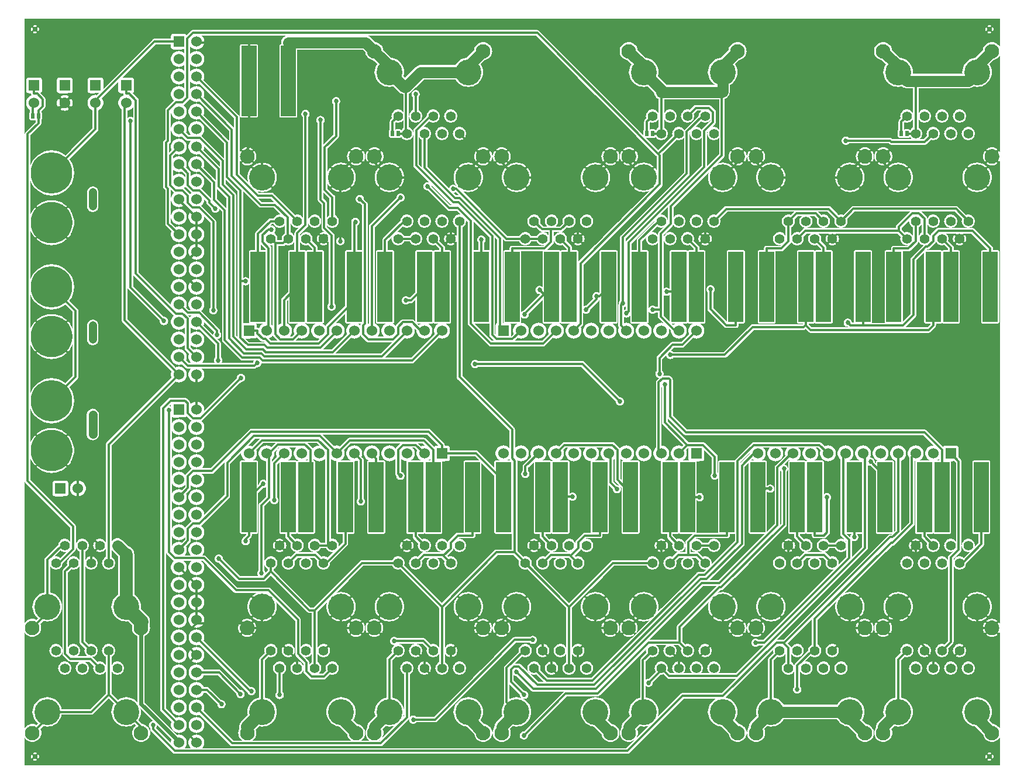
<source format=gbr>
G04 start of page 3 for group 1 idx 1 *
G04 Title: (unknown), bottom *
G04 Creator: pcb 1.99z *
G04 CreationDate: Mon Aug 31 21:07:20 2015 UTC *
G04 For: commonadmin *
G04 Format: Gerber/RS-274X *
G04 PCB-Dimensions (mil): 5600.00 4300.00 *
G04 PCB-Coordinate-Origin: lower left *
%MOIN*%
%FSLAX25Y25*%
%LNBOTTOM*%
%ADD56C,0.1870*%
%ADD55C,0.0380*%
%ADD54C,0.0280*%
%ADD53C,0.0630*%
%ADD52C,0.1280*%
%ADD51C,0.0354*%
%ADD50C,0.0130*%
%ADD49C,0.0270*%
%ADD48R,0.0197X0.0197*%
%ADD47R,0.0866X0.0866*%
%ADD46C,0.2362*%
%ADD45C,0.0600*%
%ADD44C,0.0827*%
%ADD43C,0.1476*%
%ADD42C,0.0551*%
%ADD41C,0.0450*%
%ADD40C,0.0820*%
%ADD39C,0.0720*%
%ADD38C,0.0220*%
%ADD37C,0.0500*%
%ADD36C,0.0620*%
%ADD35C,0.0120*%
%ADD34C,0.0001*%
G54D34*G36*
X401681Y316918D02*X402620Y317857D01*
X440594D01*
X438775Y316037D01*
X438664Y316083D01*
X438089Y316221D01*
X437500Y316267D01*
X436911Y316221D01*
X436336Y316083D01*
X435790Y315857D01*
X435286Y315548D01*
X434836Y315164D01*
X434452Y314714D01*
X434143Y314210D01*
X433917Y313664D01*
X433779Y313089D01*
X433733Y312500D01*
X433779Y311911D01*
X433917Y311336D01*
X434143Y310790D01*
X434452Y310286D01*
X434836Y309836D01*
X435286Y309452D01*
X435790Y309143D01*
X435900Y309097D01*
Y304106D01*
X435857Y304210D01*
X435548Y304714D01*
X435164Y305164D01*
X434714Y305548D01*
X434210Y305857D01*
X433664Y306083D01*
X433089Y306221D01*
X432500Y306267D01*
X431911Y306221D01*
X431336Y306083D01*
X430790Y305857D01*
X430286Y305548D01*
X429836Y305164D01*
X429452Y304714D01*
X429143Y304210D01*
X428917Y303664D01*
X428779Y303089D01*
X428733Y302500D01*
X428779Y301911D01*
X428917Y301336D01*
X429143Y300790D01*
X429452Y300286D01*
X429836Y299836D01*
X430286Y299452D01*
X430790Y299143D01*
X431336Y298917D01*
X431911Y298779D01*
X432500Y298733D01*
X433009Y298773D01*
X432715Y298479D01*
X425122D01*
X425059Y298484D01*
X424808Y298464D01*
X424563Y298405D01*
X424330Y298309D01*
X424116Y298177D01*
X423924Y298014D01*
X423761Y297822D01*
X423629Y297607D01*
X423533Y297375D01*
X423474Y297130D01*
X423474Y297130D01*
X423454Y296879D01*
X423459Y296816D01*
Y295873D01*
X420603Y295871D01*
X420481Y295842D01*
X420364Y295793D01*
X420257Y295728D01*
X420161Y295646D01*
X420079Y295550D01*
X420013Y295443D01*
X419965Y295326D01*
X419936Y295204D01*
X419928Y295078D01*
X419936Y254796D01*
X419965Y254673D01*
X420013Y254557D01*
X420079Y254450D01*
X420161Y254354D01*
X420257Y254272D01*
X420364Y254206D01*
X420481Y254158D01*
X420603Y254129D01*
X420728Y254121D01*
X429515Y254129D01*
X429637Y254158D01*
X429754Y254206D01*
X429861Y254272D01*
X429957Y254354D01*
X430039Y254450D01*
X430105Y254557D01*
X430153Y254673D01*
X430182Y254796D01*
X430190Y254921D01*
X430182Y295204D01*
X430164Y295279D01*
X433315D01*
X433378Y295274D01*
X433629Y295294D01*
X433629Y295294D01*
X433874Y295352D01*
X434107Y295449D01*
X434321Y295580D01*
X434513Y295744D01*
X434554Y295792D01*
X438587Y299825D01*
X438635Y299866D01*
X438798Y300057D01*
X438798Y300057D01*
X438930Y300272D01*
X439026Y300505D01*
X439085Y300750D01*
X439097Y300901D01*
X439143Y300790D01*
X439452Y300286D01*
X439836Y299836D01*
X440286Y299452D01*
X440790Y299143D01*
X441336Y298917D01*
X441911Y298779D01*
X442500Y298733D01*
X443089Y298779D01*
X443664Y298917D01*
X444210Y299143D01*
X444714Y299452D01*
X445164Y299836D01*
X445548Y300286D01*
X445857Y300790D01*
X446083Y301336D01*
X446221Y301911D01*
X446256Y302500D01*
X446221Y303089D01*
X446083Y303664D01*
X446037Y303775D01*
X447719Y305457D01*
X450179D01*
X449836Y305164D01*
X449452Y304714D01*
X449143Y304210D01*
X448917Y303664D01*
X448779Y303089D01*
X448733Y302500D01*
X448779Y301911D01*
X448917Y301336D01*
X449143Y300790D01*
X449452Y300286D01*
X449836Y299836D01*
X450286Y299452D01*
X450790Y299143D01*
X451336Y298917D01*
X451911Y298779D01*
X452500Y298733D01*
X453089Y298779D01*
X453664Y298917D01*
X453775Y298963D01*
X455959Y296778D01*
Y295873D01*
X453103Y295871D01*
X452981Y295842D01*
X452864Y295793D01*
X452757Y295728D01*
X452661Y295646D01*
X452579Y295550D01*
X452529Y295469D01*
X452480Y295550D01*
X452398Y295646D01*
X452302Y295728D01*
X452195Y295793D01*
X452078Y295842D01*
X451956Y295871D01*
X451830Y295878D01*
X443044Y295871D01*
X442922Y295842D01*
X442805Y295793D01*
X442698Y295728D01*
X442602Y295646D01*
X442520Y295550D01*
X442454Y295443D01*
X442406Y295326D01*
X442377Y295204D01*
X442369Y295078D01*
X442377Y254796D01*
X442406Y254673D01*
X442454Y254557D01*
X442520Y254450D01*
X442602Y254354D01*
X442698Y254272D01*
X442805Y254206D01*
X442922Y254158D01*
X443044Y254129D01*
X443169Y254121D01*
X445861Y254124D01*
X445337Y253600D01*
X417063D01*
X417000Y253605D01*
X416749Y253585D01*
X416504Y253526D01*
X416271Y253430D01*
X416057Y253298D01*
X416056Y253298D01*
X415865Y253135D01*
X415824Y253087D01*
X401681Y238944D01*
Y251603D01*
X401701Y251595D01*
X401887Y251550D01*
X401946Y251536D01*
X401946D01*
X402197Y251516D01*
X402260Y251521D01*
X407437D01*
X407500Y251516D01*
X407751Y251536D01*
X407751Y251536D01*
X407996Y251595D01*
X408229Y251691D01*
X408443Y251823D01*
X408635Y251986D01*
X408798Y252178D01*
X408930Y252393D01*
X409026Y252625D01*
X409085Y252870D01*
X409105Y253121D01*
X409100Y253184D01*
Y254126D01*
X411956Y254129D01*
X412078Y254158D01*
X412195Y254206D01*
X412302Y254272D01*
X412398Y254354D01*
X412480Y254450D01*
X412546Y254557D01*
X412594Y254673D01*
X412623Y254796D01*
X412630Y254921D01*
X412623Y295204D01*
X412594Y295326D01*
X412546Y295443D01*
X412480Y295550D01*
X412398Y295646D01*
X412302Y295728D01*
X412195Y295793D01*
X412078Y295842D01*
X411956Y295871D01*
X411830Y295878D01*
X403044Y295871D01*
X402922Y295842D01*
X402805Y295793D01*
X402698Y295728D01*
X402602Y295646D01*
X402520Y295550D01*
X402454Y295443D01*
X402406Y295326D01*
X402377Y295204D01*
X402369Y295078D01*
X402377Y255204D01*
X401681Y255900D01*
Y316918D01*
G37*
G36*
X552001Y339829D02*X552036Y339733D01*
X552205Y339107D01*
X552318Y338469D01*
X552375Y337824D01*
Y337176D01*
X552318Y336531D01*
X552205Y335893D01*
X552036Y335267D01*
X552001Y335171D01*
Y339829D01*
G37*
G36*
Y94829D02*X552036Y94733D01*
X552205Y94107D01*
X552318Y93469D01*
X552375Y92824D01*
Y92176D01*
X552318Y91531D01*
X552205Y90893D01*
X552036Y90267D01*
X552001Y90171D01*
Y94829D01*
G37*
G36*
X553821Y15364D02*X554349Y15406D01*
X555135Y15594D01*
X555881Y15904D01*
X556570Y16326D01*
X557185Y16851D01*
X557709Y17465D01*
X558000Y17939D01*
Y2000D01*
X553821D01*
Y6051D01*
X553830Y6051D01*
X553907Y6063D01*
X553982Y6086D01*
X554053Y6121D01*
X554117Y6167D01*
X554173Y6222D01*
X554220Y6286D01*
X554256Y6355D01*
X554280Y6430D01*
X554327Y6656D01*
X554350Y6885D01*
Y7115D01*
X554327Y7344D01*
X554283Y7570D01*
X554258Y7645D01*
X554221Y7715D01*
X554174Y7779D01*
X554118Y7834D01*
X554054Y7880D01*
X553983Y7915D01*
X553908Y7939D01*
X553830Y7950D01*
X553821Y7950D01*
Y15364D01*
G37*
G36*
X552001Y15583D02*X552738Y15406D01*
X553543Y15342D01*
X553821Y15364D01*
Y7950D01*
X553751Y7950D01*
X553673Y7937D01*
X553598Y7912D01*
X553528Y7875D01*
X553465Y7828D01*
X553409Y7772D01*
X553363Y7707D01*
X553328Y7637D01*
X553304Y7561D01*
X553293Y7483D01*
X553294Y7404D01*
X553308Y7327D01*
X553335Y7198D01*
X553348Y7066D01*
Y6934D01*
X553335Y6802D01*
X553310Y6673D01*
X553295Y6595D01*
X553294Y6517D01*
X553306Y6439D01*
X553330Y6364D01*
X553365Y6293D01*
X553410Y6229D01*
X553466Y6173D01*
X553529Y6126D01*
X553599Y6090D01*
X553673Y6065D01*
X553751Y6052D01*
X553821Y6051D01*
Y2000D01*
X552001D01*
Y4650D01*
X552115D01*
X552344Y4673D01*
X552570Y4717D01*
X552645Y4742D01*
X552715Y4779D01*
X552779Y4826D01*
X552834Y4882D01*
X552880Y4946D01*
X552915Y5017D01*
X552939Y5092D01*
X552950Y5170D01*
X552950Y5249D01*
X552937Y5327D01*
X552912Y5402D01*
X552875Y5472D01*
X552828Y5535D01*
X552772Y5591D01*
X552707Y5637D01*
X552637Y5672D01*
X552561Y5696D01*
X552483Y5707D01*
X552404Y5706D01*
X552327Y5692D01*
X552198Y5665D01*
X552066Y5652D01*
X552001D01*
Y8348D01*
X552066D01*
X552198Y8335D01*
X552327Y8310D01*
X552405Y8295D01*
X552483Y8294D01*
X552561Y8306D01*
X552636Y8330D01*
X552707Y8365D01*
X552771Y8410D01*
X552827Y8466D01*
X552874Y8529D01*
X552910Y8599D01*
X552935Y8673D01*
X552948Y8751D01*
X552949Y8830D01*
X552937Y8907D01*
X552914Y8982D01*
X552879Y9053D01*
X552833Y9117D01*
X552778Y9173D01*
X552714Y9220D01*
X552645Y9256D01*
X552570Y9280D01*
X552344Y9327D01*
X552115Y9350D01*
X552001D01*
Y15583D01*
G37*
G36*
X553821Y428000D02*X558000D01*
Y411932D01*
X557631Y412535D01*
X557106Y413149D01*
X556491Y413674D01*
X555802Y414096D01*
X555056Y414406D01*
X554270Y414594D01*
X553821Y414629D01*
Y421051D01*
X553830Y421051D01*
X553907Y421063D01*
X553982Y421086D01*
X554053Y421121D01*
X554117Y421167D01*
X554173Y421222D01*
X554220Y421286D01*
X554256Y421355D01*
X554280Y421430D01*
X554327Y421656D01*
X554350Y421885D01*
Y422115D01*
X554327Y422344D01*
X554283Y422570D01*
X554258Y422645D01*
X554221Y422715D01*
X554174Y422779D01*
X554118Y422834D01*
X554054Y422880D01*
X553983Y422915D01*
X553908Y422939D01*
X553830Y422950D01*
X553821Y422950D01*
Y428000D01*
G37*
G36*
X552001D02*X553821D01*
Y422950D01*
X553751Y422950D01*
X553673Y422937D01*
X553598Y422912D01*
X553528Y422875D01*
X553465Y422828D01*
X553409Y422772D01*
X553363Y422707D01*
X553328Y422637D01*
X553304Y422561D01*
X553293Y422483D01*
X553294Y422404D01*
X553308Y422327D01*
X553335Y422198D01*
X553348Y422066D01*
Y421934D01*
X553335Y421802D01*
X553310Y421673D01*
X553295Y421595D01*
X553294Y421517D01*
X553306Y421439D01*
X553330Y421364D01*
X553365Y421293D01*
X553410Y421229D01*
X553466Y421173D01*
X553529Y421126D01*
X553599Y421090D01*
X553673Y421065D01*
X553751Y421052D01*
X553821Y421051D01*
Y414629D01*
X553465Y414658D01*
X552659Y414594D01*
X552001Y414436D01*
Y419650D01*
X552115D01*
X552344Y419673D01*
X552570Y419717D01*
X552645Y419742D01*
X552715Y419779D01*
X552779Y419826D01*
X552834Y419882D01*
X552880Y419946D01*
X552915Y420017D01*
X552939Y420092D01*
X552950Y420170D01*
X552950Y420249D01*
X552937Y420327D01*
X552912Y420402D01*
X552875Y420472D01*
X552828Y420535D01*
X552772Y420591D01*
X552707Y420637D01*
X552637Y420672D01*
X552561Y420696D01*
X552483Y420707D01*
X552404Y420706D01*
X552327Y420692D01*
X552198Y420665D01*
X552066Y420652D01*
X552001D01*
Y423348D01*
X552066D01*
X552198Y423335D01*
X552327Y423310D01*
X552405Y423295D01*
X552483Y423294D01*
X552561Y423306D01*
X552636Y423330D01*
X552707Y423365D01*
X552771Y423410D01*
X552827Y423466D01*
X552874Y423529D01*
X552910Y423599D01*
X552935Y423673D01*
X552948Y423751D01*
X552949Y423830D01*
X552937Y423907D01*
X552914Y423982D01*
X552879Y424053D01*
X552833Y424117D01*
X552778Y424173D01*
X552714Y424220D01*
X552645Y424256D01*
X552570Y424280D01*
X552344Y424327D01*
X552115Y424350D01*
X552001D01*
Y428000D01*
G37*
G36*
Y254125D02*X556956Y254129D01*
X557078Y254158D01*
X557195Y254206D01*
X557302Y254272D01*
X557398Y254354D01*
X557480Y254450D01*
X557546Y254557D01*
X557594Y254673D01*
X557623Y254796D01*
X557630Y254921D01*
X557623Y295204D01*
X557594Y295326D01*
X557546Y295443D01*
X557480Y295550D01*
X557398Y295646D01*
X557302Y295728D01*
X557195Y295793D01*
X557078Y295842D01*
X556956Y295871D01*
X556830Y295878D01*
X554100Y295876D01*
Y296816D01*
X554105Y296879D01*
X554085Y297130D01*
X554085Y297130D01*
X554040Y297316D01*
X554026Y297375D01*
X553986Y297471D01*
X553930Y297607D01*
X553798Y297822D01*
X553635Y298014D01*
X553587Y298054D01*
X552001Y299641D01*
Y332885D01*
X552060Y332967D01*
X552431Y333604D01*
X552744Y334271D01*
X552997Y334962D01*
X553189Y335673D01*
X553317Y336398D01*
X553382Y337132D01*
Y337868D01*
X553317Y338602D01*
X553189Y339327D01*
X552997Y340038D01*
X552744Y340729D01*
X552431Y341396D01*
X552060Y342033D01*
X552001Y342117D01*
Y344606D01*
X552427Y344492D01*
X552870Y344413D01*
X553318Y344374D01*
X553768D01*
X554217Y344413D01*
X554660Y344492D01*
X555095Y344609D01*
X555518Y344763D01*
X555925Y344954D01*
X556315Y345180D01*
X556378Y345228D01*
X556433Y345285D01*
X556478Y345350D01*
X556513Y345421D01*
X556536Y345497D01*
X556547Y345576D01*
X556545Y345655D01*
X556531Y345733D01*
X556505Y345808D01*
X556468Y345878D01*
X556420Y345941D01*
X556363Y345996D01*
X556298Y346042D01*
X556226Y346076D01*
X556151Y346099D01*
X556072Y346110D01*
X555993Y346109D01*
X555915Y346095D01*
X555840Y346069D01*
X555771Y346030D01*
X555459Y345845D01*
X555132Y345691D01*
X554791Y345567D01*
X554442Y345473D01*
X554085Y345410D01*
X553724Y345378D01*
X553362D01*
X553001Y345410D01*
X552645Y345473D01*
X552295Y345567D01*
X552001Y345675D01*
Y353341D01*
X552295Y353449D01*
X552645Y353543D01*
X553001Y353606D01*
X553362Y353638D01*
X553724D01*
X554085Y353606D01*
X554442Y353543D01*
X554791Y353449D01*
X555132Y353324D01*
X555459Y353171D01*
X555773Y352989D01*
X555841Y352951D01*
X555916Y352925D01*
X555993Y352911D01*
X556072Y352909D01*
X556150Y352920D01*
X556225Y352943D01*
X556296Y352977D01*
X556360Y353022D01*
X556417Y353077D01*
X556465Y353140D01*
X556502Y353209D01*
X556528Y353283D01*
X556541Y353361D01*
X556543Y353440D01*
X556532Y353518D01*
X556509Y353593D01*
X556475Y353664D01*
X556430Y353728D01*
X556376Y353785D01*
X556312Y353831D01*
X555925Y354061D01*
X555518Y354252D01*
X555095Y354407D01*
X554660Y354524D01*
X554217Y354602D01*
X553768Y354642D01*
X553318D01*
X552870Y354602D01*
X552427Y354524D01*
X552001Y354409D01*
Y392882D01*
X552491Y393683D01*
X552996Y394902D01*
X553304Y396185D01*
X553382Y397500D01*
X553304Y398815D01*
X552996Y400098D01*
X552491Y401317D01*
X552001Y402118D01*
Y402246D01*
X554169Y404414D01*
X554270Y404422D01*
X555056Y404610D01*
X555802Y404919D01*
X556491Y405342D01*
X557106Y405866D01*
X557631Y406481D01*
X558000Y407084D01*
Y352056D01*
X557871Y352279D01*
X557823Y352343D01*
X557766Y352398D01*
X557701Y352443D01*
X557630Y352478D01*
X557554Y352501D01*
X557475Y352512D01*
X557396Y352510D01*
X557318Y352496D01*
X557243Y352470D01*
X557173Y352433D01*
X557110Y352385D01*
X557055Y352328D01*
X557009Y352262D01*
X556975Y352191D01*
X556952Y352115D01*
X556941Y352037D01*
X556942Y351957D01*
X556956Y351879D01*
X556982Y351804D01*
X557021Y351735D01*
X557206Y351424D01*
X557360Y351096D01*
X557484Y350756D01*
X557578Y350406D01*
X557642Y350050D01*
X557673Y349689D01*
Y349327D01*
X557642Y348966D01*
X557578Y348609D01*
X557484Y348260D01*
X557360Y347920D01*
X557206Y347592D01*
X557025Y347279D01*
X556986Y347210D01*
X556960Y347136D01*
X556946Y347058D01*
X556945Y346979D01*
X556956Y346901D01*
X556978Y346826D01*
X557013Y346755D01*
X557058Y346691D01*
X557112Y346634D01*
X557175Y346587D01*
X557244Y346549D01*
X557319Y346524D01*
X557396Y346510D01*
X557475Y346508D01*
X557553Y346519D01*
X557628Y346542D01*
X557699Y346576D01*
X557764Y346621D01*
X557820Y346676D01*
X557867Y346739D01*
X558000Y346963D01*
Y82905D01*
X557792Y83263D01*
X557745Y83327D01*
X557687Y83382D01*
X557622Y83427D01*
X557551Y83462D01*
X557475Y83485D01*
X557396Y83496D01*
X557317Y83494D01*
X557239Y83480D01*
X557164Y83454D01*
X557094Y83417D01*
X557031Y83369D01*
X556976Y83312D01*
X556931Y83247D01*
X556896Y83175D01*
X556873Y83099D01*
X556862Y83021D01*
X556864Y82941D01*
X556878Y82863D01*
X556904Y82788D01*
X556942Y82719D01*
X557128Y82408D01*
X557281Y82080D01*
X557406Y81740D01*
X557500Y81391D01*
X557563Y81034D01*
X557594Y80673D01*
Y80311D01*
X557563Y79950D01*
X557500Y79594D01*
X557406Y79244D01*
X557281Y78904D01*
X557128Y78576D01*
X556946Y78263D01*
X556907Y78194D01*
X556882Y78120D01*
X556868Y78042D01*
X556866Y77964D01*
X556877Y77886D01*
X556900Y77810D01*
X556934Y77740D01*
X556979Y77675D01*
X557034Y77618D01*
X557096Y77571D01*
X557166Y77534D01*
X557240Y77508D01*
X557318Y77494D01*
X557396Y77492D01*
X557474Y77503D01*
X557550Y77526D01*
X557620Y77560D01*
X557685Y77605D01*
X557742Y77660D01*
X557788Y77723D01*
X558000Y78080D01*
Y23045D01*
X557709Y23519D01*
X557185Y24134D01*
X556570Y24658D01*
X555881Y25081D01*
X555135Y25390D01*
X554349Y25578D01*
X554247Y25586D01*
X552001Y27833D01*
Y27882D01*
X552491Y28683D01*
X552996Y29902D01*
X553304Y31185D01*
X553382Y32500D01*
X553304Y33815D01*
X552996Y35098D01*
X552491Y36317D01*
X552001Y37118D01*
Y75570D01*
X552348Y75476D01*
X552791Y75398D01*
X553239Y75358D01*
X553690D01*
X554138Y75398D01*
X554581Y75476D01*
X555016Y75593D01*
X555439Y75748D01*
X555847Y75939D01*
X556236Y76165D01*
X556299Y76212D01*
X556354Y76269D01*
X556400Y76334D01*
X556434Y76406D01*
X556457Y76482D01*
X556468Y76560D01*
X556467Y76640D01*
X556453Y76718D01*
X556427Y76793D01*
X556389Y76862D01*
X556341Y76926D01*
X556284Y76981D01*
X556219Y77026D01*
X556148Y77061D01*
X556072Y77084D01*
X555993Y77095D01*
X555914Y77093D01*
X555836Y77079D01*
X555761Y77053D01*
X555692Y77014D01*
X555381Y76829D01*
X555053Y76676D01*
X554713Y76551D01*
X554363Y76457D01*
X554006Y76394D01*
X553646Y76362D01*
X553283D01*
X552923Y76394D01*
X552566Y76457D01*
X552216Y76551D01*
X552001Y76630D01*
Y84354D01*
X552216Y84433D01*
X552566Y84527D01*
X552923Y84590D01*
X553283Y84622D01*
X553646D01*
X554006Y84590D01*
X554363Y84527D01*
X554713Y84433D01*
X555053Y84309D01*
X555381Y84155D01*
X555694Y83973D01*
X555762Y83935D01*
X555837Y83909D01*
X555914Y83895D01*
X555993Y83894D01*
X556071Y83904D01*
X556146Y83927D01*
X556217Y83962D01*
X556282Y84007D01*
X556338Y84061D01*
X556386Y84124D01*
X556423Y84193D01*
X556449Y84268D01*
X556463Y84345D01*
X556464Y84424D01*
X556453Y84502D01*
X556431Y84577D01*
X556396Y84648D01*
X556351Y84712D01*
X556297Y84769D01*
X556233Y84815D01*
X555847Y85046D01*
X555439Y85237D01*
X555016Y85391D01*
X554581Y85508D01*
X554138Y85587D01*
X553690Y85626D01*
X553239D01*
X552791Y85587D01*
X552348Y85508D01*
X552001Y85415D01*
Y87885D01*
X552060Y87967D01*
X552431Y88604D01*
X552744Y89271D01*
X552997Y89962D01*
X553189Y90673D01*
X553317Y91398D01*
X553382Y92132D01*
Y92868D01*
X553317Y93602D01*
X553189Y94327D01*
X552997Y95038D01*
X552744Y95729D01*
X552431Y96396D01*
X552060Y97033D01*
X552001Y97117D01*
Y134154D01*
X552019Y134158D01*
X552136Y134207D01*
X552243Y134272D01*
X552339Y134354D01*
X552421Y134450D01*
X552487Y134557D01*
X552535Y134674D01*
X552564Y134796D01*
X552572Y134922D01*
X552564Y175204D01*
X552535Y175327D01*
X552487Y175443D01*
X552421Y175550D01*
X552339Y175646D01*
X552243Y175728D01*
X552136Y175794D01*
X552019Y175842D01*
X552001Y175846D01*
Y254125D01*
G37*
G36*
X550179Y16614D02*X550516Y16326D01*
X551205Y15904D01*
X551952Y15594D01*
X552001Y15583D01*
Y9350D01*
X551885D01*
X551656Y9327D01*
X551430Y9283D01*
X551355Y9258D01*
X551285Y9221D01*
X551221Y9174D01*
X551166Y9118D01*
X551120Y9054D01*
X551085Y8983D01*
X551061Y8908D01*
X551050Y8830D01*
X551050Y8751D01*
X551063Y8673D01*
X551088Y8598D01*
X551125Y8528D01*
X551172Y8465D01*
X551228Y8409D01*
X551293Y8363D01*
X551363Y8328D01*
X551439Y8304D01*
X551517Y8293D01*
X551596Y8294D01*
X551673Y8308D01*
X551802Y8335D01*
X551934Y8348D01*
X552001D01*
Y5652D01*
X551934D01*
X551802Y5665D01*
X551673Y5690D01*
X551595Y5705D01*
X551517Y5706D01*
X551439Y5694D01*
X551364Y5670D01*
X551293Y5635D01*
X551229Y5590D01*
X551173Y5534D01*
X551126Y5471D01*
X551090Y5401D01*
X551065Y5327D01*
X551052Y5249D01*
X551051Y5170D01*
X551063Y5093D01*
X551086Y5018D01*
X551121Y4947D01*
X551167Y4883D01*
X551222Y4827D01*
X551286Y4780D01*
X551355Y4744D01*
X551430Y4720D01*
X551656Y4673D01*
X551885Y4650D01*
X552001D01*
Y2000D01*
X550179D01*
Y6050D01*
X550249Y6050D01*
X550327Y6063D01*
X550402Y6088D01*
X550472Y6125D01*
X550535Y6172D01*
X550591Y6228D01*
X550637Y6293D01*
X550672Y6363D01*
X550696Y6439D01*
X550707Y6517D01*
X550706Y6596D01*
X550692Y6673D01*
X550665Y6802D01*
X550652Y6934D01*
Y7066D01*
X550665Y7198D01*
X550690Y7327D01*
X550705Y7405D01*
X550706Y7483D01*
X550694Y7561D01*
X550670Y7636D01*
X550635Y7707D01*
X550590Y7771D01*
X550534Y7827D01*
X550471Y7874D01*
X550401Y7910D01*
X550327Y7935D01*
X550249Y7948D01*
X550179Y7949D01*
Y16614D01*
G37*
G36*
X552001Y37118D02*X551802Y37442D01*
X550945Y38445D01*
X550179Y39100D01*
Y85904D01*
X550194Y85918D01*
X550244Y85980D01*
X550283Y86049D01*
X550312Y86124D01*
X550328Y86202D01*
X550332Y86282D01*
X550323Y86361D01*
X550302Y86438D01*
X550269Y86511D01*
X550226Y86578D01*
X550179Y86629D01*
Y98381D01*
X550220Y98427D01*
X550263Y98493D01*
X550295Y98564D01*
X550316Y98640D01*
X550325Y98719D01*
X550321Y98797D01*
X550305Y98874D01*
X550277Y98948D01*
X550238Y99016D01*
X550189Y99078D01*
X550179Y99086D01*
Y134127D01*
X551897Y134129D01*
X552001Y134154D01*
Y97117D01*
X551636Y97634D01*
X551582Y97694D01*
X551520Y97744D01*
X551451Y97783D01*
X551376Y97812D01*
X551298Y97828D01*
X551218Y97832D01*
X551139Y97823D01*
X551062Y97802D01*
X550989Y97769D01*
X550922Y97726D01*
X550863Y97672D01*
X550813Y97610D01*
X550774Y97540D01*
X550745Y97466D01*
X550729Y97388D01*
X550725Y97308D01*
X550734Y97229D01*
X550755Y97152D01*
X550788Y97079D01*
X550833Y97013D01*
X551212Y96488D01*
X551538Y95928D01*
X551813Y95341D01*
X552001Y94829D01*
Y90171D01*
X551813Y89659D01*
X551538Y89072D01*
X551212Y88512D01*
X550838Y87983D01*
X550794Y87918D01*
X550762Y87846D01*
X550741Y87770D01*
X550732Y87692D01*
X550736Y87613D01*
X550752Y87536D01*
X550780Y87463D01*
X550819Y87394D01*
X550869Y87333D01*
X550927Y87280D01*
X550993Y87237D01*
X551064Y87205D01*
X551140Y87184D01*
X551219Y87175D01*
X551297Y87179D01*
X551374Y87195D01*
X551448Y87223D01*
X551516Y87262D01*
X551578Y87311D01*
X551629Y87371D01*
X552001Y87885D01*
Y85415D01*
X551913Y85391D01*
X551490Y85237D01*
X551083Y85046D01*
X550693Y84820D01*
X550630Y84772D01*
X550575Y84715D01*
X550529Y84650D01*
X550495Y84579D01*
X550472Y84503D01*
X550461Y84424D01*
X550462Y84345D01*
X550476Y84267D01*
X550502Y84192D01*
X550540Y84122D01*
X550588Y84059D01*
X550645Y84004D01*
X550710Y83958D01*
X550781Y83924D01*
X550857Y83901D01*
X550936Y83890D01*
X551015Y83891D01*
X551093Y83905D01*
X551168Y83931D01*
X551237Y83970D01*
X551548Y84155D01*
X551876Y84309D01*
X552001Y84354D01*
Y76630D01*
X551876Y76676D01*
X551548Y76829D01*
X551235Y77011D01*
X551167Y77049D01*
X551092Y77075D01*
X551015Y77089D01*
X550936Y77091D01*
X550858Y77080D01*
X550783Y77057D01*
X550712Y77023D01*
X550647Y76978D01*
X550591Y76923D01*
X550543Y76860D01*
X550506Y76791D01*
X550480Y76717D01*
X550466Y76639D01*
X550465Y76560D01*
X550476Y76482D01*
X550498Y76407D01*
X550533Y76336D01*
X550578Y76272D01*
X550632Y76215D01*
X550696Y76169D01*
X551083Y75939D01*
X551490Y75748D01*
X551913Y75593D01*
X552001Y75570D01*
Y37118D01*
G37*
G36*
X479554Y94668D02*X479705Y94107D01*
X479818Y93469D01*
X479875Y92824D01*
Y92176D01*
X479818Y91531D01*
X479705Y90893D01*
X479554Y90332D01*
Y94668D01*
G37*
G36*
X537946Y27969D02*X538198Y27558D01*
X539055Y26555D01*
X540058Y25698D01*
X541183Y25009D01*
X542402Y24504D01*
X543685Y24196D01*
X544072Y24165D01*
X548449Y19788D01*
X548457Y19687D01*
X548646Y18901D01*
X548955Y18154D01*
X549377Y17465D01*
X549902Y16851D01*
X550179Y16614D01*
Y7949D01*
X550170Y7949D01*
X550093Y7937D01*
X550018Y7914D01*
X549947Y7879D01*
X549883Y7833D01*
X549827Y7778D01*
X549780Y7714D01*
X549744Y7645D01*
X549720Y7570D01*
X549673Y7344D01*
X549650Y7115D01*
Y6885D01*
X549673Y6656D01*
X549717Y6430D01*
X549742Y6355D01*
X549779Y6285D01*
X549826Y6221D01*
X549882Y6166D01*
X549946Y6120D01*
X550017Y6085D01*
X550092Y6061D01*
X550170Y6050D01*
X550179Y6050D01*
Y2000D01*
X537946D01*
Y27969D01*
G37*
G36*
X549199Y98563D02*X549517Y98338D01*
X549582Y98294D01*
X549654Y98262D01*
X549730Y98241D01*
X549808Y98232D01*
X549887Y98236D01*
X549964Y98252D01*
X550037Y98280D01*
X550106Y98319D01*
X550167Y98369D01*
X550179Y98381D01*
Y86629D01*
X550172Y86637D01*
X550110Y86687D01*
X550040Y86726D01*
X549966Y86755D01*
X549888Y86771D01*
X549808Y86775D01*
X549729Y86766D01*
X549652Y86745D01*
X549579Y86712D01*
X549513Y86667D01*
X549199Y86440D01*
Y98563D01*
G37*
G36*
Y134127D02*X550179Y134127D01*
Y99086D01*
X550129Y99129D01*
X549533Y99560D01*
X549199Y99754D01*
Y134127D01*
G37*
G36*
X550179Y39100D02*X549942Y39302D01*
X549199Y39757D01*
Y77643D01*
X549242Y77602D01*
X549307Y77557D01*
X549378Y77522D01*
X549454Y77499D01*
X549533Y77488D01*
X549612Y77490D01*
X549690Y77504D01*
X549765Y77530D01*
X549835Y77567D01*
X549898Y77615D01*
X549953Y77672D01*
X549998Y77738D01*
X550033Y77809D01*
X550056Y77885D01*
X550067Y77963D01*
X550065Y78043D01*
X550051Y78121D01*
X550025Y78196D01*
X549987Y78265D01*
X549802Y78576D01*
X549648Y78904D01*
X549524Y79244D01*
X549430Y79594D01*
X549366Y79950D01*
X549335Y80311D01*
Y80673D01*
X549366Y81034D01*
X549430Y81391D01*
X549524Y81740D01*
X549648Y82080D01*
X549802Y82408D01*
X549983Y82721D01*
X550022Y82790D01*
X550048Y82864D01*
X550061Y82942D01*
X550063Y83021D01*
X550052Y83099D01*
X550029Y83174D01*
X549995Y83245D01*
X549950Y83309D01*
X549896Y83366D01*
X549833Y83413D01*
X549763Y83451D01*
X549689Y83476D01*
X549612Y83490D01*
X549533Y83492D01*
X549455Y83481D01*
X549380Y83458D01*
X549309Y83424D01*
X549244Y83379D01*
X549199Y83335D01*
Y85246D01*
X549533Y85440D01*
X550134Y85864D01*
X550179Y85904D01*
Y39100D01*
G37*
G36*
X549199Y39757D02*X548817Y39991D01*
X547598Y40496D01*
X546315Y40804D01*
X545000Y40908D01*
X543685Y40804D01*
X542402Y40496D01*
X541183Y39991D01*
X540058Y39302D01*
X539055Y38445D01*
X538198Y37442D01*
X537946Y37031D01*
Y54353D01*
X538290Y54143D01*
X538836Y53917D01*
X539411Y53779D01*
X540000Y53733D01*
X540589Y53779D01*
X541164Y53917D01*
X541710Y54143D01*
X542214Y54452D01*
X542664Y54836D01*
X543048Y55286D01*
X543357Y55790D01*
X543583Y56336D01*
X543721Y56911D01*
X543756Y57500D01*
X543721Y58089D01*
X543583Y58664D01*
X543357Y59210D01*
X543048Y59714D01*
X542664Y60164D01*
X542214Y60548D01*
X541710Y60857D01*
X541164Y61083D01*
X540589Y61221D01*
X540000Y61267D01*
X539411Y61221D01*
X538836Y61083D01*
X538290Y60857D01*
X537946Y60647D01*
Y65167D01*
X538048Y65286D01*
X538357Y65790D01*
X538583Y66336D01*
X538721Y66911D01*
X538756Y67500D01*
X538721Y68089D01*
X538583Y68664D01*
X538357Y69210D01*
X538048Y69714D01*
X537946Y69833D01*
Y87958D01*
X538364Y87366D01*
X538418Y87306D01*
X538480Y87256D01*
X538549Y87217D01*
X538624Y87188D01*
X538702Y87172D01*
X538782Y87168D01*
X538861Y87177D01*
X538938Y87198D01*
X539011Y87231D01*
X539078Y87274D01*
X539137Y87328D01*
X539187Y87390D01*
X539226Y87460D01*
X539255Y87534D01*
X539271Y87612D01*
X539275Y87692D01*
X539266Y87771D01*
X539245Y87848D01*
X539212Y87921D01*
X539167Y87987D01*
X538788Y88512D01*
X538462Y89072D01*
X538187Y89659D01*
X537964Y90267D01*
X537946Y90332D01*
Y94668D01*
X537964Y94733D01*
X538187Y95341D01*
X538462Y95928D01*
X538788Y96488D01*
X539162Y97017D01*
X539206Y97082D01*
X539238Y97154D01*
X539259Y97230D01*
X539268Y97308D01*
X539264Y97387D01*
X539248Y97464D01*
X539220Y97537D01*
X539181Y97606D01*
X539131Y97667D01*
X539073Y97720D01*
X539007Y97763D01*
X538936Y97795D01*
X538860Y97816D01*
X538781Y97825D01*
X538703Y97821D01*
X538626Y97805D01*
X538552Y97777D01*
X538484Y97738D01*
X538422Y97689D01*
X538371Y97629D01*
X537946Y97042D01*
Y115167D01*
X538048Y115286D01*
X538357Y115790D01*
X538583Y116336D01*
X538721Y116911D01*
X538743Y117286D01*
X548528Y127071D01*
X548576Y127112D01*
X548739Y127303D01*
X548739Y127303D01*
X548871Y127518D01*
X548967Y127751D01*
X549026Y127995D01*
X549046Y128246D01*
X549041Y128309D01*
Y134127D01*
X549199Y134127D01*
Y99754D01*
X548896Y99931D01*
X548229Y100244D01*
X547538Y100497D01*
X546827Y100689D01*
X546102Y100817D01*
X545368Y100882D01*
X544632D01*
X543898Y100817D01*
X543173Y100689D01*
X542462Y100497D01*
X541771Y100244D01*
X541104Y99931D01*
X540467Y99560D01*
X539866Y99136D01*
X539806Y99082D01*
X539756Y99020D01*
X539717Y98951D01*
X539688Y98876D01*
X539672Y98798D01*
X539668Y98718D01*
X539677Y98639D01*
X539698Y98562D01*
X539731Y98489D01*
X539774Y98422D01*
X539828Y98363D01*
X539890Y98313D01*
X539960Y98274D01*
X540034Y98245D01*
X540112Y98229D01*
X540192Y98225D01*
X540271Y98234D01*
X540348Y98255D01*
X540421Y98288D01*
X540487Y98333D01*
X541012Y98712D01*
X541572Y99038D01*
X542159Y99313D01*
X542767Y99536D01*
X543393Y99705D01*
X544031Y99818D01*
X544676Y99875D01*
X545324D01*
X545969Y99818D01*
X546607Y99705D01*
X547233Y99536D01*
X547841Y99313D01*
X548428Y99038D01*
X548988Y98712D01*
X549199Y98563D01*
Y86440D01*
X548988Y86288D01*
X548428Y85962D01*
X547841Y85687D01*
X547233Y85464D01*
X546607Y85295D01*
X545969Y85182D01*
X545324Y85125D01*
X544676D01*
X544031Y85182D01*
X543393Y85295D01*
X542767Y85464D01*
X542159Y85687D01*
X541572Y85962D01*
X541012Y86288D01*
X540483Y86662D01*
X540418Y86706D01*
X540346Y86738D01*
X540270Y86759D01*
X540192Y86768D01*
X540113Y86764D01*
X540036Y86748D01*
X539963Y86720D01*
X539894Y86681D01*
X539833Y86631D01*
X539780Y86573D01*
X539737Y86507D01*
X539705Y86436D01*
X539684Y86360D01*
X539675Y86281D01*
X539679Y86203D01*
X539695Y86126D01*
X539723Y86052D01*
X539762Y85984D01*
X539811Y85922D01*
X539871Y85871D01*
X540467Y85440D01*
X541104Y85069D01*
X541771Y84756D01*
X542462Y84503D01*
X543173Y84311D01*
X543898Y84183D01*
X544632Y84118D01*
X545368D01*
X546102Y84183D01*
X546827Y84311D01*
X547538Y84503D01*
X548229Y84756D01*
X548896Y85069D01*
X549199Y85246D01*
Y83335D01*
X549187Y83324D01*
X549141Y83261D01*
X548911Y82874D01*
X548720Y82466D01*
X548566Y82044D01*
X548449Y81609D01*
X548370Y81166D01*
X548331Y80717D01*
Y80267D01*
X548370Y79819D01*
X548449Y79375D01*
X548566Y78941D01*
X548720Y78518D01*
X548911Y78110D01*
X549137Y77721D01*
X549184Y77657D01*
X549199Y77643D01*
Y39757D01*
G37*
G36*
X537946Y90332D02*X537795Y90893D01*
X537682Y91531D01*
X537625Y92176D01*
Y92824D01*
X537682Y93469D01*
X537795Y94107D01*
X537946Y94668D01*
Y90332D01*
G37*
G36*
X507054Y94668D02*X507205Y94107D01*
X507318Y93469D01*
X507375Y92824D01*
Y92176D01*
X507318Y91531D01*
X507205Y90893D01*
X507054Y90332D01*
Y94668D01*
G37*
G36*
X529994Y123733D02*X530000Y123733D01*
X530589Y123779D01*
X531081Y123897D01*
X529994Y122810D01*
Y123733D01*
G37*
G36*
Y134474D02*X530046Y134557D01*
X530094Y134674D01*
X530123Y134796D01*
X530130Y134922D01*
X530123Y175204D01*
X530094Y175327D01*
X530046Y175443D01*
X530006Y175507D01*
X532226Y175512D01*
X532970Y174767D01*
Y129806D01*
X532664Y130164D01*
X532214Y130548D01*
X531710Y130857D01*
X531164Y131083D01*
X530589Y131221D01*
X530000Y131267D01*
X529994Y131267D01*
Y134474D01*
G37*
G36*
X537946Y37031D02*X537509Y36317D01*
X537004Y35098D01*
X536696Y33815D01*
X536592Y32500D01*
X536696Y31185D01*
X537004Y29902D01*
X537509Y28683D01*
X537946Y27969D01*
Y2000D01*
X529994D01*
Y53733D01*
X530000Y53733D01*
X530589Y53779D01*
X531164Y53917D01*
X531710Y54143D01*
X532214Y54452D01*
X532664Y54836D01*
X533048Y55286D01*
X533357Y55790D01*
X533583Y56336D01*
X533721Y56911D01*
X533756Y57500D01*
X533721Y58089D01*
X533583Y58664D01*
X533357Y59210D01*
X533048Y59714D01*
X532664Y60164D01*
X532214Y60548D01*
X531710Y60857D01*
X531164Y61083D01*
X530589Y61221D01*
X530000Y61267D01*
X529994Y61267D01*
Y70231D01*
X531087Y71324D01*
X531135Y71365D01*
X531298Y71557D01*
X531430Y71771D01*
X531526Y72004D01*
X531585Y72249D01*
X531605Y72500D01*
X531600Y72563D01*
Y115894D01*
X531643Y115790D01*
X531952Y115286D01*
X532336Y114836D01*
X532786Y114452D01*
X533290Y114143D01*
X533836Y113917D01*
X534411Y113779D01*
X535000Y113733D01*
X535589Y113779D01*
X536164Y113917D01*
X536710Y114143D01*
X537214Y114452D01*
X537664Y114836D01*
X537946Y115167D01*
Y97042D01*
X537940Y97033D01*
X537569Y96396D01*
X537256Y95729D01*
X537003Y95038D01*
X536811Y94327D01*
X536683Y93602D01*
X536618Y92868D01*
Y92132D01*
X536683Y91398D01*
X536811Y90673D01*
X537003Y89962D01*
X537256Y89271D01*
X537569Y88604D01*
X537940Y87967D01*
X537946Y87958D01*
Y69833D01*
X537664Y70164D01*
X537214Y70548D01*
X536710Y70857D01*
X536164Y71083D01*
X535589Y71221D01*
X535000Y71267D01*
X534411Y71221D01*
X533836Y71083D01*
X533290Y70857D01*
X532786Y70548D01*
X532336Y70164D01*
X531952Y69714D01*
X531643Y69210D01*
X531417Y68664D01*
X531279Y68089D01*
X531233Y67500D01*
X531279Y66911D01*
X531417Y66336D01*
X531643Y65790D01*
X531952Y65286D01*
X532336Y64836D01*
X532786Y64452D01*
X533290Y64143D01*
X533836Y63917D01*
X534411Y63779D01*
X535000Y63733D01*
X535589Y63779D01*
X536164Y63917D01*
X536710Y64143D01*
X537214Y64452D01*
X537664Y64836D01*
X537946Y65167D01*
Y60647D01*
X537786Y60548D01*
X537336Y60164D01*
X536952Y59714D01*
X536643Y59210D01*
X536417Y58664D01*
X536279Y58089D01*
X536233Y57500D01*
X536279Y56911D01*
X536417Y56336D01*
X536643Y55790D01*
X536952Y55286D01*
X537336Y54836D01*
X537786Y54452D01*
X537946Y54353D01*
Y37031D01*
G37*
G36*
X529994Y2000D02*X519994D01*
Y53733D01*
X520000Y53733D01*
X520589Y53779D01*
X521164Y53917D01*
X521710Y54143D01*
X522214Y54452D01*
X522664Y54836D01*
X523048Y55286D01*
X523357Y55790D01*
X523583Y56336D01*
X523721Y56911D01*
X523756Y57500D01*
X523721Y58089D01*
X523583Y58664D01*
X523357Y59210D01*
X523048Y59714D01*
X522664Y60164D01*
X522214Y60548D01*
X521710Y60857D01*
X521164Y61083D01*
X520589Y61221D01*
X520000Y61267D01*
X519994Y61267D01*
Y123733D01*
X520000Y123733D01*
X520589Y123779D01*
X521164Y123917D01*
X521710Y124143D01*
X522214Y124452D01*
X522664Y124836D01*
X523048Y125286D01*
X523357Y125790D01*
X523583Y126336D01*
X523721Y126911D01*
X523756Y127500D01*
X523721Y128089D01*
X523583Y128664D01*
X523357Y129210D01*
X523048Y129714D01*
X522664Y130164D01*
X522214Y130548D01*
X521710Y130857D01*
X521164Y131083D01*
X520589Y131221D01*
X520000Y131267D01*
X519994Y131267D01*
Y134492D01*
X520020Y134450D01*
X520102Y134354D01*
X520198Y134272D01*
X520305Y134207D01*
X520422Y134158D01*
X520544Y134129D01*
X520669Y134122D01*
X529456Y134129D01*
X529578Y134158D01*
X529695Y134207D01*
X529802Y134272D01*
X529898Y134354D01*
X529980Y134450D01*
X529994Y134474D01*
Y131267D01*
X529411Y131221D01*
X528836Y131083D01*
X528290Y130857D01*
X527786Y130548D01*
X527336Y130164D01*
X526952Y129714D01*
X526643Y129210D01*
X526417Y128664D01*
X526279Y128089D01*
X526233Y127500D01*
X526279Y126911D01*
X526417Y126336D01*
X526643Y125790D01*
X526952Y125286D01*
X527336Y124836D01*
X527786Y124452D01*
X528290Y124143D01*
X528836Y123917D01*
X529411Y123779D01*
X529994Y123733D01*
Y122810D01*
X528913Y121729D01*
X528865Y121688D01*
X528702Y121497D01*
X528570Y121282D01*
X528474Y121049D01*
X528415Y120804D01*
X528415Y120804D01*
X528395Y120553D01*
X528400Y120491D01*
Y119106D01*
X528357Y119210D01*
X528048Y119714D01*
X527664Y120164D01*
X527214Y120548D01*
X526710Y120857D01*
X526164Y121083D01*
X525589Y121221D01*
X525000Y121267D01*
X524411Y121221D01*
X523836Y121083D01*
X523290Y120857D01*
X522786Y120548D01*
X522336Y120164D01*
X521952Y119714D01*
X521643Y119210D01*
X521417Y118664D01*
X521279Y118089D01*
X521233Y117500D01*
X521279Y116911D01*
X521417Y116336D01*
X521643Y115790D01*
X521952Y115286D01*
X522336Y114836D01*
X522786Y114452D01*
X523290Y114143D01*
X523836Y113917D01*
X524411Y113779D01*
X525000Y113733D01*
X525589Y113779D01*
X526164Y113917D01*
X526710Y114143D01*
X527214Y114452D01*
X527664Y114836D01*
X528048Y115286D01*
X528357Y115790D01*
X528400Y115894D01*
Y73163D01*
X526275Y71037D01*
X526164Y71083D01*
X525589Y71221D01*
X525000Y71267D01*
X524411Y71221D01*
X523836Y71083D01*
X523290Y70857D01*
X522786Y70548D01*
X522336Y70164D01*
X521952Y69714D01*
X521643Y69210D01*
X521417Y68664D01*
X521279Y68089D01*
X521233Y67500D01*
X521279Y66911D01*
X521417Y66336D01*
X521643Y65790D01*
X521952Y65286D01*
X522336Y64836D01*
X522786Y64452D01*
X523290Y64143D01*
X523836Y63917D01*
X524411Y63779D01*
X525000Y63733D01*
X525589Y63779D01*
X526164Y63917D01*
X526710Y64143D01*
X527214Y64452D01*
X527664Y64836D01*
X528048Y65286D01*
X528357Y65790D01*
X528583Y66336D01*
X528721Y66911D01*
X528756Y67500D01*
X528721Y68089D01*
X528583Y68664D01*
X528537Y68775D01*
X529994Y70231D01*
Y61267D01*
X529411Y61221D01*
X528836Y61083D01*
X528290Y60857D01*
X527786Y60548D01*
X527336Y60164D01*
X526952Y59714D01*
X526643Y59210D01*
X526417Y58664D01*
X526279Y58089D01*
X526233Y57500D01*
X526279Y56911D01*
X526417Y56336D01*
X526643Y55790D01*
X526952Y55286D01*
X527336Y54836D01*
X527786Y54452D01*
X528290Y54143D01*
X528836Y53917D01*
X529411Y53779D01*
X529994Y53733D01*
Y2000D01*
G37*
G36*
X519994Y131267D02*X519411Y131221D01*
X518836Y131083D01*
X518725Y131037D01*
X516541Y133222D01*
Y134127D01*
X519397Y134129D01*
X519519Y134158D01*
X519636Y134207D01*
X519743Y134272D01*
X519839Y134354D01*
X519921Y134450D01*
X519970Y134531D01*
X519994Y134492D01*
Y131267D01*
G37*
G36*
Y2000D02*X514994D01*
Y63733D01*
X515000Y63733D01*
X515589Y63779D01*
X516164Y63917D01*
X516710Y64143D01*
X517214Y64452D01*
X517664Y64836D01*
X518048Y65286D01*
X518357Y65790D01*
X518583Y66336D01*
X518721Y66911D01*
X518756Y67500D01*
X518721Y68089D01*
X518583Y68664D01*
X518357Y69210D01*
X518048Y69714D01*
X517664Y70164D01*
X517214Y70548D01*
X516710Y70857D01*
X516164Y71083D01*
X515589Y71221D01*
X515000Y71267D01*
X514994Y71267D01*
Y113733D01*
X515000Y113733D01*
X515589Y113779D01*
X516164Y113917D01*
X516710Y114143D01*
X517214Y114452D01*
X517664Y114836D01*
X518048Y115286D01*
X518357Y115790D01*
X518583Y116336D01*
X518721Y116911D01*
X518756Y117500D01*
X518721Y118089D01*
X518583Y118664D01*
X518357Y119210D01*
X518048Y119714D01*
X517664Y120164D01*
X517214Y120548D01*
X516710Y120857D01*
X516164Y121083D01*
X515589Y121221D01*
X515000Y121267D01*
X514994Y121267D01*
Y130243D01*
X516463Y128775D01*
X516417Y128664D01*
X516279Y128089D01*
X516233Y127500D01*
X516279Y126911D01*
X516417Y126336D01*
X516643Y125790D01*
X516952Y125286D01*
X517336Y124836D01*
X517786Y124452D01*
X518290Y124143D01*
X518836Y123917D01*
X519411Y123779D01*
X519994Y123733D01*
Y61267D01*
X519411Y61221D01*
X518836Y61083D01*
X518290Y60857D01*
X517786Y60548D01*
X517336Y60164D01*
X516952Y59714D01*
X516643Y59210D01*
X516417Y58664D01*
X516279Y58089D01*
X516233Y57500D01*
X516279Y56911D01*
X516417Y56336D01*
X516643Y55790D01*
X516952Y55286D01*
X517336Y54836D01*
X517786Y54452D01*
X518290Y54143D01*
X518836Y53917D01*
X519411Y53779D01*
X519994Y53733D01*
Y2000D01*
G37*
G36*
X513073Y114276D02*X513290Y114143D01*
X513836Y113917D01*
X514411Y113779D01*
X514994Y113733D01*
Y71267D01*
X514411Y71221D01*
X513836Y71083D01*
X513290Y70857D01*
X513073Y70724D01*
Y114276D01*
G37*
G36*
Y134124D02*X513341Y134124D01*
Y132622D01*
X513336Y132559D01*
X513356Y132308D01*
Y132308D01*
X513370Y132249D01*
X513415Y132063D01*
X513511Y131830D01*
X513562Y131747D01*
X513643Y131616D01*
X513806Y131424D01*
X513854Y131383D01*
X514994Y130243D01*
Y121267D01*
X514411Y121221D01*
X513836Y121083D01*
X513290Y120857D01*
X513073Y120724D01*
Y125536D01*
X513115Y125553D01*
X513183Y125594D01*
X513243Y125644D01*
X513294Y125704D01*
X513334Y125771D01*
X513488Y126096D01*
X513606Y126436D01*
X513692Y126785D01*
X513743Y127141D01*
X513760Y127500D01*
X513743Y127859D01*
X513692Y128215D01*
X513606Y128564D01*
X513488Y128904D01*
X513338Y129231D01*
X513297Y129298D01*
X513245Y129358D01*
X513184Y129409D01*
X513117Y129450D01*
X513073Y129467D01*
Y134124D01*
G37*
G36*
X514994Y2000D02*X513073D01*
Y55326D01*
X513357Y55790D01*
X513583Y56336D01*
X513721Y56911D01*
X513756Y57500D01*
X513721Y58089D01*
X513583Y58664D01*
X513357Y59210D01*
X513073Y59674D01*
Y64276D01*
X513290Y64143D01*
X513836Y63917D01*
X514411Y63779D01*
X514994Y63733D01*
Y2000D01*
G37*
G36*
X513073Y59674D02*X513048Y59714D01*
X512664Y60164D01*
X512214Y60548D01*
X511710Y60857D01*
X511164Y61083D01*
X510589Y61221D01*
X510002Y61267D01*
Y123740D01*
X510359Y123757D01*
X510715Y123808D01*
X511064Y123894D01*
X511404Y124012D01*
X511731Y124162D01*
X511798Y124203D01*
X511858Y124255D01*
X511909Y124316D01*
X511950Y124383D01*
X511980Y124457D01*
X511998Y124534D01*
X512003Y124613D01*
X511996Y124692D01*
X511977Y124769D01*
X511947Y124842D01*
X511905Y124909D01*
X511853Y124969D01*
X511792Y125020D01*
X511724Y125061D01*
X511651Y125091D01*
X511574Y125108D01*
X511495Y125114D01*
X511416Y125107D01*
X511339Y125088D01*
X511267Y125056D01*
X511029Y124943D01*
X510780Y124857D01*
X510524Y124794D01*
X510263Y124757D01*
X510002Y124744D01*
Y130256D01*
X510263Y130243D01*
X510524Y130206D01*
X510780Y130143D01*
X511029Y130057D01*
X511268Y129947D01*
X511340Y129915D01*
X511417Y129896D01*
X511495Y129889D01*
X511573Y129895D01*
X511650Y129913D01*
X511723Y129942D01*
X511790Y129983D01*
X511851Y130033D01*
X511902Y130093D01*
X511944Y130160D01*
X511974Y130232D01*
X511993Y130309D01*
X512000Y130387D01*
X511994Y130466D01*
X511977Y130542D01*
X511947Y130615D01*
X511906Y130683D01*
X511856Y130743D01*
X511796Y130794D01*
X511729Y130834D01*
X511404Y130988D01*
X511064Y131106D01*
X510715Y131192D01*
X510359Y131243D01*
X510002Y131260D01*
Y134403D01*
X510043Y134354D01*
X510139Y134272D01*
X510246Y134207D01*
X510363Y134158D01*
X510485Y134129D01*
X510610Y134122D01*
X513073Y134124D01*
Y129467D01*
X513043Y129480D01*
X512966Y129498D01*
X512887Y129503D01*
X512808Y129496D01*
X512731Y129477D01*
X512658Y129447D01*
X512591Y129405D01*
X512531Y129353D01*
X512480Y129292D01*
X512439Y129224D01*
X512409Y129151D01*
X512392Y129074D01*
X512386Y128995D01*
X512393Y128916D01*
X512412Y128839D01*
X512444Y128767D01*
X512557Y128529D01*
X512643Y128280D01*
X512706Y128024D01*
X512743Y127763D01*
X512756Y127500D01*
X512743Y127237D01*
X512706Y126976D01*
X512643Y126720D01*
X512557Y126471D01*
X512447Y126232D01*
X512415Y126160D01*
X512396Y126083D01*
X512389Y126005D01*
X512395Y125927D01*
X512413Y125850D01*
X512442Y125777D01*
X512483Y125710D01*
X512533Y125649D01*
X512593Y125598D01*
X512660Y125556D01*
X512732Y125526D01*
X512809Y125507D01*
X512887Y125500D01*
X512966Y125506D01*
X513042Y125523D01*
X513073Y125536D01*
Y120724D01*
X512786Y120548D01*
X512336Y120164D01*
X511952Y119714D01*
X511643Y119210D01*
X511417Y118664D01*
X511279Y118089D01*
X511233Y117500D01*
X511279Y116911D01*
X511417Y116336D01*
X511643Y115790D01*
X511952Y115286D01*
X512336Y114836D01*
X512786Y114452D01*
X513073Y114276D01*
Y70724D01*
X512786Y70548D01*
X512336Y70164D01*
X511952Y69714D01*
X511643Y69210D01*
X511417Y68664D01*
X511279Y68089D01*
X511233Y67500D01*
X511279Y66911D01*
X511417Y66336D01*
X511643Y65790D01*
X511952Y65286D01*
X512336Y64836D01*
X512786Y64452D01*
X513073Y64276D01*
Y59674D01*
G37*
G36*
Y2000D02*X510002D01*
Y53733D01*
X510589Y53779D01*
X511164Y53917D01*
X511710Y54143D01*
X512214Y54452D01*
X512664Y54836D01*
X513048Y55286D01*
X513073Y55326D01*
Y2000D01*
G37*
G36*
X510002Y61267D02*X510000Y61267D01*
X509411Y61221D01*
X508836Y61083D01*
X508290Y60857D01*
X507786Y60548D01*
X507336Y60164D01*
X507054Y59833D01*
Y64353D01*
X507214Y64452D01*
X507664Y64836D01*
X508048Y65286D01*
X508357Y65790D01*
X508583Y66336D01*
X508721Y66911D01*
X508756Y67500D01*
X508721Y68089D01*
X508583Y68664D01*
X508357Y69210D01*
X508048Y69714D01*
X507664Y70164D01*
X507214Y70548D01*
X507054Y70647D01*
Y87958D01*
X507060Y87967D01*
X507431Y88604D01*
X507744Y89271D01*
X507997Y89962D01*
X508189Y90673D01*
X508317Y91398D01*
X508382Y92132D01*
Y92868D01*
X508317Y93602D01*
X508189Y94327D01*
X507997Y95038D01*
X507744Y95729D01*
X507431Y96396D01*
X507060Y97033D01*
X507054Y97042D01*
Y114353D01*
X507214Y114452D01*
X507664Y114836D01*
X508048Y115286D01*
X508357Y115790D01*
X508583Y116336D01*
X508721Y116911D01*
X508756Y117500D01*
X508721Y118089D01*
X508583Y118664D01*
X508357Y119210D01*
X508048Y119714D01*
X507664Y120164D01*
X507214Y120548D01*
X507054Y120647D01*
Y125501D01*
X507113Y125497D01*
X507192Y125504D01*
X507269Y125523D01*
X507342Y125553D01*
X507409Y125595D01*
X507469Y125647D01*
X507520Y125708D01*
X507561Y125776D01*
X507591Y125849D01*
X507608Y125926D01*
X507614Y126005D01*
X507607Y126084D01*
X507588Y126161D01*
X507556Y126233D01*
X507443Y126471D01*
X507357Y126720D01*
X507294Y126976D01*
X507257Y127237D01*
X507244Y127500D01*
X507257Y127763D01*
X507294Y128024D01*
X507357Y128280D01*
X507443Y128529D01*
X507553Y128768D01*
X507585Y128840D01*
X507604Y128917D01*
X507611Y128995D01*
X507605Y129073D01*
X507587Y129150D01*
X507558Y129223D01*
X507517Y129290D01*
X507467Y129351D01*
X507407Y129402D01*
X507340Y129444D01*
X507268Y129474D01*
X507191Y129493D01*
X507113Y129500D01*
X507054Y129496D01*
Y136868D01*
X509009Y138823D01*
X509057Y138864D01*
X509220Y139056D01*
X509352Y139271D01*
X509448Y139503D01*
X509507Y139748D01*
X509527Y139999D01*
X509522Y140062D01*
Y175524D01*
X509926Y175492D01*
X509895Y175443D01*
X509847Y175327D01*
X509818Y175204D01*
X509810Y175079D01*
X509818Y134796D01*
X509847Y134674D01*
X509895Y134557D01*
X509961Y134450D01*
X510002Y134403D01*
Y131260D01*
X510000Y131260D01*
X509641Y131243D01*
X509285Y131192D01*
X508936Y131106D01*
X508596Y130988D01*
X508269Y130838D01*
X508202Y130797D01*
X508142Y130745D01*
X508091Y130684D01*
X508050Y130617D01*
X508020Y130543D01*
X508002Y130466D01*
X507997Y130387D01*
X508004Y130308D01*
X508023Y130231D01*
X508053Y130158D01*
X508095Y130091D01*
X508147Y130031D01*
X508208Y129980D01*
X508276Y129939D01*
X508349Y129909D01*
X508426Y129892D01*
X508505Y129886D01*
X508584Y129893D01*
X508661Y129912D01*
X508733Y129944D01*
X508971Y130057D01*
X509220Y130143D01*
X509476Y130206D01*
X509737Y130243D01*
X510000Y130256D01*
X510002Y130256D01*
Y124744D01*
X510000Y124744D01*
X509737Y124757D01*
X509476Y124794D01*
X509220Y124857D01*
X508971Y124943D01*
X508732Y125053D01*
X508660Y125085D01*
X508583Y125104D01*
X508505Y125111D01*
X508427Y125105D01*
X508350Y125087D01*
X508277Y125058D01*
X508210Y125017D01*
X508149Y124967D01*
X508098Y124907D01*
X508056Y124840D01*
X508026Y124768D01*
X508007Y124691D01*
X508000Y124613D01*
X508006Y124534D01*
X508023Y124458D01*
X508053Y124385D01*
X508094Y124317D01*
X508144Y124257D01*
X508204Y124206D01*
X508271Y124166D01*
X508596Y124012D01*
X508936Y123894D01*
X509285Y123808D01*
X509641Y123757D01*
X510000Y123740D01*
X510002Y123740D01*
Y61267D01*
G37*
G36*
Y2000D02*X507054D01*
Y27969D01*
X507491Y28683D01*
X507996Y29902D01*
X508304Y31185D01*
X508382Y32500D01*
X508304Y33815D01*
X507996Y35098D01*
X507491Y36317D01*
X507054Y37031D01*
Y55167D01*
X507336Y54836D01*
X507786Y54452D01*
X508290Y54143D01*
X508836Y53917D01*
X509411Y53779D01*
X510000Y53733D01*
X510002Y53733D01*
Y2000D01*
G37*
G36*
X507054Y120647D02*X506710Y120857D01*
X506164Y121083D01*
X505589Y121221D01*
X505000Y121267D01*
X504994Y121267D01*
Y134809D01*
X507054Y136868D01*
Y129496D01*
X507034Y129494D01*
X506958Y129477D01*
X506885Y129447D01*
X506817Y129406D01*
X506757Y129356D01*
X506706Y129296D01*
X506666Y129229D01*
X506512Y128904D01*
X506394Y128564D01*
X506308Y128215D01*
X506257Y127859D01*
X506240Y127500D01*
X506257Y127141D01*
X506308Y126785D01*
X506394Y126436D01*
X506512Y126096D01*
X506662Y125769D01*
X506703Y125702D01*
X506755Y125642D01*
X506816Y125591D01*
X506883Y125550D01*
X506957Y125520D01*
X507034Y125502D01*
X507054Y125501D01*
Y120647D01*
G37*
G36*
Y70647D02*X506710Y70857D01*
X506164Y71083D01*
X505589Y71221D01*
X505000Y71267D01*
X504994Y71267D01*
Y85766D01*
X505134Y85864D01*
X505194Y85918D01*
X505244Y85980D01*
X505283Y86049D01*
X505312Y86124D01*
X505328Y86202D01*
X505332Y86282D01*
X505323Y86361D01*
X505302Y86438D01*
X505269Y86511D01*
X505226Y86578D01*
X505172Y86637D01*
X505110Y86687D01*
X505040Y86726D01*
X504994Y86744D01*
Y98264D01*
X505037Y98280D01*
X505106Y98319D01*
X505167Y98369D01*
X505220Y98427D01*
X505263Y98493D01*
X505295Y98564D01*
X505316Y98640D01*
X505325Y98719D01*
X505321Y98797D01*
X505305Y98874D01*
X505277Y98948D01*
X505238Y99016D01*
X505189Y99078D01*
X505129Y99129D01*
X504994Y99227D01*
Y113733D01*
X505000Y113733D01*
X505589Y113779D01*
X506164Y113917D01*
X506710Y114143D01*
X507054Y114353D01*
Y97042D01*
X506636Y97634D01*
X506582Y97694D01*
X506520Y97744D01*
X506451Y97783D01*
X506376Y97812D01*
X506298Y97828D01*
X506218Y97832D01*
X506139Y97823D01*
X506062Y97802D01*
X505989Y97769D01*
X505922Y97726D01*
X505863Y97672D01*
X505813Y97610D01*
X505774Y97540D01*
X505745Y97466D01*
X505729Y97388D01*
X505725Y97308D01*
X505734Y97229D01*
X505755Y97152D01*
X505788Y97079D01*
X505833Y97013D01*
X506212Y96488D01*
X506538Y95928D01*
X506813Y95341D01*
X507036Y94733D01*
X507054Y94668D01*
Y90332D01*
X507036Y90267D01*
X506813Y89659D01*
X506538Y89072D01*
X506212Y88512D01*
X505838Y87983D01*
X505794Y87918D01*
X505762Y87846D01*
X505741Y87770D01*
X505732Y87692D01*
X505736Y87613D01*
X505752Y87536D01*
X505780Y87463D01*
X505819Y87394D01*
X505869Y87333D01*
X505927Y87280D01*
X505993Y87237D01*
X506064Y87205D01*
X506140Y87184D01*
X506219Y87175D01*
X506297Y87179D01*
X506374Y87195D01*
X506448Y87223D01*
X506516Y87262D01*
X506578Y87311D01*
X506629Y87371D01*
X507054Y87958D01*
Y70647D01*
G37*
G36*
Y37031D02*X506802Y37442D01*
X505945Y38445D01*
X504994Y39257D01*
Y63733D01*
X505000Y63733D01*
X505589Y63779D01*
X506164Y63917D01*
X506710Y64143D01*
X507054Y64353D01*
Y59833D01*
X506952Y59714D01*
X506643Y59210D01*
X506417Y58664D01*
X506279Y58089D01*
X506233Y57500D01*
X506279Y56911D01*
X506417Y56336D01*
X506643Y55790D01*
X506952Y55286D01*
X507054Y55167D01*
Y37031D01*
G37*
G36*
Y2000D02*X504994D01*
Y25743D01*
X505945Y26555D01*
X506802Y27558D01*
X507054Y27969D01*
Y2000D01*
G37*
G36*
X504994Y39257D02*X504942Y39302D01*
X503817Y39991D01*
X502598Y40496D01*
X501600Y40736D01*
Y61837D01*
X503725Y63963D01*
X503836Y63917D01*
X504411Y63779D01*
X504994Y63733D01*
Y39257D01*
G37*
G36*
X495722Y85291D02*X496104Y85069D01*
X496771Y84756D01*
X497462Y84503D01*
X498173Y84311D01*
X498898Y84183D01*
X499632Y84118D01*
X500368D01*
X501102Y84183D01*
X501827Y84311D01*
X502538Y84503D01*
X503229Y84756D01*
X503896Y85069D01*
X504533Y85440D01*
X504994Y85766D01*
Y71267D01*
X504411Y71221D01*
X503836Y71083D01*
X503290Y70857D01*
X502786Y70548D01*
X502336Y70164D01*
X501952Y69714D01*
X501643Y69210D01*
X501417Y68664D01*
X501279Y68089D01*
X501233Y67500D01*
X501279Y66911D01*
X501417Y66336D01*
X501463Y66225D01*
X498913Y63676D01*
X498865Y63635D01*
X498702Y63443D01*
X498570Y63229D01*
X498474Y62996D01*
X498415Y62751D01*
X498415Y62751D01*
X498395Y62500D01*
X498400Y62437D01*
Y40736D01*
X497402Y40496D01*
X496183Y39991D01*
X495722Y39709D01*
Y77649D01*
X495734Y77660D01*
X495780Y77723D01*
X496010Y78110D01*
X496201Y78518D01*
X496356Y78941D01*
X496473Y79375D01*
X496551Y79819D01*
X496591Y80267D01*
Y80717D01*
X496551Y81166D01*
X496473Y81609D01*
X496356Y82044D01*
X496201Y82466D01*
X496010Y82874D01*
X495784Y83263D01*
X495737Y83327D01*
X495722Y83341D01*
Y85291D01*
G37*
G36*
Y98503D02*X496012Y98712D01*
X496572Y99038D01*
X497159Y99313D01*
X497767Y99536D01*
X498393Y99705D01*
X499031Y99818D01*
X499676Y99875D01*
X500324D01*
X500969Y99818D01*
X501607Y99705D01*
X502233Y99536D01*
X502841Y99313D01*
X503428Y99038D01*
X503988Y98712D01*
X504517Y98338D01*
X504582Y98294D01*
X504654Y98262D01*
X504730Y98241D01*
X504808Y98232D01*
X504887Y98236D01*
X504964Y98252D01*
X504994Y98264D01*
Y86744D01*
X504966Y86755D01*
X504888Y86771D01*
X504808Y86775D01*
X504729Y86766D01*
X504652Y86745D01*
X504579Y86712D01*
X504513Y86667D01*
X503988Y86288D01*
X503428Y85962D01*
X502841Y85687D01*
X502233Y85464D01*
X501607Y85295D01*
X500969Y85182D01*
X500324Y85125D01*
X499676D01*
X499031Y85182D01*
X498393Y85295D01*
X497767Y85464D01*
X497159Y85687D01*
X496572Y85962D01*
X496012Y86288D01*
X495722Y86492D01*
Y98503D01*
G37*
G36*
Y126492D02*X496619Y127388D01*
X496848D01*
X496911Y127383D01*
X497161Y127403D01*
X497162Y127403D01*
X497407Y127462D01*
X497639Y127558D01*
X497854Y127690D01*
X498045Y127853D01*
X498086Y127901D01*
X504994Y134809D01*
Y121267D01*
X504411Y121221D01*
X503836Y121083D01*
X503290Y120857D01*
X502786Y120548D01*
X502336Y120164D01*
X501952Y119714D01*
X501643Y119210D01*
X501417Y118664D01*
X501279Y118089D01*
X501233Y117500D01*
X501279Y116911D01*
X501417Y116336D01*
X501643Y115790D01*
X501952Y115286D01*
X502336Y114836D01*
X502786Y114452D01*
X503290Y114143D01*
X503836Y113917D01*
X504411Y113779D01*
X504994Y113733D01*
Y99227D01*
X504533Y99560D01*
X503896Y99931D01*
X503229Y100244D01*
X502538Y100497D01*
X501827Y100689D01*
X501102Y100817D01*
X500368Y100882D01*
X499632D01*
X498898Y100817D01*
X498173Y100689D01*
X497462Y100497D01*
X496771Y100244D01*
X496104Y99931D01*
X495722Y99709D01*
Y126492D01*
G37*
G36*
X492946Y123716D02*X495722Y126492D01*
Y99709D01*
X495467Y99560D01*
X494866Y99136D01*
X494806Y99082D01*
X494756Y99020D01*
X494717Y98951D01*
X494688Y98876D01*
X494672Y98798D01*
X494668Y98718D01*
X494677Y98639D01*
X494698Y98562D01*
X494731Y98489D01*
X494774Y98422D01*
X494828Y98363D01*
X494890Y98313D01*
X494960Y98274D01*
X495034Y98245D01*
X495112Y98229D01*
X495192Y98225D01*
X495271Y98234D01*
X495348Y98255D01*
X495421Y98288D01*
X495487Y98333D01*
X495722Y98503D01*
Y86492D01*
X495483Y86662D01*
X495418Y86706D01*
X495346Y86738D01*
X495270Y86759D01*
X495192Y86768D01*
X495113Y86764D01*
X495036Y86748D01*
X494963Y86720D01*
X494894Y86681D01*
X494833Y86631D01*
X494780Y86573D01*
X494737Y86507D01*
X494705Y86436D01*
X494684Y86360D01*
X494675Y86281D01*
X494679Y86203D01*
X494695Y86126D01*
X494723Y86052D01*
X494762Y85984D01*
X494811Y85922D01*
X494871Y85871D01*
X495467Y85440D01*
X495722Y85291D01*
Y83341D01*
X495680Y83382D01*
X495614Y83427D01*
X495543Y83462D01*
X495467Y83485D01*
X495389Y83496D01*
X495309Y83494D01*
X495231Y83480D01*
X495156Y83454D01*
X495086Y83417D01*
X495023Y83369D01*
X494968Y83312D01*
X494923Y83247D01*
X494888Y83175D01*
X494865Y83099D01*
X494854Y83021D01*
X494856Y82941D01*
X494870Y82863D01*
X494896Y82788D01*
X494935Y82719D01*
X495120Y82408D01*
X495273Y82080D01*
X495398Y81740D01*
X495492Y81391D01*
X495555Y81034D01*
X495587Y80673D01*
Y80311D01*
X495555Y79950D01*
X495492Y79594D01*
X495398Y79244D01*
X495273Y78904D01*
X495120Y78576D01*
X494938Y78263D01*
X494899Y78194D01*
X494874Y78120D01*
X494860Y78042D01*
X494858Y77964D01*
X494869Y77886D01*
X494892Y77810D01*
X494926Y77740D01*
X494971Y77675D01*
X495026Y77618D01*
X495088Y77571D01*
X495158Y77534D01*
X495232Y77508D01*
X495310Y77494D01*
X495388Y77492D01*
X495466Y77503D01*
X495542Y77526D01*
X495612Y77560D01*
X495677Y77605D01*
X495722Y77649D01*
Y39709D01*
X495058Y39302D01*
X494055Y38445D01*
X493198Y37442D01*
X492946Y37031D01*
Y75577D01*
X493008Y75593D01*
X493431Y75748D01*
X493839Y75939D01*
X494228Y76165D01*
X494292Y76212D01*
X494347Y76269D01*
X494392Y76334D01*
X494426Y76406D01*
X494449Y76482D01*
X494460Y76560D01*
X494459Y76640D01*
X494445Y76718D01*
X494419Y76793D01*
X494381Y76862D01*
X494334Y76926D01*
X494276Y76981D01*
X494211Y77026D01*
X494140Y77061D01*
X494064Y77084D01*
X493985Y77095D01*
X493906Y77093D01*
X493828Y77079D01*
X493753Y77053D01*
X493684Y77014D01*
X493373Y76829D01*
X493045Y76676D01*
X492946Y76640D01*
Y84345D01*
X493045Y84309D01*
X493373Y84155D01*
X493686Y83973D01*
X493755Y83935D01*
X493829Y83909D01*
X493906Y83895D01*
X493985Y83894D01*
X494063Y83904D01*
X494138Y83927D01*
X494209Y83962D01*
X494274Y84007D01*
X494331Y84061D01*
X494378Y84124D01*
X494415Y84193D01*
X494441Y84268D01*
X494455Y84345D01*
X494456Y84424D01*
X494446Y84502D01*
X494423Y84577D01*
X494388Y84648D01*
X494343Y84712D01*
X494289Y84769D01*
X494225Y84815D01*
X493839Y85046D01*
X493431Y85237D01*
X493008Y85391D01*
X492946Y85408D01*
Y87958D01*
X493364Y87366D01*
X493418Y87306D01*
X493480Y87256D01*
X493549Y87217D01*
X493624Y87188D01*
X493702Y87172D01*
X493782Y87168D01*
X493861Y87177D01*
X493938Y87198D01*
X494011Y87231D01*
X494078Y87274D01*
X494137Y87328D01*
X494187Y87390D01*
X494226Y87460D01*
X494255Y87534D01*
X494271Y87612D01*
X494275Y87692D01*
X494266Y87771D01*
X494245Y87848D01*
X494212Y87921D01*
X494167Y87987D01*
X493788Y88512D01*
X493462Y89072D01*
X493187Y89659D01*
X492964Y90267D01*
X492946Y90332D01*
Y94668D01*
X492964Y94733D01*
X493187Y95341D01*
X493462Y95928D01*
X493788Y96488D01*
X494162Y97017D01*
X494206Y97082D01*
X494238Y97154D01*
X494259Y97230D01*
X494268Y97308D01*
X494264Y97387D01*
X494248Y97464D01*
X494220Y97537D01*
X494181Y97606D01*
X494131Y97667D01*
X494073Y97720D01*
X494007Y97763D01*
X493936Y97795D01*
X493860Y97816D01*
X493781Y97825D01*
X493703Y97821D01*
X493626Y97805D01*
X493552Y97777D01*
X493484Y97738D01*
X493422Y97689D01*
X493371Y97629D01*
X492946Y97042D01*
Y123716D01*
G37*
G36*
X504994Y2000D02*X492946D01*
Y15551D01*
X493127Y15594D01*
X493873Y15904D01*
X494562Y16326D01*
X495177Y16851D01*
X495702Y17465D01*
X496124Y18154D01*
X496433Y18901D01*
X496622Y19687D01*
X496669Y20492D01*
X496622Y21298D01*
X496433Y22083D01*
X496125Y22827D01*
X497725Y24426D01*
X498685Y24196D01*
X500000Y24092D01*
X501315Y24196D01*
X502598Y24504D01*
X503817Y25009D01*
X504942Y25698D01*
X504994Y25743D01*
Y2000D01*
G37*
G36*
X492946Y90332D02*X492795Y90893D01*
X492682Y91531D01*
X492625Y92176D01*
Y92824D01*
X492682Y93469D01*
X492795Y94107D01*
X492946Y94668D01*
Y90332D01*
G37*
G36*
X487191Y117961D02*X492946Y123716D01*
Y97042D01*
X492940Y97033D01*
X492569Y96396D01*
X492256Y95729D01*
X492003Y95038D01*
X491811Y94327D01*
X491683Y93602D01*
X491618Y92868D01*
Y92132D01*
X491683Y91398D01*
X491811Y90673D01*
X492003Y89962D01*
X492256Y89271D01*
X492569Y88604D01*
X492940Y87967D01*
X492946Y87958D01*
Y85408D01*
X492573Y85508D01*
X492130Y85587D01*
X491682Y85626D01*
X491232D01*
X490783Y85587D01*
X490340Y85508D01*
X489905Y85391D01*
X489482Y85237D01*
X489075Y85046D01*
X488685Y84820D01*
X488622Y84772D01*
X488567Y84715D01*
X488522Y84650D01*
X488487Y84579D01*
X488464Y84503D01*
X488453Y84424D01*
X488455Y84345D01*
X488469Y84267D01*
X488495Y84192D01*
X488532Y84122D01*
X488580Y84059D01*
X488637Y84004D01*
X488702Y83958D01*
X488774Y83924D01*
X488849Y83901D01*
X488928Y83890D01*
X489007Y83891D01*
X489085Y83905D01*
X489160Y83931D01*
X489229Y83970D01*
X489541Y84155D01*
X489868Y84309D01*
X490209Y84433D01*
X490558Y84527D01*
X490915Y84590D01*
X491276Y84622D01*
X491638D01*
X491999Y84590D01*
X492355Y84527D01*
X492705Y84433D01*
X492946Y84345D01*
Y76640D01*
X492705Y76551D01*
X492355Y76457D01*
X491999Y76394D01*
X491638Y76362D01*
X491276D01*
X490915Y76394D01*
X490558Y76457D01*
X490209Y76551D01*
X489868Y76676D01*
X489541Y76829D01*
X489227Y77011D01*
X489159Y77049D01*
X489084Y77075D01*
X489007Y77089D01*
X488928Y77091D01*
X488850Y77080D01*
X488775Y77057D01*
X488704Y77023D01*
X488640Y76978D01*
X488583Y76923D01*
X488535Y76860D01*
X488498Y76791D01*
X488472Y76717D01*
X488459Y76639D01*
X488457Y76560D01*
X488468Y76482D01*
X488491Y76407D01*
X488525Y76336D01*
X488570Y76272D01*
X488624Y76215D01*
X488688Y76169D01*
X489075Y75939D01*
X489482Y75748D01*
X489905Y75593D01*
X490340Y75476D01*
X490783Y75398D01*
X491232Y75358D01*
X491682D01*
X492130Y75398D01*
X492573Y75476D01*
X492946Y75577D01*
Y37031D01*
X492509Y36317D01*
X492004Y35098D01*
X491696Y33815D01*
X491592Y32500D01*
X491696Y31185D01*
X491926Y30225D01*
X488636Y26935D01*
X488208Y26453D01*
X487871Y25903D01*
X487624Y25306D01*
X487473Y24679D01*
X487423Y24035D01*
X487455Y23620D01*
X487369Y23519D01*
X487191Y23228D01*
Y77643D01*
X487234Y77602D01*
X487299Y77557D01*
X487370Y77522D01*
X487446Y77499D01*
X487525Y77488D01*
X487604Y77490D01*
X487682Y77504D01*
X487757Y77530D01*
X487827Y77567D01*
X487890Y77615D01*
X487945Y77672D01*
X487991Y77738D01*
X488025Y77809D01*
X488048Y77885D01*
X488059Y77963D01*
X488058Y78043D01*
X488044Y78121D01*
X488018Y78196D01*
X487979Y78265D01*
X487794Y78576D01*
X487640Y78904D01*
X487516Y79244D01*
X487422Y79594D01*
X487358Y79950D01*
X487327Y80311D01*
Y80673D01*
X487358Y81034D01*
X487422Y81391D01*
X487516Y81740D01*
X487640Y82080D01*
X487794Y82408D01*
X487975Y82721D01*
X488014Y82790D01*
X488040Y82864D01*
X488054Y82942D01*
X488055Y83021D01*
X488044Y83099D01*
X488022Y83174D01*
X487987Y83245D01*
X487942Y83309D01*
X487888Y83366D01*
X487825Y83413D01*
X487756Y83451D01*
X487681Y83476D01*
X487604Y83490D01*
X487525Y83492D01*
X487447Y83481D01*
X487372Y83458D01*
X487301Y83424D01*
X487236Y83379D01*
X487191Y83335D01*
Y117961D01*
G37*
G36*
X492946Y2000D02*X487191D01*
Y17756D01*
X487369Y17465D01*
X487894Y16851D01*
X488509Y16326D01*
X489198Y15904D01*
X489944Y15594D01*
X490730Y15406D01*
X491535Y15342D01*
X492341Y15406D01*
X492946Y15551D01*
Y2000D01*
G37*
G36*
X487191D02*X485230D01*
Y17499D01*
X485632Y18154D01*
X485941Y18901D01*
X486130Y19687D01*
X486177Y20492D01*
X486130Y21298D01*
X485941Y22083D01*
X485632Y22830D01*
X485230Y23485D01*
Y77649D01*
X485242Y77660D01*
X485288Y77723D01*
X485518Y78110D01*
X485709Y78518D01*
X485864Y78941D01*
X485981Y79375D01*
X486059Y79819D01*
X486098Y80267D01*
Y80717D01*
X486059Y81166D01*
X485981Y81609D01*
X485864Y82044D01*
X485709Y82466D01*
X485518Y82874D01*
X485292Y83263D01*
X485245Y83327D01*
X485230Y83341D01*
Y116000D01*
X487191Y117961D01*
Y83335D01*
X487180Y83324D01*
X487133Y83261D01*
X486903Y82874D01*
X486712Y82466D01*
X486558Y82044D01*
X486441Y81609D01*
X486362Y81166D01*
X486323Y80717D01*
Y80267D01*
X486362Y79819D01*
X486441Y79375D01*
X486558Y78941D01*
X486712Y78518D01*
X486903Y78110D01*
X487129Y77721D01*
X487177Y77657D01*
X487191Y77643D01*
Y23228D01*
X486947Y22830D01*
X486638Y22083D01*
X486449Y21298D01*
X486386Y20492D01*
X486449Y19687D01*
X486638Y18901D01*
X486947Y18154D01*
X487191Y17756D01*
Y2000D01*
G37*
G36*
X485230Y23485D02*X485209Y23519D01*
X484685Y24134D01*
X484070Y24658D01*
X483381Y25081D01*
X482635Y25390D01*
X481849Y25578D01*
X481747Y25586D01*
X479554Y27780D01*
Y27969D01*
X479991Y28683D01*
X480496Y29902D01*
X480804Y31185D01*
X480882Y32500D01*
X480804Y33815D01*
X480496Y35098D01*
X479991Y36317D01*
X479554Y37031D01*
Y75555D01*
X479848Y75476D01*
X480291Y75398D01*
X480739Y75358D01*
X481190D01*
X481638Y75398D01*
X482081Y75476D01*
X482516Y75593D01*
X482939Y75748D01*
X483347Y75939D01*
X483736Y76165D01*
X483799Y76212D01*
X483854Y76269D01*
X483900Y76334D01*
X483934Y76406D01*
X483957Y76482D01*
X483968Y76560D01*
X483967Y76640D01*
X483953Y76718D01*
X483927Y76793D01*
X483889Y76862D01*
X483841Y76926D01*
X483784Y76981D01*
X483719Y77026D01*
X483648Y77061D01*
X483572Y77084D01*
X483493Y77095D01*
X483414Y77093D01*
X483336Y77079D01*
X483261Y77053D01*
X483192Y77014D01*
X482881Y76829D01*
X482553Y76676D01*
X482213Y76551D01*
X481863Y76457D01*
X481506Y76394D01*
X481146Y76362D01*
X480783D01*
X480423Y76394D01*
X480066Y76457D01*
X479716Y76551D01*
X479554Y76611D01*
Y84374D01*
X479716Y84433D01*
X480066Y84527D01*
X480423Y84590D01*
X480783Y84622D01*
X481146D01*
X481506Y84590D01*
X481863Y84527D01*
X482213Y84433D01*
X482553Y84309D01*
X482881Y84155D01*
X483194Y83973D01*
X483262Y83935D01*
X483337Y83909D01*
X483414Y83895D01*
X483493Y83894D01*
X483571Y83904D01*
X483646Y83927D01*
X483717Y83962D01*
X483782Y84007D01*
X483838Y84061D01*
X483886Y84124D01*
X483923Y84193D01*
X483949Y84268D01*
X483963Y84345D01*
X483964Y84424D01*
X483953Y84502D01*
X483931Y84577D01*
X483896Y84648D01*
X483851Y84712D01*
X483797Y84769D01*
X483733Y84815D01*
X483347Y85046D01*
X482939Y85237D01*
X482516Y85391D01*
X482081Y85508D01*
X481638Y85587D01*
X481190Y85626D01*
X480739D01*
X480291Y85587D01*
X479848Y85508D01*
X479554Y85429D01*
Y87958D01*
X479560Y87967D01*
X479931Y88604D01*
X480244Y89271D01*
X480497Y89962D01*
X480689Y90673D01*
X480817Y91398D01*
X480882Y92132D01*
Y92868D01*
X480817Y93602D01*
X480689Y94327D01*
X480497Y95038D01*
X480244Y95729D01*
X479931Y96396D01*
X479560Y97033D01*
X479554Y97042D01*
Y110323D01*
X485230Y116000D01*
Y83341D01*
X485187Y83382D01*
X485122Y83427D01*
X485051Y83462D01*
X484975Y83485D01*
X484896Y83496D01*
X484817Y83494D01*
X484739Y83480D01*
X484664Y83454D01*
X484594Y83417D01*
X484531Y83369D01*
X484476Y83312D01*
X484431Y83247D01*
X484396Y83175D01*
X484373Y83099D01*
X484362Y83021D01*
X484364Y82941D01*
X484378Y82863D01*
X484404Y82788D01*
X484442Y82719D01*
X484628Y82408D01*
X484781Y82080D01*
X484906Y81740D01*
X485000Y81391D01*
X485063Y81034D01*
X485094Y80673D01*
Y80311D01*
X485063Y79950D01*
X485000Y79594D01*
X484906Y79244D01*
X484781Y78904D01*
X484628Y78576D01*
X484446Y78263D01*
X484407Y78194D01*
X484382Y78120D01*
X484368Y78042D01*
X484366Y77964D01*
X484377Y77886D01*
X484400Y77810D01*
X484434Y77740D01*
X484479Y77675D01*
X484534Y77618D01*
X484596Y77571D01*
X484666Y77534D01*
X484740Y77508D01*
X484818Y77494D01*
X484896Y77492D01*
X484974Y77503D01*
X485050Y77526D01*
X485120Y77560D01*
X485185Y77605D01*
X485230Y77649D01*
Y23485D01*
G37*
G36*
Y2000D02*X479554D01*
Y15570D01*
X480238Y15406D01*
X481043Y15342D01*
X481849Y15406D01*
X482635Y15594D01*
X483381Y15904D01*
X484070Y16326D01*
X484685Y16851D01*
X485209Y17465D01*
X485230Y17499D01*
Y2000D01*
G37*
G36*
X479554Y37031D02*X479302Y37442D01*
X478445Y38445D01*
X477442Y39302D01*
X476699Y39757D01*
Y77643D01*
X476742Y77602D01*
X476807Y77557D01*
X476878Y77522D01*
X476954Y77499D01*
X477033Y77488D01*
X477112Y77490D01*
X477190Y77504D01*
X477265Y77530D01*
X477335Y77567D01*
X477398Y77615D01*
X477453Y77672D01*
X477498Y77738D01*
X477533Y77809D01*
X477556Y77885D01*
X477567Y77963D01*
X477565Y78043D01*
X477551Y78121D01*
X477525Y78196D01*
X477487Y78265D01*
X477302Y78576D01*
X477148Y78904D01*
X477024Y79244D01*
X476930Y79594D01*
X476866Y79950D01*
X476835Y80311D01*
Y80673D01*
X476866Y81034D01*
X476930Y81391D01*
X477024Y81740D01*
X477148Y82080D01*
X477302Y82408D01*
X477483Y82721D01*
X477522Y82790D01*
X477548Y82864D01*
X477561Y82942D01*
X477563Y83021D01*
X477552Y83099D01*
X477529Y83174D01*
X477495Y83245D01*
X477450Y83309D01*
X477396Y83366D01*
X477333Y83413D01*
X477263Y83451D01*
X477189Y83476D01*
X477112Y83490D01*
X477033Y83492D01*
X476955Y83481D01*
X476880Y83458D01*
X476809Y83424D01*
X476744Y83379D01*
X476699Y83335D01*
Y85246D01*
X477033Y85440D01*
X477634Y85864D01*
X477694Y85918D01*
X477744Y85980D01*
X477783Y86049D01*
X477812Y86124D01*
X477828Y86202D01*
X477832Y86282D01*
X477823Y86361D01*
X477802Y86438D01*
X477769Y86511D01*
X477726Y86578D01*
X477672Y86637D01*
X477610Y86687D01*
X477540Y86726D01*
X477466Y86755D01*
X477388Y86771D01*
X477308Y86775D01*
X477229Y86766D01*
X477152Y86745D01*
X477079Y86712D01*
X477013Y86667D01*
X476699Y86440D01*
Y98563D01*
X477017Y98338D01*
X477082Y98294D01*
X477154Y98262D01*
X477230Y98241D01*
X477308Y98232D01*
X477387Y98236D01*
X477464Y98252D01*
X477537Y98280D01*
X477606Y98319D01*
X477667Y98369D01*
X477720Y98427D01*
X477763Y98493D01*
X477795Y98564D01*
X477816Y98640D01*
X477825Y98719D01*
X477821Y98797D01*
X477805Y98874D01*
X477777Y98948D01*
X477738Y99016D01*
X477689Y99078D01*
X477629Y99129D01*
X477033Y99560D01*
X476699Y99754D01*
Y107468D01*
X479554Y110323D01*
Y97042D01*
X479136Y97634D01*
X479082Y97694D01*
X479020Y97744D01*
X478951Y97783D01*
X478876Y97812D01*
X478798Y97828D01*
X478718Y97832D01*
X478639Y97823D01*
X478562Y97802D01*
X478489Y97769D01*
X478422Y97726D01*
X478363Y97672D01*
X478313Y97610D01*
X478274Y97540D01*
X478245Y97466D01*
X478229Y97388D01*
X478225Y97308D01*
X478234Y97229D01*
X478255Y97152D01*
X478288Y97079D01*
X478333Y97013D01*
X478712Y96488D01*
X479038Y95928D01*
X479313Y95341D01*
X479536Y94733D01*
X479554Y94668D01*
Y90332D01*
X479536Y90267D01*
X479313Y89659D01*
X479038Y89072D01*
X478712Y88512D01*
X478338Y87983D01*
X478294Y87918D01*
X478262Y87846D01*
X478241Y87770D01*
X478232Y87692D01*
X478236Y87613D01*
X478252Y87536D01*
X478280Y87463D01*
X478319Y87394D01*
X478369Y87333D01*
X478427Y87280D01*
X478493Y87237D01*
X478564Y87205D01*
X478640Y87184D01*
X478719Y87175D01*
X478797Y87179D01*
X478874Y87195D01*
X478948Y87223D01*
X479016Y87262D01*
X479078Y87311D01*
X479129Y87371D01*
X479554Y87958D01*
Y85429D01*
X479413Y85391D01*
X478990Y85237D01*
X478583Y85046D01*
X478193Y84820D01*
X478130Y84772D01*
X478075Y84715D01*
X478029Y84650D01*
X477995Y84579D01*
X477972Y84503D01*
X477961Y84424D01*
X477962Y84345D01*
X477976Y84267D01*
X478002Y84192D01*
X478040Y84122D01*
X478088Y84059D01*
X478145Y84004D01*
X478210Y83958D01*
X478281Y83924D01*
X478357Y83901D01*
X478436Y83890D01*
X478515Y83891D01*
X478593Y83905D01*
X478668Y83931D01*
X478737Y83970D01*
X479048Y84155D01*
X479376Y84309D01*
X479554Y84374D01*
Y76611D01*
X479376Y76676D01*
X479048Y76829D01*
X478735Y77011D01*
X478667Y77049D01*
X478592Y77075D01*
X478515Y77089D01*
X478436Y77091D01*
X478358Y77080D01*
X478283Y77057D01*
X478212Y77023D01*
X478147Y76978D01*
X478091Y76923D01*
X478043Y76860D01*
X478006Y76791D01*
X477980Y76717D01*
X477966Y76639D01*
X477965Y76560D01*
X477976Y76482D01*
X477998Y76407D01*
X478033Y76336D01*
X478078Y76272D01*
X478132Y76215D01*
X478196Y76169D01*
X478583Y75939D01*
X478990Y75748D01*
X479413Y75593D01*
X479554Y75555D01*
Y37031D01*
G37*
G36*
X476699Y99754D02*X476396Y99931D01*
X475729Y100244D01*
X475038Y100497D01*
X474327Y100689D01*
X473602Y100817D01*
X472868Y100882D01*
X472504D01*
Y103273D01*
X476699Y107468D01*
Y99754D01*
G37*
G36*
Y86440D02*X476488Y86288D01*
X475928Y85962D01*
X475341Y85687D01*
X474733Y85464D01*
X474107Y85295D01*
X473469Y85182D01*
X472824Y85125D01*
X472504D01*
Y99875D01*
X472824D01*
X473469Y99818D01*
X474107Y99705D01*
X474733Y99536D01*
X475341Y99313D01*
X475928Y99038D01*
X476488Y98712D01*
X476699Y98563D01*
Y86440D01*
G37*
G36*
Y39757D02*X476317Y39991D01*
X475098Y40496D01*
X473815Y40804D01*
X472504Y40907D01*
Y84118D01*
X472868D01*
X473602Y84183D01*
X474327Y84311D01*
X475038Y84503D01*
X475729Y84756D01*
X476396Y85069D01*
X476699Y85246D01*
Y83335D01*
X476687Y83324D01*
X476641Y83261D01*
X476411Y82874D01*
X476220Y82466D01*
X476066Y82044D01*
X475949Y81609D01*
X475870Y81166D01*
X475831Y80717D01*
Y80267D01*
X475870Y79819D01*
X475949Y79375D01*
X476066Y78941D01*
X476220Y78518D01*
X476411Y78110D01*
X476637Y77721D01*
X476684Y77657D01*
X476699Y77643D01*
Y39757D01*
G37*
G36*
X479554Y27780D02*X479482Y27852D01*
X479554Y27969D01*
Y27780D01*
G37*
G36*
Y2000D02*X472504D01*
Y23234D01*
X475949Y19788D01*
X475957Y19687D01*
X476146Y18901D01*
X476455Y18154D01*
X476877Y17465D01*
X477402Y16851D01*
X478016Y16326D01*
X478705Y15904D01*
X479452Y15594D01*
X479554Y15570D01*
Y2000D01*
G37*
G36*
X472504Y100882D02*X472132D01*
X471398Y100817D01*
X470673Y100689D01*
X469962Y100497D01*
X469592Y100361D01*
X472504Y103273D01*
Y100882D01*
G37*
G36*
X467494Y98261D02*X467534Y98245D01*
X467612Y98229D01*
X467692Y98225D01*
X467771Y98234D01*
X467848Y98255D01*
X467921Y98288D01*
X467987Y98333D01*
X468512Y98712D01*
X469072Y99038D01*
X469659Y99313D01*
X470267Y99536D01*
X470893Y99705D01*
X471531Y99818D01*
X472176Y99875D01*
X472504D01*
Y85125D01*
X472176D01*
X471531Y85182D01*
X470893Y85295D01*
X470267Y85464D01*
X469659Y85687D01*
X469072Y85962D01*
X468512Y86288D01*
X467983Y86662D01*
X467918Y86706D01*
X467846Y86738D01*
X467770Y86759D01*
X467692Y86768D01*
X467613Y86764D01*
X467536Y86748D01*
X467494Y86732D01*
Y98261D01*
G37*
G36*
X472504Y40907D02*X472500Y40908D01*
X471185Y40804D01*
X469902Y40496D01*
X468683Y39991D01*
X467558Y39302D01*
X467494Y39247D01*
Y53733D01*
X467500Y53733D01*
X468089Y53779D01*
X468664Y53917D01*
X469210Y54143D01*
X469714Y54452D01*
X470164Y54836D01*
X470548Y55286D01*
X470857Y55790D01*
X471083Y56336D01*
X471221Y56911D01*
X471256Y57500D01*
X471221Y58089D01*
X471083Y58664D01*
X470857Y59210D01*
X470548Y59714D01*
X470164Y60164D01*
X469714Y60548D01*
X469210Y60857D01*
X468664Y61083D01*
X468089Y61221D01*
X467500Y61267D01*
X467494Y61267D01*
Y85782D01*
X467967Y85440D01*
X468604Y85069D01*
X469271Y84756D01*
X469962Y84503D01*
X470673Y84311D01*
X471398Y84183D01*
X472132Y84118D01*
X472504D01*
Y40907D01*
G37*
G36*
X467494Y39247D02*X466555Y38445D01*
X465698Y37442D01*
X465182Y36600D01*
X462494D01*
Y63733D01*
X462500Y63733D01*
X463089Y63779D01*
X463664Y63917D01*
X464210Y64143D01*
X464714Y64452D01*
X465164Y64836D01*
X465548Y65286D01*
X465857Y65790D01*
X466083Y66336D01*
X466221Y66911D01*
X466256Y67500D01*
X466221Y68089D01*
X466083Y68664D01*
X465857Y69210D01*
X465548Y69714D01*
X465164Y70164D01*
X464714Y70548D01*
X464210Y70857D01*
X463664Y71083D01*
X463089Y71221D01*
X462500Y71267D01*
X462494Y71267D01*
Y93264D01*
X464639Y95408D01*
X464503Y95038D01*
X464311Y94327D01*
X464183Y93602D01*
X464118Y92868D01*
Y92132D01*
X464183Y91398D01*
X464311Y90673D01*
X464503Y89962D01*
X464756Y89271D01*
X465069Y88604D01*
X465440Y87967D01*
X465864Y87366D01*
X465918Y87306D01*
X465980Y87256D01*
X466049Y87217D01*
X466124Y87188D01*
X466202Y87172D01*
X466282Y87168D01*
X466361Y87177D01*
X466438Y87198D01*
X466511Y87231D01*
X466578Y87274D01*
X466637Y87328D01*
X466687Y87390D01*
X466726Y87460D01*
X466755Y87534D01*
X466771Y87612D01*
X466775Y87692D01*
X466766Y87771D01*
X466745Y87848D01*
X466712Y87921D01*
X466667Y87987D01*
X466288Y88512D01*
X465962Y89072D01*
X465687Y89659D01*
X465464Y90267D01*
X465295Y90893D01*
X465182Y91531D01*
X465125Y92176D01*
Y92824D01*
X465182Y93469D01*
X465295Y94107D01*
X465464Y94733D01*
X465687Y95341D01*
X465962Y95928D01*
X466288Y96488D01*
X466662Y97017D01*
X466706Y97082D01*
X466738Y97154D01*
X466759Y97230D01*
X466768Y97308D01*
X466764Y97387D01*
X466748Y97464D01*
X466733Y97503D01*
X467492Y98261D01*
X467494Y98261D01*
Y86732D01*
X467463Y86720D01*
X467394Y86681D01*
X467333Y86631D01*
X467280Y86573D01*
X467237Y86507D01*
X467205Y86436D01*
X467184Y86360D01*
X467175Y86281D01*
X467179Y86203D01*
X467195Y86126D01*
X467223Y86052D01*
X467262Y85984D01*
X467311Y85922D01*
X467371Y85871D01*
X467494Y85782D01*
Y61267D01*
X466911Y61221D01*
X466336Y61083D01*
X465790Y60857D01*
X465286Y60548D01*
X464836Y60164D01*
X464452Y59714D01*
X464143Y59210D01*
X463917Y58664D01*
X463779Y58089D01*
X463733Y57500D01*
X463779Y56911D01*
X463917Y56336D01*
X464143Y55790D01*
X464452Y55286D01*
X464836Y54836D01*
X465286Y54452D01*
X465790Y54143D01*
X466336Y53917D01*
X466911Y53779D01*
X467494Y53733D01*
Y39247D01*
G37*
G36*
X462494Y36600D02*X457494D01*
Y53733D01*
X457500Y53733D01*
X458089Y53779D01*
X458664Y53917D01*
X459210Y54143D01*
X459714Y54452D01*
X460164Y54836D01*
X460548Y55286D01*
X460857Y55790D01*
X461083Y56336D01*
X461221Y56911D01*
X461256Y57500D01*
X461221Y58089D01*
X461083Y58664D01*
X460857Y59210D01*
X460548Y59714D01*
X460164Y60164D01*
X459714Y60548D01*
X459210Y60857D01*
X458664Y61083D01*
X458089Y61221D01*
X457500Y61267D01*
X457494Y61267D01*
Y88264D01*
X462494Y93264D01*
Y71267D01*
X461911Y71221D01*
X461336Y71083D01*
X460790Y70857D01*
X460286Y70548D01*
X459836Y70164D01*
X459452Y69714D01*
X459143Y69210D01*
X458917Y68664D01*
X458779Y68089D01*
X458733Y67500D01*
X458779Y66911D01*
X458917Y66336D01*
X459143Y65790D01*
X459452Y65286D01*
X459836Y64836D01*
X460286Y64452D01*
X460790Y64143D01*
X461336Y63917D01*
X461911Y63779D01*
X462494Y63733D01*
Y36600D01*
G37*
G36*
X457494D02*X434818D01*
X434302Y37442D01*
X433445Y38445D01*
X432442Y39302D01*
X431317Y39991D01*
X430098Y40496D01*
X429100Y40736D01*
Y61837D01*
X431225Y63963D01*
X431336Y63917D01*
X431911Y63779D01*
X432500Y63733D01*
X433089Y63779D01*
X433664Y63917D01*
X434210Y64143D01*
X434714Y64452D01*
X435164Y64836D01*
X435548Y65286D01*
X435857Y65790D01*
X435900Y65894D01*
Y60903D01*
X435790Y60857D01*
X435286Y60548D01*
X434836Y60164D01*
X434452Y59714D01*
X434143Y59210D01*
X433917Y58664D01*
X433779Y58089D01*
X433733Y57500D01*
X433779Y56911D01*
X433917Y56336D01*
X434143Y55790D01*
X434452Y55286D01*
X434836Y54836D01*
X435286Y54452D01*
X435790Y54143D01*
X436336Y53917D01*
X436911Y53779D01*
X437500Y53733D01*
X438089Y53779D01*
X438664Y53917D01*
X439210Y54143D01*
X439714Y54452D01*
X440164Y54836D01*
X440548Y55286D01*
X440857Y55790D01*
X440900Y55894D01*
Y47055D01*
X440833Y46998D01*
X440593Y46716D01*
X440400Y46401D01*
X440258Y46059D01*
X440172Y45699D01*
X440143Y45331D01*
X440172Y44962D01*
X440258Y44602D01*
X440400Y44261D01*
X440593Y43945D01*
X440833Y43664D01*
X441114Y43424D01*
X441430Y43230D01*
X441772Y43089D01*
X442131Y43002D01*
X442500Y42973D01*
X442869Y43002D01*
X443228Y43089D01*
X443570Y43230D01*
X443886Y43424D01*
X444167Y43664D01*
X444407Y43945D01*
X444600Y44261D01*
X444742Y44602D01*
X444828Y44962D01*
X444850Y45331D01*
X444828Y45699D01*
X444742Y46059D01*
X444600Y46401D01*
X444407Y46716D01*
X444167Y46998D01*
X444100Y47055D01*
Y55894D01*
X444143Y55790D01*
X444452Y55286D01*
X444836Y54836D01*
X445286Y54452D01*
X445790Y54143D01*
X446336Y53917D01*
X446911Y53779D01*
X447500Y53733D01*
X448089Y53779D01*
X448664Y53917D01*
X449210Y54143D01*
X449714Y54452D01*
X450164Y54836D01*
X450548Y55286D01*
X450857Y55790D01*
X451083Y56336D01*
X451221Y56911D01*
X451256Y57500D01*
X451221Y58089D01*
X451083Y58664D01*
X450857Y59210D01*
X450548Y59714D01*
X450164Y60164D01*
X449714Y60548D01*
X449210Y60857D01*
X448664Y61083D01*
X448089Y61221D01*
X447500Y61267D01*
X446923Y61222D01*
X450214Y64513D01*
X450286Y64452D01*
X450790Y64143D01*
X451336Y63917D01*
X451911Y63779D01*
X452500Y63733D01*
X453089Y63779D01*
X453664Y63917D01*
X454210Y64143D01*
X454714Y64452D01*
X455164Y64836D01*
X455548Y65286D01*
X455857Y65790D01*
X456083Y66336D01*
X456221Y66911D01*
X456256Y67500D01*
X456221Y68089D01*
X456083Y68664D01*
X455857Y69210D01*
X455548Y69714D01*
X455164Y70164D01*
X454714Y70548D01*
X454210Y70857D01*
X454100Y70903D01*
Y84870D01*
X457494Y88264D01*
Y61267D01*
X456911Y61221D01*
X456336Y61083D01*
X455790Y60857D01*
X455286Y60548D01*
X454836Y60164D01*
X454452Y59714D01*
X454143Y59210D01*
X453917Y58664D01*
X453779Y58089D01*
X453733Y57500D01*
X453779Y56911D01*
X453917Y56336D01*
X454143Y55790D01*
X454452Y55286D01*
X454836Y54836D01*
X455286Y54452D01*
X455790Y54143D01*
X456336Y53917D01*
X456911Y53779D01*
X457494Y53733D01*
Y36600D01*
G37*
G36*
X472504Y2000D02*X401681D01*
Y21556D01*
X403449Y19788D01*
X403457Y19687D01*
X403646Y18901D01*
X403955Y18154D01*
X404377Y17465D01*
X404902Y16851D01*
X405516Y16326D01*
X406205Y15904D01*
X406952Y15594D01*
X407738Y15406D01*
X408543Y15342D01*
X409349Y15406D01*
X410135Y15594D01*
X410881Y15904D01*
X411570Y16326D01*
X412185Y16851D01*
X412709Y17465D01*
X413132Y18154D01*
X413441Y18901D01*
X413630Y19687D01*
X413677Y20492D01*
X413630Y21298D01*
X413441Y22083D01*
X413132Y22830D01*
X412709Y23519D01*
X412185Y24134D01*
X411570Y24658D01*
X410881Y25081D01*
X410135Y25390D01*
X409349Y25578D01*
X409247Y25586D01*
X406982Y27852D01*
X407491Y28683D01*
X407996Y29902D01*
X408304Y31185D01*
X408382Y32500D01*
X408304Y33815D01*
X407996Y35098D01*
X407491Y36317D01*
X406802Y37442D01*
X405945Y38445D01*
X404942Y39302D01*
X403817Y39991D01*
X402598Y40496D01*
X401681Y40716D01*
Y40946D01*
X428775Y68039D01*
X428733Y67500D01*
X428779Y66911D01*
X428917Y66336D01*
X428963Y66225D01*
X426413Y63676D01*
X426365Y63635D01*
X426202Y63443D01*
X426070Y63229D01*
X425974Y62996D01*
X425915Y62751D01*
X425915Y62751D01*
X425895Y62500D01*
X425900Y62437D01*
Y40736D01*
X424902Y40496D01*
X423683Y39991D01*
X422558Y39302D01*
X421555Y38445D01*
X420698Y37442D01*
X420009Y36317D01*
X419504Y35098D01*
X419196Y33815D01*
X419092Y32500D01*
X419196Y31185D01*
X419426Y30225D01*
X416136Y26935D01*
X415708Y26453D01*
X415371Y25903D01*
X415124Y25306D01*
X414973Y24679D01*
X414923Y24035D01*
X414955Y23620D01*
X414869Y23519D01*
X414447Y22830D01*
X414138Y22083D01*
X413949Y21298D01*
X413886Y20492D01*
X413949Y19687D01*
X414138Y18901D01*
X414447Y18154D01*
X414869Y17465D01*
X415394Y16851D01*
X416009Y16326D01*
X416698Y15904D01*
X417444Y15594D01*
X418230Y15406D01*
X419035Y15342D01*
X419841Y15406D01*
X420627Y15594D01*
X421373Y15904D01*
X422062Y16326D01*
X422677Y16851D01*
X423202Y17465D01*
X423624Y18154D01*
X423933Y18901D01*
X424122Y19687D01*
X424169Y20492D01*
X424122Y21298D01*
X423933Y22083D01*
X423625Y22827D01*
X425225Y24426D01*
X426185Y24196D01*
X427500Y24092D01*
X428815Y24196D01*
X430098Y24504D01*
X431317Y25009D01*
X432442Y25698D01*
X433445Y26555D01*
X434302Y27558D01*
X434818Y28400D01*
X465182D01*
X465698Y27558D01*
X466555Y26555D01*
X467558Y25698D01*
X468683Y25009D01*
X469902Y24504D01*
X471185Y24196D01*
X471572Y24165D01*
X472504Y23234D01*
Y2000D01*
G37*
G36*
X552001Y27833D02*X551982Y27852D01*
X552001Y27882D01*
Y27833D01*
G37*
G36*
Y402118D02*X551952Y402197D01*
X552001Y402246D01*
Y402118D01*
G37*
G36*
X550179Y428000D02*X552001D01*
Y424350D01*
X551885D01*
X551656Y424327D01*
X551430Y424283D01*
X551355Y424258D01*
X551285Y424221D01*
X551221Y424174D01*
X551166Y424118D01*
X551120Y424054D01*
X551085Y423983D01*
X551061Y423908D01*
X551050Y423830D01*
X551050Y423751D01*
X551063Y423673D01*
X551088Y423598D01*
X551125Y423528D01*
X551172Y423465D01*
X551228Y423409D01*
X551293Y423363D01*
X551363Y423328D01*
X551439Y423304D01*
X551517Y423293D01*
X551596Y423294D01*
X551673Y423308D01*
X551802Y423335D01*
X551934Y423348D01*
X552001D01*
Y420652D01*
X551934D01*
X551802Y420665D01*
X551673Y420690D01*
X551595Y420705D01*
X551517Y420706D01*
X551439Y420694D01*
X551364Y420670D01*
X551293Y420635D01*
X551229Y420590D01*
X551173Y420534D01*
X551126Y420471D01*
X551090Y420401D01*
X551065Y420327D01*
X551052Y420249D01*
X551051Y420170D01*
X551063Y420093D01*
X551086Y420018D01*
X551121Y419947D01*
X551167Y419883D01*
X551222Y419827D01*
X551286Y419780D01*
X551355Y419744D01*
X551430Y419720D01*
X551656Y419673D01*
X551885Y419650D01*
X552001D01*
Y414436D01*
X551873Y414406D01*
X551127Y414096D01*
X550438Y413674D01*
X550179Y413453D01*
Y421050D01*
X550249Y421050D01*
X550327Y421063D01*
X550402Y421088D01*
X550472Y421125D01*
X550535Y421172D01*
X550591Y421228D01*
X550637Y421293D01*
X550672Y421363D01*
X550696Y421439D01*
X550707Y421517D01*
X550706Y421596D01*
X550692Y421673D01*
X550665Y421802D01*
X550652Y421934D01*
Y422066D01*
X550665Y422198D01*
X550690Y422327D01*
X550705Y422405D01*
X550706Y422483D01*
X550694Y422561D01*
X550670Y422636D01*
X550635Y422707D01*
X550590Y422771D01*
X550534Y422827D01*
X550471Y422874D01*
X550401Y422910D01*
X550327Y422935D01*
X550249Y422948D01*
X550179Y422949D01*
Y428000D01*
G37*
G36*
X552001Y299641D02*X550179Y301463D01*
Y330904D01*
X550194Y330918D01*
X550244Y330980D01*
X550283Y331049D01*
X550312Y331124D01*
X550328Y331202D01*
X550332Y331282D01*
X550323Y331361D01*
X550302Y331438D01*
X550269Y331511D01*
X550226Y331578D01*
X550179Y331629D01*
Y343381D01*
X550220Y343427D01*
X550263Y343493D01*
X550295Y343564D01*
X550316Y343640D01*
X550325Y343719D01*
X550321Y343797D01*
X550305Y343874D01*
X550277Y343948D01*
X550238Y344016D01*
X550189Y344078D01*
X550179Y344086D01*
Y390900D01*
X550945Y391555D01*
X551802Y392558D01*
X552001Y392882D01*
Y354409D01*
X551992Y354407D01*
X551569Y354252D01*
X551161Y354061D01*
X550772Y353835D01*
X550708Y353788D01*
X550653Y353731D01*
X550608Y353666D01*
X550574Y353594D01*
X550551Y353518D01*
X550540Y353440D01*
X550541Y353360D01*
X550555Y353282D01*
X550581Y353207D01*
X550619Y353138D01*
X550666Y353074D01*
X550724Y353019D01*
X550789Y352974D01*
X550860Y352939D01*
X550936Y352916D01*
X551015Y352905D01*
X551094Y352907D01*
X551172Y352921D01*
X551247Y352947D01*
X551316Y352986D01*
X551627Y353171D01*
X551955Y353324D01*
X552001Y353341D01*
Y345675D01*
X551955Y345691D01*
X551627Y345845D01*
X551314Y346027D01*
X551245Y346065D01*
X551171Y346091D01*
X551094Y346105D01*
X551015Y346106D01*
X550937Y346096D01*
X550862Y346073D01*
X550791Y346038D01*
X550726Y345993D01*
X550669Y345939D01*
X550622Y345876D01*
X550585Y345807D01*
X550559Y345732D01*
X550545Y345655D01*
X550544Y345576D01*
X550554Y345498D01*
X550577Y345423D01*
X550612Y345352D01*
X550657Y345288D01*
X550711Y345231D01*
X550775Y345185D01*
X551161Y344954D01*
X551569Y344763D01*
X551992Y344609D01*
X552001Y344606D01*
Y342117D01*
X551636Y342634D01*
X551582Y342694D01*
X551520Y342744D01*
X551451Y342783D01*
X551376Y342812D01*
X551298Y342828D01*
X551218Y342832D01*
X551139Y342823D01*
X551062Y342802D01*
X550989Y342769D01*
X550922Y342726D01*
X550863Y342672D01*
X550813Y342610D01*
X550774Y342540D01*
X550745Y342466D01*
X550729Y342388D01*
X550725Y342308D01*
X550734Y342229D01*
X550755Y342152D01*
X550788Y342079D01*
X550833Y342013D01*
X551212Y341488D01*
X551538Y340928D01*
X551813Y340341D01*
X552001Y339829D01*
Y335171D01*
X551813Y334659D01*
X551538Y334072D01*
X551212Y333512D01*
X550838Y332983D01*
X550794Y332918D01*
X550762Y332846D01*
X550741Y332770D01*
X550732Y332692D01*
X550736Y332613D01*
X550752Y332536D01*
X550780Y332463D01*
X550819Y332394D01*
X550869Y332333D01*
X550927Y332280D01*
X550993Y332237D01*
X551064Y332205D01*
X551140Y332184D01*
X551219Y332175D01*
X551297Y332179D01*
X551374Y332195D01*
X551448Y332223D01*
X551516Y332262D01*
X551578Y332311D01*
X551629Y332371D01*
X552001Y332885D01*
Y299641D01*
G37*
G36*
X472504Y428000D02*X550179D01*
Y422949D01*
X550170Y422949D01*
X550093Y422937D01*
X550018Y422914D01*
X549947Y422879D01*
X549883Y422833D01*
X549827Y422778D01*
X549780Y422714D01*
X549744Y422645D01*
X549720Y422570D01*
X549673Y422344D01*
X549650Y422115D01*
Y421885D01*
X549673Y421656D01*
X549717Y421430D01*
X549742Y421355D01*
X549779Y421285D01*
X549826Y421221D01*
X549882Y421166D01*
X549946Y421120D01*
X550017Y421085D01*
X550092Y421061D01*
X550170Y421050D01*
X550179Y421050D01*
Y413453D01*
X549823Y413149D01*
X549298Y412535D01*
X548876Y411846D01*
X548567Y411099D01*
X548378Y410313D01*
X548370Y410212D01*
X543986Y405828D01*
X543685Y405804D01*
X542402Y405496D01*
X541183Y404991D01*
X540058Y404302D01*
X539055Y403445D01*
X538198Y402442D01*
X537509Y401317D01*
X537004Y400098D01*
X536696Y398815D01*
X536592Y397500D01*
X536663Y396600D01*
X508329D01*
X508382Y397500D01*
X508304Y398815D01*
X507996Y400098D01*
X507491Y401317D01*
X506802Y402442D01*
X505945Y403445D01*
X504942Y404302D01*
X503817Y404991D01*
X502598Y405496D01*
X501315Y405804D01*
X500928Y405835D01*
X496549Y410214D01*
X496543Y410313D01*
X496354Y411099D01*
X496045Y411846D01*
X495623Y412535D01*
X495098Y413149D01*
X494484Y413674D01*
X493795Y414096D01*
X493048Y414406D01*
X492262Y414594D01*
X491457Y414658D01*
X490651Y414594D01*
X489865Y414406D01*
X489119Y414096D01*
X488430Y413674D01*
X487815Y413149D01*
X487291Y412535D01*
X486868Y411846D01*
X486559Y411099D01*
X486370Y410313D01*
X486307Y409508D01*
X486370Y408702D01*
X486559Y407917D01*
X486868Y407170D01*
X487291Y406481D01*
X487815Y405866D01*
X488430Y405342D01*
X489119Y404919D01*
X489865Y404610D01*
X490651Y404422D01*
X490753Y404414D01*
X493018Y402148D01*
X492509Y401317D01*
X492004Y400098D01*
X491696Y398815D01*
X491592Y397500D01*
X491696Y396185D01*
X492004Y394902D01*
X492509Y393683D01*
X493198Y392558D01*
X494055Y391555D01*
X495058Y390698D01*
X496183Y390009D01*
X497402Y389504D01*
X498685Y389196D01*
X500000Y389092D01*
X501315Y389196D01*
X502284Y389428D01*
X502583Y389173D01*
X502583Y389173D01*
X503133Y388836D01*
X503729Y388589D01*
X504357Y388438D01*
X505000Y388387D01*
X505161Y388400D01*
X508400D01*
Y374106D01*
X508357Y374210D01*
X508048Y374714D01*
X507664Y375164D01*
X507214Y375548D01*
X506710Y375857D01*
X506164Y376083D01*
X505589Y376221D01*
X505000Y376267D01*
X504411Y376221D01*
X503836Y376083D01*
X503290Y375857D01*
X502786Y375548D01*
X502336Y375164D01*
X501952Y374714D01*
X501643Y374210D01*
X501417Y373664D01*
X501279Y373089D01*
X501233Y372500D01*
X501279Y371911D01*
X501417Y371336D01*
X501463Y371225D01*
X500765Y370528D01*
X500717Y370487D01*
X500554Y370295D01*
X500422Y370081D01*
X500326Y369848D01*
X500267Y369603D01*
X500267Y369602D01*
X500247Y369352D01*
X500252Y369289D01*
Y364666D01*
X500159Y364586D01*
X500056Y364467D01*
X499974Y364332D01*
X499914Y364187D01*
X499877Y364034D01*
X499868Y363877D01*
X499877Y360966D01*
X499914Y360813D01*
X499974Y360668D01*
X500056Y360533D01*
X500159Y360414D01*
X500278Y360311D01*
X500413Y360229D01*
X500558Y360169D01*
X500711Y360132D01*
X500868Y360123D01*
X502993Y360132D01*
X503146Y360169D01*
X503291Y360229D01*
X503426Y360311D01*
X503426Y360312D01*
X503426Y360311D01*
X503561Y360229D01*
X503706Y360169D01*
X503859Y360132D01*
X504016Y360123D01*
X506141Y360132D01*
X506294Y360169D01*
X506439Y360229D01*
X506574Y360311D01*
X506693Y360414D01*
X506795Y360533D01*
X506798Y360537D01*
X506952Y360286D01*
X507336Y359836D01*
X507786Y359452D01*
X507962Y359344D01*
X496800D01*
X496573Y359571D01*
X496532Y359619D01*
X496341Y359783D01*
X496126Y359914D01*
X495990Y359971D01*
X495893Y360011D01*
X495834Y360025D01*
X495648Y360069D01*
X495648Y360069D01*
X495397Y360089D01*
X495335Y360084D01*
X472504D01*
Y428000D01*
G37*
G36*
X479554Y339668D02*X479705Y339107D01*
X479818Y338469D01*
X479875Y337824D01*
Y337176D01*
X479818Y336531D01*
X479705Y335893D01*
X479554Y335332D01*
Y339668D01*
G37*
G36*
X507054D02*X507205Y339107D01*
X507318Y338469D01*
X507375Y337824D01*
Y337176D01*
X507318Y336531D01*
X507205Y335893D01*
X507054Y335332D01*
Y339668D01*
G37*
G36*
X549278Y343508D02*X549517Y343338D01*
X549582Y343294D01*
X549654Y343262D01*
X549730Y343241D01*
X549808Y343232D01*
X549887Y343236D01*
X549964Y343252D01*
X550037Y343280D01*
X550106Y343319D01*
X550167Y343369D01*
X550179Y343381D01*
Y331629D01*
X550172Y331637D01*
X550110Y331687D01*
X550040Y331726D01*
X549966Y331755D01*
X549888Y331771D01*
X549808Y331775D01*
X549729Y331766D01*
X549652Y331745D01*
X549579Y331712D01*
X549513Y331667D01*
X549278Y331497D01*
Y343508D01*
G37*
G36*
Y390291D02*X549942Y390698D01*
X550179Y390900D01*
Y344086D01*
X550129Y344129D01*
X549533Y344560D01*
X549278Y344709D01*
Y346659D01*
X549320Y346618D01*
X549386Y346573D01*
X549457Y346538D01*
X549533Y346515D01*
X549611Y346504D01*
X549691Y346506D01*
X549769Y346520D01*
X549844Y346546D01*
X549914Y346583D01*
X549977Y346631D01*
X550032Y346688D01*
X550077Y346753D01*
X550112Y346825D01*
X550135Y346901D01*
X550146Y346979D01*
X550144Y347059D01*
X550130Y347137D01*
X550104Y347212D01*
X550065Y347281D01*
X549880Y347592D01*
X549727Y347920D01*
X549602Y348260D01*
X549508Y348609D01*
X549445Y348966D01*
X549413Y349327D01*
Y349689D01*
X549445Y350050D01*
X549508Y350406D01*
X549602Y350756D01*
X549727Y351096D01*
X549880Y351424D01*
X550062Y351737D01*
X550101Y351806D01*
X550126Y351880D01*
X550140Y351958D01*
X550142Y352036D01*
X550131Y352114D01*
X550108Y352190D01*
X550074Y352260D01*
X550029Y352325D01*
X549974Y352382D01*
X549912Y352429D01*
X549842Y352466D01*
X549768Y352492D01*
X549690Y352506D01*
X549612Y352508D01*
X549534Y352497D01*
X549458Y352474D01*
X549388Y352440D01*
X549323Y352395D01*
X549278Y352351D01*
Y390291D01*
G37*
G36*
X550179Y301463D02*X549278Y302364D01*
Y330291D01*
X549533Y330440D01*
X550134Y330864D01*
X550179Y330904D01*
Y301463D01*
G37*
G36*
X549278Y302364D02*X543498Y308144D01*
X543457Y308192D01*
X543265Y308355D01*
X543051Y308487D01*
X542914Y308543D01*
X542818Y308583D01*
X542759Y308597D01*
X542573Y308642D01*
X542573Y308642D01*
X542322Y308662D01*
X542259Y308657D01*
X537946D01*
Y309353D01*
X538290Y309143D01*
X538836Y308917D01*
X539411Y308779D01*
X540000Y308733D01*
X540589Y308779D01*
X541164Y308917D01*
X541710Y309143D01*
X542214Y309452D01*
X542664Y309836D01*
X543048Y310286D01*
X543357Y310790D01*
X543583Y311336D01*
X543721Y311911D01*
X543756Y312500D01*
X543721Y313089D01*
X543583Y313664D01*
X543357Y314210D01*
X543048Y314714D01*
X542664Y315164D01*
X542214Y315548D01*
X541710Y315857D01*
X541164Y316083D01*
X540589Y316221D01*
X540000Y316267D01*
X539411Y316221D01*
X538836Y316083D01*
X538725Y316037D01*
X537946Y316816D01*
Y332958D01*
X538364Y332366D01*
X538418Y332306D01*
X538480Y332256D01*
X538549Y332217D01*
X538624Y332188D01*
X538702Y332172D01*
X538782Y332168D01*
X538861Y332177D01*
X538938Y332198D01*
X539011Y332231D01*
X539078Y332274D01*
X539137Y332328D01*
X539187Y332390D01*
X539226Y332460D01*
X539255Y332534D01*
X539271Y332612D01*
X539275Y332692D01*
X539266Y332771D01*
X539245Y332848D01*
X539212Y332921D01*
X539167Y332987D01*
X538788Y333512D01*
X538462Y334072D01*
X538187Y334659D01*
X537964Y335267D01*
X537946Y335332D01*
Y339668D01*
X537964Y339733D01*
X538187Y340341D01*
X538462Y340928D01*
X538788Y341488D01*
X539162Y342017D01*
X539206Y342082D01*
X539238Y342154D01*
X539259Y342230D01*
X539268Y342308D01*
X539264Y342387D01*
X539248Y342464D01*
X539220Y342537D01*
X539181Y342606D01*
X539131Y342667D01*
X539073Y342720D01*
X539007Y342763D01*
X538936Y342795D01*
X538860Y342816D01*
X538781Y342825D01*
X538703Y342821D01*
X538626Y342805D01*
X538552Y342777D01*
X538484Y342738D01*
X538422Y342689D01*
X538371Y342629D01*
X537946Y342042D01*
Y359353D01*
X538290Y359143D01*
X538836Y358917D01*
X539411Y358779D01*
X540000Y358733D01*
X540589Y358779D01*
X541164Y358917D01*
X541710Y359143D01*
X542214Y359452D01*
X542664Y359836D01*
X543048Y360286D01*
X543357Y360790D01*
X543583Y361336D01*
X543721Y361911D01*
X543756Y362500D01*
X543721Y363089D01*
X543583Y363664D01*
X543357Y364210D01*
X543048Y364714D01*
X542664Y365164D01*
X542214Y365548D01*
X541710Y365857D01*
X541164Y366083D01*
X540589Y366221D01*
X540000Y366267D01*
X539411Y366221D01*
X538836Y366083D01*
X538290Y365857D01*
X537946Y365647D01*
Y370167D01*
X538048Y370286D01*
X538357Y370790D01*
X538583Y371336D01*
X538721Y371911D01*
X538756Y372500D01*
X538721Y373089D01*
X538583Y373664D01*
X538357Y374210D01*
X538048Y374714D01*
X537946Y374833D01*
Y388400D01*
X539839D01*
X540000Y388387D01*
X540643Y388438D01*
X540643Y388438D01*
X541271Y388589D01*
X541867Y388836D01*
X542417Y389173D01*
X542716Y389428D01*
X543685Y389196D01*
X545000Y389092D01*
X546315Y389196D01*
X547598Y389504D01*
X548817Y390009D01*
X549278Y390291D01*
Y352351D01*
X549266Y352340D01*
X549220Y352277D01*
X548990Y351890D01*
X548799Y351482D01*
X548644Y351059D01*
X548527Y350625D01*
X548449Y350181D01*
X548409Y349733D01*
Y349283D01*
X548449Y348834D01*
X548527Y348391D01*
X548644Y347956D01*
X548799Y347534D01*
X548990Y347126D01*
X549216Y346737D01*
X549263Y346673D01*
X549278Y346659D01*
Y344709D01*
X548896Y344931D01*
X548229Y345244D01*
X547538Y345497D01*
X546827Y345689D01*
X546102Y345817D01*
X545368Y345882D01*
X544632D01*
X543898Y345817D01*
X543173Y345689D01*
X542462Y345497D01*
X541771Y345244D01*
X541104Y344931D01*
X540467Y344560D01*
X539866Y344136D01*
X539806Y344082D01*
X539756Y344020D01*
X539717Y343951D01*
X539688Y343876D01*
X539672Y343798D01*
X539668Y343718D01*
X539677Y343639D01*
X539698Y343562D01*
X539731Y343489D01*
X539774Y343422D01*
X539828Y343363D01*
X539890Y343313D01*
X539960Y343274D01*
X540034Y343245D01*
X540112Y343229D01*
X540192Y343225D01*
X540271Y343234D01*
X540348Y343255D01*
X540421Y343288D01*
X540487Y343333D01*
X541012Y343712D01*
X541572Y344038D01*
X542159Y344313D01*
X542767Y344536D01*
X543393Y344705D01*
X544031Y344818D01*
X544676Y344875D01*
X545324D01*
X545969Y344818D01*
X546607Y344705D01*
X547233Y344536D01*
X547841Y344313D01*
X548428Y344038D01*
X548988Y343712D01*
X549278Y343508D01*
Y331497D01*
X548988Y331288D01*
X548428Y330962D01*
X547841Y330687D01*
X547233Y330464D01*
X546607Y330295D01*
X545969Y330182D01*
X545324Y330125D01*
X544676D01*
X544031Y330182D01*
X543393Y330295D01*
X542767Y330464D01*
X542159Y330687D01*
X541572Y330962D01*
X541012Y331288D01*
X540483Y331662D01*
X540418Y331706D01*
X540346Y331738D01*
X540270Y331759D01*
X540192Y331768D01*
X540113Y331764D01*
X540036Y331748D01*
X539963Y331720D01*
X539894Y331681D01*
X539833Y331631D01*
X539780Y331573D01*
X539737Y331507D01*
X539705Y331436D01*
X539684Y331360D01*
X539675Y331281D01*
X539679Y331203D01*
X539695Y331126D01*
X539723Y331052D01*
X539762Y330984D01*
X539811Y330922D01*
X539871Y330871D01*
X540467Y330440D01*
X541104Y330069D01*
X541771Y329756D01*
X542462Y329503D01*
X543173Y329311D01*
X543898Y329183D01*
X544632Y329118D01*
X545368D01*
X546102Y329183D01*
X546827Y329311D01*
X547538Y329503D01*
X548229Y329756D01*
X548896Y330069D01*
X549278Y330291D01*
Y302364D01*
G37*
G36*
X537946Y335332D02*X537795Y335893D01*
X537682Y336531D01*
X537625Y337176D01*
Y337824D01*
X537682Y338469D01*
X537795Y339107D01*
X537946Y339668D01*
Y335332D01*
G37*
G36*
Y316816D02*X534149Y320614D01*
X534108Y320662D01*
X533916Y320826D01*
X533701Y320957D01*
X533565Y321014D01*
X533469Y321054D01*
X533410Y321068D01*
X533224Y321112D01*
X533224Y321112D01*
X532973Y321132D01*
X532910Y321127D01*
X529994D01*
Y358733D01*
X530000Y358733D01*
X530589Y358779D01*
X531164Y358917D01*
X531710Y359143D01*
X532214Y359452D01*
X532664Y359836D01*
X533048Y360286D01*
X533357Y360790D01*
X533583Y361336D01*
X533721Y361911D01*
X533756Y362500D01*
X533721Y363089D01*
X533583Y363664D01*
X533357Y364210D01*
X533048Y364714D01*
X532664Y365164D01*
X532214Y365548D01*
X531710Y365857D01*
X531164Y366083D01*
X530589Y366221D01*
X530000Y366267D01*
X529994Y366267D01*
Y388400D01*
X537946D01*
Y374833D01*
X537664Y375164D01*
X537214Y375548D01*
X536710Y375857D01*
X536164Y376083D01*
X535589Y376221D01*
X535000Y376267D01*
X534411Y376221D01*
X533836Y376083D01*
X533290Y375857D01*
X532786Y375548D01*
X532336Y375164D01*
X531952Y374714D01*
X531643Y374210D01*
X531417Y373664D01*
X531279Y373089D01*
X531233Y372500D01*
X531279Y371911D01*
X531417Y371336D01*
X531643Y370790D01*
X531952Y370286D01*
X532336Y369836D01*
X532786Y369452D01*
X533290Y369143D01*
X533836Y368917D01*
X534411Y368779D01*
X535000Y368733D01*
X535589Y368779D01*
X536164Y368917D01*
X536710Y369143D01*
X537214Y369452D01*
X537664Y369836D01*
X537946Y370167D01*
Y365647D01*
X537786Y365548D01*
X537336Y365164D01*
X536952Y364714D01*
X536643Y364210D01*
X536417Y363664D01*
X536279Y363089D01*
X536233Y362500D01*
X536279Y361911D01*
X536417Y361336D01*
X536643Y360790D01*
X536952Y360286D01*
X537336Y359836D01*
X537786Y359452D01*
X537946Y359353D01*
Y342042D01*
X537940Y342033D01*
X537569Y341396D01*
X537256Y340729D01*
X537003Y340038D01*
X536811Y339327D01*
X536683Y338602D01*
X536618Y337868D01*
Y337132D01*
X536683Y336398D01*
X536811Y335673D01*
X537003Y334962D01*
X537256Y334271D01*
X537569Y333604D01*
X537940Y332967D01*
X537946Y332958D01*
Y316816D01*
G37*
G36*
X529994Y321127D02*X524994D01*
Y368733D01*
X525000Y368733D01*
X525589Y368779D01*
X526164Y368917D01*
X526710Y369143D01*
X527214Y369452D01*
X527664Y369836D01*
X528048Y370286D01*
X528357Y370790D01*
X528583Y371336D01*
X528721Y371911D01*
X528756Y372500D01*
X528721Y373089D01*
X528583Y373664D01*
X528357Y374210D01*
X528048Y374714D01*
X527664Y375164D01*
X527214Y375548D01*
X526710Y375857D01*
X526164Y376083D01*
X525589Y376221D01*
X525000Y376267D01*
X524994Y376267D01*
Y388400D01*
X529994D01*
Y366267D01*
X529411Y366221D01*
X528836Y366083D01*
X528290Y365857D01*
X527786Y365548D01*
X527336Y365164D01*
X526952Y364714D01*
X526643Y364210D01*
X526417Y363664D01*
X526279Y363089D01*
X526233Y362500D01*
X526279Y361911D01*
X526417Y361336D01*
X526643Y360790D01*
X526952Y360286D01*
X527336Y359836D01*
X527786Y359452D01*
X528290Y359143D01*
X528836Y358917D01*
X529411Y358779D01*
X529994Y358733D01*
Y321127D01*
G37*
G36*
X524994D02*X507054D01*
Y332958D01*
X507060Y332967D01*
X507431Y333604D01*
X507744Y334271D01*
X507997Y334962D01*
X508189Y335673D01*
X508317Y336398D01*
X508382Y337132D01*
Y337868D01*
X508317Y338602D01*
X508189Y339327D01*
X507997Y340038D01*
X507744Y340729D01*
X507431Y341396D01*
X507060Y342033D01*
X507054Y342042D01*
Y356144D01*
X515181D01*
X515244Y356139D01*
X515495Y356159D01*
X515495Y356159D01*
X515740Y356218D01*
X515973Y356314D01*
X516187Y356446D01*
X516379Y356609D01*
X516420Y356657D01*
X518725Y358963D01*
X518836Y358917D01*
X519411Y358779D01*
X520000Y358733D01*
X520589Y358779D01*
X521164Y358917D01*
X521710Y359143D01*
X522214Y359452D01*
X522664Y359836D01*
X523048Y360286D01*
X523357Y360790D01*
X523583Y361336D01*
X523721Y361911D01*
X523756Y362500D01*
X523721Y363089D01*
X523583Y363664D01*
X523357Y364210D01*
X523048Y364714D01*
X522664Y365164D01*
X522214Y365548D01*
X521710Y365857D01*
X521164Y366083D01*
X520589Y366221D01*
X520000Y366267D01*
X519411Y366221D01*
X518836Y366083D01*
X518290Y365857D01*
X517786Y365548D01*
X517336Y365164D01*
X516952Y364714D01*
X516643Y364210D01*
X516417Y363664D01*
X516279Y363089D01*
X516233Y362500D01*
X516279Y361911D01*
X516417Y361336D01*
X516463Y361225D01*
X514581Y359344D01*
X512038D01*
X512214Y359452D01*
X512664Y359836D01*
X513048Y360286D01*
X513357Y360790D01*
X513583Y361336D01*
X513721Y361911D01*
X513756Y362500D01*
X513721Y363089D01*
X513583Y363664D01*
X513357Y364210D01*
X513048Y364714D01*
X512664Y365164D01*
X512214Y365548D01*
X511710Y365857D01*
X511600Y365903D01*
Y370894D01*
X511643Y370790D01*
X511952Y370286D01*
X512336Y369836D01*
X512786Y369452D01*
X513290Y369143D01*
X513836Y368917D01*
X514411Y368779D01*
X515000Y368733D01*
X515589Y368779D01*
X516164Y368917D01*
X516710Y369143D01*
X517214Y369452D01*
X517664Y369836D01*
X518048Y370286D01*
X518357Y370790D01*
X518583Y371336D01*
X518721Y371911D01*
X518756Y372500D01*
X518721Y373089D01*
X518583Y373664D01*
X518357Y374210D01*
X518048Y374714D01*
X517664Y375164D01*
X517214Y375548D01*
X516710Y375857D01*
X516164Y376083D01*
X515589Y376221D01*
X515000Y376267D01*
X514411Y376221D01*
X513836Y376083D01*
X513290Y375857D01*
X512786Y375548D01*
X512336Y375164D01*
X511952Y374714D01*
X511643Y374210D01*
X511600Y374106D01*
Y388400D01*
X524994D01*
Y376267D01*
X524411Y376221D01*
X523836Y376083D01*
X523290Y375857D01*
X522786Y375548D01*
X522336Y375164D01*
X521952Y374714D01*
X521643Y374210D01*
X521417Y373664D01*
X521279Y373089D01*
X521233Y372500D01*
X521279Y371911D01*
X521417Y371336D01*
X521643Y370790D01*
X521952Y370286D01*
X522336Y369836D01*
X522786Y369452D01*
X523290Y369143D01*
X523836Y368917D01*
X524411Y368779D01*
X524994Y368733D01*
Y321127D01*
G37*
G36*
X537946Y308657D02*X529994D01*
Y308733D01*
X530000Y308733D01*
X530589Y308779D01*
X531164Y308917D01*
X531710Y309143D01*
X532214Y309452D01*
X532664Y309836D01*
X533048Y310286D01*
X533357Y310790D01*
X533583Y311336D01*
X533721Y311911D01*
X533756Y312500D01*
X533721Y313089D01*
X533583Y313664D01*
X533357Y314210D01*
X533048Y314714D01*
X532664Y315164D01*
X532214Y315548D01*
X531710Y315857D01*
X531164Y316083D01*
X530589Y316221D01*
X530000Y316267D01*
X529994Y316267D01*
Y317927D01*
X532310D01*
X536463Y313775D01*
X536417Y313664D01*
X536279Y313089D01*
X536233Y312500D01*
X536279Y311911D01*
X536417Y311336D01*
X536643Y310790D01*
X536952Y310286D01*
X537336Y309836D01*
X537786Y309452D01*
X537946Y309353D01*
Y308657D01*
G37*
G36*
X529994D02*X523019D01*
X522957Y308662D01*
X522706Y308642D01*
X522461Y308583D01*
X522228Y308487D01*
X522013Y308355D01*
X521822Y308192D01*
X521781Y308144D01*
X518913Y305276D01*
X518865Y305235D01*
X518702Y305043D01*
X518570Y304829D01*
X518474Y304596D01*
X518415Y304351D01*
X518415Y304351D01*
X518396Y304115D01*
X518357Y304210D01*
X518048Y304714D01*
X517664Y305164D01*
X517214Y305548D01*
X516710Y305857D01*
X516600Y305903D01*
Y310894D01*
X516643Y310790D01*
X516952Y310286D01*
X517336Y309836D01*
X517786Y309452D01*
X518290Y309143D01*
X518836Y308917D01*
X519411Y308779D01*
X520000Y308733D01*
X520589Y308779D01*
X521164Y308917D01*
X521710Y309143D01*
X522214Y309452D01*
X522664Y309836D01*
X523048Y310286D01*
X523357Y310790D01*
X523583Y311336D01*
X523721Y311911D01*
X523756Y312500D01*
X523721Y313089D01*
X523583Y313664D01*
X523357Y314210D01*
X523048Y314714D01*
X522664Y315164D01*
X522214Y315548D01*
X521710Y315857D01*
X521164Y316083D01*
X520589Y316221D01*
X520000Y316267D01*
X519411Y316221D01*
X518836Y316083D01*
X518290Y315857D01*
X517786Y315548D01*
X517336Y315164D01*
X516952Y314714D01*
X516643Y314210D01*
X516597Y314098D01*
X516585Y314244D01*
X516585Y314244D01*
X516540Y314430D01*
X516526Y314489D01*
X516486Y314586D01*
X516430Y314722D01*
X516298Y314937D01*
X516135Y315128D01*
X516087Y315169D01*
X513329Y317927D01*
X529994D01*
Y316267D01*
X529411Y316221D01*
X528836Y316083D01*
X528290Y315857D01*
X527786Y315548D01*
X527336Y315164D01*
X526952Y314714D01*
X526643Y314210D01*
X526417Y313664D01*
X526279Y313089D01*
X526233Y312500D01*
X526279Y311911D01*
X526417Y311336D01*
X526643Y310790D01*
X526952Y310286D01*
X527336Y309836D01*
X527786Y309452D01*
X528290Y309143D01*
X528836Y308917D01*
X529411Y308779D01*
X529994Y308733D01*
Y308657D01*
G37*
G36*
X507054Y321127D02*X500004D01*
Y329118D01*
X500368D01*
X501102Y329183D01*
X501827Y329311D01*
X502538Y329503D01*
X503229Y329756D01*
X503896Y330069D01*
X504533Y330440D01*
X505134Y330864D01*
X505194Y330918D01*
X505244Y330980D01*
X505283Y331049D01*
X505312Y331124D01*
X505328Y331202D01*
X505332Y331282D01*
X505323Y331361D01*
X505302Y331438D01*
X505269Y331511D01*
X505226Y331578D01*
X505172Y331637D01*
X505110Y331687D01*
X505040Y331726D01*
X504966Y331755D01*
X504888Y331771D01*
X504808Y331775D01*
X504729Y331766D01*
X504652Y331745D01*
X504579Y331712D01*
X504513Y331667D01*
X503988Y331288D01*
X503428Y330962D01*
X502841Y330687D01*
X502233Y330464D01*
X501607Y330295D01*
X500969Y330182D01*
X500324Y330125D01*
X500004D01*
Y344875D01*
X500324D01*
X500969Y344818D01*
X501607Y344705D01*
X502233Y344536D01*
X502841Y344313D01*
X503428Y344038D01*
X503988Y343712D01*
X504517Y343338D01*
X504582Y343294D01*
X504654Y343262D01*
X504730Y343241D01*
X504808Y343232D01*
X504887Y343236D01*
X504964Y343252D01*
X505037Y343280D01*
X505106Y343319D01*
X505167Y343369D01*
X505220Y343427D01*
X505263Y343493D01*
X505295Y343564D01*
X505316Y343640D01*
X505325Y343719D01*
X505321Y343797D01*
X505305Y343874D01*
X505277Y343948D01*
X505238Y344016D01*
X505189Y344078D01*
X505129Y344129D01*
X504533Y344560D01*
X503896Y344931D01*
X503229Y345244D01*
X502538Y345497D01*
X501827Y345689D01*
X501102Y345817D01*
X500368Y345882D01*
X500004D01*
Y356144D01*
X507054D01*
Y342042D01*
X506636Y342634D01*
X506582Y342694D01*
X506520Y342744D01*
X506451Y342783D01*
X506376Y342812D01*
X506298Y342828D01*
X506218Y342832D01*
X506139Y342823D01*
X506062Y342802D01*
X505989Y342769D01*
X505922Y342726D01*
X505863Y342672D01*
X505813Y342610D01*
X505774Y342540D01*
X505745Y342466D01*
X505729Y342388D01*
X505725Y342308D01*
X505734Y342229D01*
X505755Y342152D01*
X505788Y342079D01*
X505833Y342013D01*
X506212Y341488D01*
X506538Y340928D01*
X506813Y340341D01*
X507036Y339733D01*
X507054Y339668D01*
Y335332D01*
X507036Y335267D01*
X506813Y334659D01*
X506538Y334072D01*
X506212Y333512D01*
X505838Y332983D01*
X505794Y332918D01*
X505762Y332846D01*
X505741Y332770D01*
X505732Y332692D01*
X505736Y332613D01*
X505752Y332536D01*
X505780Y332463D01*
X505819Y332394D01*
X505869Y332333D01*
X505927Y332280D01*
X505993Y332237D01*
X506064Y332205D01*
X506140Y332184D01*
X506219Y332175D01*
X506297Y332179D01*
X506374Y332195D01*
X506448Y332223D01*
X506516Y332262D01*
X506578Y332311D01*
X506629Y332371D01*
X507054Y332958D01*
Y321127D01*
G37*
G36*
X495801Y343560D02*X496012Y343712D01*
X496572Y344038D01*
X497159Y344313D01*
X497767Y344536D01*
X498393Y344705D01*
X499031Y344818D01*
X499676Y344875D01*
X500004D01*
Y330125D01*
X499676D01*
X499031Y330182D01*
X498393Y330295D01*
X497767Y330464D01*
X497159Y330687D01*
X496572Y330962D01*
X496012Y331288D01*
X495801Y331437D01*
Y343560D01*
G37*
G36*
Y356179D02*X495828Y356173D01*
X495886Y356159D01*
X495886D01*
X496137Y356139D01*
X496200Y356144D01*
X500004D01*
Y345882D01*
X499632D01*
X498898Y345817D01*
X498173Y345689D01*
X497462Y345497D01*
X496771Y345244D01*
X496104Y344931D01*
X495801Y344754D01*
Y346665D01*
X495813Y346676D01*
X495859Y346739D01*
X496089Y347126D01*
X496280Y347534D01*
X496434Y347956D01*
X496551Y348391D01*
X496630Y348834D01*
X496669Y349283D01*
Y349733D01*
X496630Y350181D01*
X496551Y350625D01*
X496434Y351059D01*
X496280Y351482D01*
X496089Y351890D01*
X495863Y352279D01*
X495816Y352343D01*
X495801Y352357D01*
Y356179D01*
G37*
G36*
X500004Y321127D02*X495801D01*
Y330246D01*
X496104Y330069D01*
X496771Y329756D01*
X497462Y329503D01*
X498173Y329311D01*
X498898Y329183D01*
X499632Y329118D01*
X500004D01*
Y321127D01*
G37*
G36*
X495801D02*X492946D01*
Y332958D01*
X493364Y332366D01*
X493418Y332306D01*
X493480Y332256D01*
X493549Y332217D01*
X493624Y332188D01*
X493702Y332172D01*
X493782Y332168D01*
X493861Y332177D01*
X493938Y332198D01*
X494011Y332231D01*
X494078Y332274D01*
X494137Y332328D01*
X494187Y332390D01*
X494226Y332460D01*
X494255Y332534D01*
X494271Y332612D01*
X494275Y332692D01*
X494266Y332771D01*
X494245Y332848D01*
X494212Y332921D01*
X494167Y332987D01*
X493788Y333512D01*
X493462Y334072D01*
X493187Y334659D01*
X492964Y335267D01*
X492946Y335332D01*
Y339668D01*
X492964Y339733D01*
X493187Y340341D01*
X493462Y340928D01*
X493788Y341488D01*
X494162Y342017D01*
X494206Y342082D01*
X494238Y342154D01*
X494259Y342230D01*
X494268Y342308D01*
X494264Y342387D01*
X494248Y342464D01*
X494220Y342537D01*
X494181Y342606D01*
X494131Y342667D01*
X494073Y342720D01*
X494007Y342763D01*
X493936Y342795D01*
X493860Y342816D01*
X493781Y342825D01*
X493703Y342821D01*
X493626Y342805D01*
X493552Y342777D01*
X493484Y342738D01*
X493422Y342689D01*
X493371Y342629D01*
X492946Y342042D01*
Y344571D01*
X493087Y344609D01*
X493510Y344763D01*
X493917Y344954D01*
X494307Y345180D01*
X494370Y345228D01*
X494425Y345285D01*
X494471Y345350D01*
X494505Y345421D01*
X494528Y345497D01*
X494539Y345576D01*
X494538Y345655D01*
X494524Y345733D01*
X494498Y345808D01*
X494460Y345878D01*
X494412Y345941D01*
X494355Y345996D01*
X494290Y346042D01*
X494219Y346076D01*
X494143Y346099D01*
X494064Y346110D01*
X493985Y346109D01*
X493907Y346095D01*
X493832Y346069D01*
X493763Y346030D01*
X493452Y345845D01*
X493124Y345691D01*
X492946Y345626D01*
Y353389D01*
X493124Y353324D01*
X493452Y353171D01*
X493765Y352989D01*
X493833Y352951D01*
X493908Y352925D01*
X493985Y352911D01*
X494064Y352909D01*
X494142Y352920D01*
X494217Y352943D01*
X494288Y352977D01*
X494353Y353022D01*
X494409Y353077D01*
X494457Y353140D01*
X494494Y353209D01*
X494520Y353283D01*
X494534Y353361D01*
X494535Y353440D01*
X494524Y353518D01*
X494502Y353593D01*
X494467Y353664D01*
X494422Y353728D01*
X494368Y353785D01*
X494304Y353831D01*
X493917Y354061D01*
X493510Y354252D01*
X493087Y354407D01*
X492946Y354445D01*
Y356884D01*
X494734D01*
X494962Y356657D01*
X495003Y356609D01*
X495194Y356446D01*
X495326Y356365D01*
X495409Y356314D01*
X495641Y356218D01*
X495801Y356179D01*
Y352357D01*
X495758Y352398D01*
X495693Y352443D01*
X495622Y352478D01*
X495546Y352501D01*
X495467Y352512D01*
X495388Y352510D01*
X495310Y352496D01*
X495235Y352470D01*
X495165Y352433D01*
X495102Y352385D01*
X495047Y352328D01*
X495002Y352262D01*
X494967Y352191D01*
X494944Y352115D01*
X494933Y352037D01*
X494935Y351957D01*
X494949Y351879D01*
X494975Y351804D01*
X495013Y351735D01*
X495198Y351424D01*
X495352Y351096D01*
X495476Y350756D01*
X495570Y350406D01*
X495634Y350050D01*
X495665Y349689D01*
Y349327D01*
X495634Y348966D01*
X495570Y348609D01*
X495476Y348260D01*
X495352Y347920D01*
X495198Y347592D01*
X495017Y347279D01*
X494978Y347210D01*
X494952Y347136D01*
X494939Y347058D01*
X494937Y346979D01*
X494948Y346901D01*
X494971Y346826D01*
X495005Y346755D01*
X495050Y346691D01*
X495104Y346634D01*
X495167Y346587D01*
X495237Y346549D01*
X495311Y346524D01*
X495388Y346510D01*
X495467Y346508D01*
X495545Y346519D01*
X495620Y346542D01*
X495691Y346576D01*
X495756Y346621D01*
X495801Y346665D01*
Y344754D01*
X495467Y344560D01*
X494866Y344136D01*
X494806Y344082D01*
X494756Y344020D01*
X494717Y343951D01*
X494688Y343876D01*
X494672Y343798D01*
X494668Y343718D01*
X494677Y343639D01*
X494698Y343562D01*
X494731Y343489D01*
X494774Y343422D01*
X494828Y343363D01*
X494890Y343313D01*
X494960Y343274D01*
X495034Y343245D01*
X495112Y343229D01*
X495192Y343225D01*
X495271Y343234D01*
X495348Y343255D01*
X495421Y343288D01*
X495487Y343333D01*
X495801Y343560D01*
Y331437D01*
X495483Y331662D01*
X495418Y331706D01*
X495346Y331738D01*
X495270Y331759D01*
X495192Y331768D01*
X495113Y331764D01*
X495036Y331748D01*
X494963Y331720D01*
X494894Y331681D01*
X494833Y331631D01*
X494780Y331573D01*
X494737Y331507D01*
X494705Y331436D01*
X494684Y331360D01*
X494675Y331281D01*
X494679Y331203D01*
X494695Y331126D01*
X494723Y331052D01*
X494762Y330984D01*
X494811Y330922D01*
X494871Y330871D01*
X495467Y330440D01*
X495801Y330246D01*
Y321127D01*
G37*
G36*
X492946Y335332D02*X492795Y335893D01*
X492682Y336531D01*
X492625Y337176D01*
Y337824D01*
X492682Y338469D01*
X492795Y339107D01*
X492946Y339668D01*
Y335332D01*
G37*
G36*
Y321127D02*X487270D01*
Y346659D01*
X487313Y346618D01*
X487378Y346573D01*
X487449Y346538D01*
X487525Y346515D01*
X487604Y346504D01*
X487683Y346506D01*
X487761Y346520D01*
X487836Y346546D01*
X487906Y346583D01*
X487969Y346631D01*
X488024Y346688D01*
X488069Y346753D01*
X488104Y346825D01*
X488127Y346901D01*
X488138Y346979D01*
X488136Y347059D01*
X488122Y347137D01*
X488096Y347212D01*
X488058Y347281D01*
X487872Y347592D01*
X487719Y347920D01*
X487594Y348260D01*
X487500Y348609D01*
X487437Y348966D01*
X487406Y349327D01*
Y349689D01*
X487437Y350050D01*
X487500Y350406D01*
X487594Y350756D01*
X487719Y351096D01*
X487872Y351424D01*
X488054Y351737D01*
X488093Y351806D01*
X488118Y351880D01*
X488132Y351958D01*
X488134Y352036D01*
X488123Y352114D01*
X488100Y352190D01*
X488066Y352260D01*
X488021Y352325D01*
X487966Y352382D01*
X487904Y352429D01*
X487834Y352466D01*
X487760Y352492D01*
X487682Y352506D01*
X487604Y352508D01*
X487526Y352497D01*
X487450Y352474D01*
X487380Y352440D01*
X487315Y352395D01*
X487270Y352351D01*
Y356884D01*
X492946D01*
Y354445D01*
X492652Y354524D01*
X492209Y354602D01*
X491761Y354642D01*
X491310D01*
X490862Y354602D01*
X490419Y354524D01*
X489984Y354407D01*
X489561Y354252D01*
X489153Y354061D01*
X488764Y353835D01*
X488701Y353788D01*
X488646Y353731D01*
X488600Y353666D01*
X488566Y353594D01*
X488543Y353518D01*
X488532Y353440D01*
X488533Y353360D01*
X488547Y353282D01*
X488573Y353207D01*
X488611Y353138D01*
X488659Y353074D01*
X488716Y353019D01*
X488781Y352974D01*
X488852Y352939D01*
X488928Y352916D01*
X489007Y352905D01*
X489086Y352907D01*
X489164Y352921D01*
X489239Y352947D01*
X489308Y352986D01*
X489619Y353171D01*
X489947Y353324D01*
X490287Y353449D01*
X490637Y353543D01*
X490994Y353606D01*
X491354Y353638D01*
X491716D01*
X492077Y353606D01*
X492434Y353543D01*
X492784Y353449D01*
X492946Y353389D01*
Y345626D01*
X492784Y345567D01*
X492434Y345473D01*
X492077Y345410D01*
X491716Y345378D01*
X491354D01*
X490994Y345410D01*
X490637Y345473D01*
X490287Y345567D01*
X489947Y345691D01*
X489619Y345845D01*
X489306Y346027D01*
X489238Y346065D01*
X489163Y346091D01*
X489086Y346105D01*
X489007Y346106D01*
X488929Y346096D01*
X488854Y346073D01*
X488783Y346038D01*
X488718Y345993D01*
X488662Y345939D01*
X488614Y345876D01*
X488577Y345807D01*
X488551Y345732D01*
X488537Y345655D01*
X488536Y345576D01*
X488547Y345498D01*
X488569Y345423D01*
X488604Y345352D01*
X488649Y345288D01*
X488703Y345231D01*
X488767Y345185D01*
X489153Y344954D01*
X489561Y344763D01*
X489984Y344609D01*
X490419Y344492D01*
X490862Y344413D01*
X491310Y344374D01*
X491761D01*
X492209Y344413D01*
X492652Y344492D01*
X492946Y344571D01*
Y342042D01*
X492940Y342033D01*
X492569Y341396D01*
X492256Y340729D01*
X492003Y340038D01*
X491811Y339327D01*
X491683Y338602D01*
X491618Y337868D01*
Y337132D01*
X491683Y336398D01*
X491811Y335673D01*
X492003Y334962D01*
X492256Y334271D01*
X492569Y333604D01*
X492940Y332967D01*
X492946Y332958D01*
Y321127D01*
G37*
G36*
X487270D02*X485309D01*
Y346665D01*
X485320Y346676D01*
X485367Y346739D01*
X485597Y347126D01*
X485788Y347534D01*
X485942Y347956D01*
X486059Y348391D01*
X486138Y348834D01*
X486177Y349283D01*
Y349733D01*
X486138Y350181D01*
X486059Y350625D01*
X485942Y351059D01*
X485788Y351482D01*
X485597Y351890D01*
X485371Y352279D01*
X485323Y352343D01*
X485309Y352357D01*
Y356884D01*
X487270D01*
Y352351D01*
X487258Y352340D01*
X487212Y352277D01*
X486982Y351890D01*
X486791Y351482D01*
X486636Y351059D01*
X486519Y350625D01*
X486441Y350181D01*
X486402Y349733D01*
Y349283D01*
X486441Y348834D01*
X486519Y348391D01*
X486636Y347956D01*
X486791Y347534D01*
X486982Y347126D01*
X487208Y346737D01*
X487255Y346673D01*
X487270Y346659D01*
Y321127D01*
G37*
G36*
X485309D02*X479554D01*
Y332958D01*
X479560Y332967D01*
X479931Y333604D01*
X480244Y334271D01*
X480497Y334962D01*
X480689Y335673D01*
X480817Y336398D01*
X480882Y337132D01*
Y337868D01*
X480817Y338602D01*
X480689Y339327D01*
X480497Y340038D01*
X480244Y340729D01*
X479931Y341396D01*
X479560Y342033D01*
X479554Y342042D01*
Y344592D01*
X479927Y344492D01*
X480370Y344413D01*
X480818Y344374D01*
X481268D01*
X481717Y344413D01*
X482160Y344492D01*
X482595Y344609D01*
X483018Y344763D01*
X483425Y344954D01*
X483815Y345180D01*
X483878Y345228D01*
X483933Y345285D01*
X483978Y345350D01*
X484013Y345421D01*
X484036Y345497D01*
X484047Y345576D01*
X484045Y345655D01*
X484031Y345733D01*
X484005Y345808D01*
X483968Y345878D01*
X483920Y345941D01*
X483863Y345996D01*
X483798Y346042D01*
X483726Y346076D01*
X483651Y346099D01*
X483572Y346110D01*
X483493Y346109D01*
X483415Y346095D01*
X483340Y346069D01*
X483271Y346030D01*
X482959Y345845D01*
X482632Y345691D01*
X482291Y345567D01*
X481942Y345473D01*
X481585Y345410D01*
X481224Y345378D01*
X480862D01*
X480501Y345410D01*
X480145Y345473D01*
X479795Y345567D01*
X479554Y345655D01*
Y353360D01*
X479795Y353449D01*
X480145Y353543D01*
X480501Y353606D01*
X480862Y353638D01*
X481224D01*
X481585Y353606D01*
X481942Y353543D01*
X482291Y353449D01*
X482632Y353324D01*
X482959Y353171D01*
X483273Y352989D01*
X483341Y352951D01*
X483416Y352925D01*
X483493Y352911D01*
X483572Y352909D01*
X483650Y352920D01*
X483725Y352943D01*
X483796Y352977D01*
X483860Y353022D01*
X483917Y353077D01*
X483965Y353140D01*
X484002Y353209D01*
X484028Y353283D01*
X484041Y353361D01*
X484043Y353440D01*
X484032Y353518D01*
X484009Y353593D01*
X483975Y353664D01*
X483930Y353728D01*
X483876Y353785D01*
X483812Y353831D01*
X483425Y354061D01*
X483018Y354252D01*
X482595Y354407D01*
X482160Y354524D01*
X481717Y354602D01*
X481268Y354642D01*
X480818D01*
X480370Y354602D01*
X479927Y354524D01*
X479554Y354423D01*
Y356884D01*
X485309D01*
Y352357D01*
X485266Y352398D01*
X485201Y352443D01*
X485130Y352478D01*
X485054Y352501D01*
X484975Y352512D01*
X484896Y352510D01*
X484818Y352496D01*
X484743Y352470D01*
X484673Y352433D01*
X484610Y352385D01*
X484555Y352328D01*
X484509Y352262D01*
X484475Y352191D01*
X484452Y352115D01*
X484441Y352037D01*
X484442Y351957D01*
X484456Y351879D01*
X484482Y351804D01*
X484521Y351735D01*
X484706Y351424D01*
X484860Y351096D01*
X484984Y350756D01*
X485078Y350406D01*
X485142Y350050D01*
X485173Y349689D01*
Y349327D01*
X485142Y348966D01*
X485078Y348609D01*
X484984Y348260D01*
X484860Y347920D01*
X484706Y347592D01*
X484525Y347279D01*
X484486Y347210D01*
X484460Y347136D01*
X484446Y347058D01*
X484445Y346979D01*
X484456Y346901D01*
X484478Y346826D01*
X484513Y346755D01*
X484558Y346691D01*
X484612Y346634D01*
X484675Y346587D01*
X484744Y346549D01*
X484819Y346524D01*
X484896Y346510D01*
X484975Y346508D01*
X485053Y346519D01*
X485128Y346542D01*
X485199Y346576D01*
X485264Y346621D01*
X485309Y346665D01*
Y321127D01*
G37*
G36*
X479554D02*X476778D01*
Y330291D01*
X477033Y330440D01*
X477634Y330864D01*
X477694Y330918D01*
X477744Y330980D01*
X477783Y331049D01*
X477812Y331124D01*
X477828Y331202D01*
X477832Y331282D01*
X477823Y331361D01*
X477802Y331438D01*
X477769Y331511D01*
X477726Y331578D01*
X477672Y331637D01*
X477610Y331687D01*
X477540Y331726D01*
X477466Y331755D01*
X477388Y331771D01*
X477308Y331775D01*
X477229Y331766D01*
X477152Y331745D01*
X477079Y331712D01*
X477013Y331667D01*
X476778Y331497D01*
Y343508D01*
X477017Y343338D01*
X477082Y343294D01*
X477154Y343262D01*
X477230Y343241D01*
X477308Y343232D01*
X477387Y343236D01*
X477464Y343252D01*
X477537Y343280D01*
X477606Y343319D01*
X477667Y343369D01*
X477720Y343427D01*
X477763Y343493D01*
X477795Y343564D01*
X477816Y343640D01*
X477825Y343719D01*
X477821Y343797D01*
X477805Y343874D01*
X477777Y343948D01*
X477738Y344016D01*
X477689Y344078D01*
X477629Y344129D01*
X477033Y344560D01*
X476778Y344709D01*
Y346659D01*
X476820Y346618D01*
X476885Y346573D01*
X476957Y346538D01*
X477033Y346515D01*
X477111Y346504D01*
X477191Y346506D01*
X477269Y346520D01*
X477344Y346546D01*
X477414Y346583D01*
X477477Y346631D01*
X477532Y346688D01*
X477577Y346753D01*
X477612Y346825D01*
X477635Y346901D01*
X477646Y346979D01*
X477644Y347059D01*
X477630Y347137D01*
X477604Y347212D01*
X477565Y347281D01*
X477380Y347592D01*
X477227Y347920D01*
X477102Y348260D01*
X477008Y348609D01*
X476945Y348966D01*
X476913Y349327D01*
Y349689D01*
X476945Y350050D01*
X477008Y350406D01*
X477102Y350756D01*
X477227Y351096D01*
X477380Y351424D01*
X477562Y351737D01*
X477601Y351806D01*
X477626Y351880D01*
X477640Y351958D01*
X477642Y352036D01*
X477631Y352114D01*
X477608Y352190D01*
X477574Y352260D01*
X477529Y352325D01*
X477474Y352382D01*
X477412Y352429D01*
X477342Y352466D01*
X477268Y352492D01*
X477190Y352506D01*
X477112Y352508D01*
X477034Y352497D01*
X476958Y352474D01*
X476888Y352440D01*
X476823Y352395D01*
X476778Y352351D01*
Y356884D01*
X479554D01*
Y354423D01*
X479492Y354407D01*
X479069Y354252D01*
X478661Y354061D01*
X478272Y353835D01*
X478208Y353788D01*
X478153Y353731D01*
X478108Y353666D01*
X478074Y353594D01*
X478051Y353518D01*
X478040Y353440D01*
X478041Y353360D01*
X478055Y353282D01*
X478081Y353207D01*
X478119Y353138D01*
X478166Y353074D01*
X478224Y353019D01*
X478289Y352974D01*
X478360Y352939D01*
X478436Y352916D01*
X478515Y352905D01*
X478594Y352907D01*
X478672Y352921D01*
X478747Y352947D01*
X478816Y352986D01*
X479127Y353171D01*
X479455Y353324D01*
X479554Y353360D01*
Y345655D01*
X479455Y345691D01*
X479127Y345845D01*
X478814Y346027D01*
X478745Y346065D01*
X478671Y346091D01*
X478594Y346105D01*
X478515Y346106D01*
X478437Y346096D01*
X478362Y346073D01*
X478291Y346038D01*
X478226Y345993D01*
X478169Y345939D01*
X478122Y345876D01*
X478085Y345807D01*
X478059Y345732D01*
X478045Y345655D01*
X478044Y345576D01*
X478054Y345498D01*
X478077Y345423D01*
X478112Y345352D01*
X478157Y345288D01*
X478211Y345231D01*
X478275Y345185D01*
X478661Y344954D01*
X479069Y344763D01*
X479492Y344609D01*
X479554Y344592D01*
Y342042D01*
X479136Y342634D01*
X479082Y342694D01*
X479020Y342744D01*
X478951Y342783D01*
X478876Y342812D01*
X478798Y342828D01*
X478718Y342832D01*
X478639Y342823D01*
X478562Y342802D01*
X478489Y342769D01*
X478422Y342726D01*
X478363Y342672D01*
X478313Y342610D01*
X478274Y342540D01*
X478245Y342466D01*
X478229Y342388D01*
X478225Y342308D01*
X478234Y342229D01*
X478255Y342152D01*
X478288Y342079D01*
X478333Y342013D01*
X478712Y341488D01*
X479038Y340928D01*
X479313Y340341D01*
X479536Y339733D01*
X479554Y339668D01*
Y335332D01*
X479536Y335267D01*
X479313Y334659D01*
X479038Y334072D01*
X478712Y333512D01*
X478338Y332983D01*
X478294Y332918D01*
X478262Y332846D01*
X478241Y332770D01*
X478232Y332692D01*
X478236Y332613D01*
X478252Y332536D01*
X478280Y332463D01*
X478319Y332394D01*
X478369Y332333D01*
X478427Y332280D01*
X478493Y332237D01*
X478564Y332205D01*
X478640Y332184D01*
X478719Y332175D01*
X478797Y332179D01*
X478874Y332195D01*
X478948Y332223D01*
X479016Y332262D01*
X479078Y332311D01*
X479129Y332371D01*
X479554Y332958D01*
Y321127D01*
G37*
G36*
X476778Y344709D02*X476396Y344931D01*
X475729Y345244D01*
X475038Y345497D01*
X474327Y345689D01*
X473602Y345817D01*
X472868Y345882D01*
X472504D01*
Y356884D01*
X476778D01*
Y352351D01*
X476766Y352340D01*
X476720Y352277D01*
X476490Y351890D01*
X476299Y351482D01*
X476144Y351059D01*
X476027Y350625D01*
X475949Y350181D01*
X475909Y349733D01*
Y349283D01*
X475949Y348834D01*
X476027Y348391D01*
X476144Y347956D01*
X476299Y347534D01*
X476490Y347126D01*
X476716Y346737D01*
X476763Y346673D01*
X476778Y346659D01*
Y344709D01*
G37*
G36*
Y331497D02*X476488Y331288D01*
X475928Y330962D01*
X475341Y330687D01*
X474733Y330464D01*
X474107Y330295D01*
X473469Y330182D01*
X472824Y330125D01*
X472504D01*
Y344875D01*
X472824D01*
X473469Y344818D01*
X474107Y344705D01*
X474733Y344536D01*
X475341Y344313D01*
X475928Y344038D01*
X476488Y343712D01*
X476778Y343508D01*
Y331497D01*
G37*
G36*
Y321127D02*X474590D01*
X474527Y321132D01*
X474276Y321112D01*
X474031Y321054D01*
X473799Y320957D01*
X473584Y320826D01*
X473392Y320662D01*
X473351Y320614D01*
X472504Y319766D01*
Y329118D01*
X472868D01*
X473602Y329183D01*
X474327Y329311D01*
X475038Y329503D01*
X475729Y329756D01*
X476396Y330069D01*
X476778Y330291D01*
Y321127D01*
G37*
G36*
X472504Y319766D02*X468775Y316037D01*
X468664Y316083D01*
X468089Y316221D01*
X467500Y316267D01*
X466911Y316221D01*
X466336Y316083D01*
X466225Y316037D01*
X465446Y316816D01*
Y332958D01*
X465864Y332366D01*
X465918Y332306D01*
X465980Y332256D01*
X466049Y332217D01*
X466124Y332188D01*
X466202Y332172D01*
X466282Y332168D01*
X466361Y332177D01*
X466438Y332198D01*
X466511Y332231D01*
X466578Y332274D01*
X466637Y332328D01*
X466687Y332390D01*
X466726Y332460D01*
X466755Y332534D01*
X466771Y332612D01*
X466775Y332692D01*
X466766Y332771D01*
X466745Y332848D01*
X466712Y332921D01*
X466667Y332987D01*
X466288Y333512D01*
X465962Y334072D01*
X465687Y334659D01*
X465464Y335267D01*
X465446Y335332D01*
Y339668D01*
X465464Y339733D01*
X465687Y340341D01*
X465962Y340928D01*
X466288Y341488D01*
X466662Y342017D01*
X466706Y342082D01*
X466738Y342154D01*
X466759Y342230D01*
X466768Y342308D01*
X466764Y342387D01*
X466748Y342464D01*
X466720Y342537D01*
X466681Y342606D01*
X466631Y342667D01*
X466573Y342720D01*
X466507Y342763D01*
X466436Y342795D01*
X466360Y342816D01*
X466281Y342825D01*
X466203Y342821D01*
X466126Y342805D01*
X466052Y342777D01*
X465984Y342738D01*
X465922Y342689D01*
X465871Y342629D01*
X465446Y342042D01*
Y428000D01*
X472504D01*
Y360084D01*
X471949D01*
X471892Y360151D01*
X471610Y360391D01*
X471295Y360585D01*
X470953Y360726D01*
X470594Y360812D01*
X470225Y360842D01*
X469856Y360812D01*
X469496Y360726D01*
X469155Y360585D01*
X468839Y360391D01*
X468558Y360151D01*
X468318Y359870D01*
X468124Y359554D01*
X467983Y359213D01*
X467897Y358853D01*
X467868Y358484D01*
X467897Y358115D01*
X467983Y357756D01*
X468124Y357414D01*
X468318Y357099D01*
X468558Y356817D01*
X468839Y356577D01*
X469155Y356384D01*
X469496Y356242D01*
X469856Y356156D01*
X470225Y356127D01*
X470594Y356156D01*
X470953Y356242D01*
X471295Y356384D01*
X471610Y356577D01*
X471892Y356817D01*
X471949Y356884D01*
X472504D01*
Y345882D01*
X472132D01*
X471398Y345817D01*
X470673Y345689D01*
X469962Y345497D01*
X469271Y345244D01*
X468604Y344931D01*
X467967Y344560D01*
X467366Y344136D01*
X467306Y344082D01*
X467256Y344020D01*
X467217Y343951D01*
X467188Y343876D01*
X467172Y343798D01*
X467168Y343718D01*
X467177Y343639D01*
X467198Y343562D01*
X467231Y343489D01*
X467274Y343422D01*
X467328Y343363D01*
X467390Y343313D01*
X467460Y343274D01*
X467534Y343245D01*
X467612Y343229D01*
X467692Y343225D01*
X467771Y343234D01*
X467848Y343255D01*
X467921Y343288D01*
X467987Y343333D01*
X468512Y343712D01*
X469072Y344038D01*
X469659Y344313D01*
X470267Y344536D01*
X470893Y344705D01*
X471531Y344818D01*
X472176Y344875D01*
X472504D01*
Y330125D01*
X472176D01*
X471531Y330182D01*
X470893Y330295D01*
X470267Y330464D01*
X469659Y330687D01*
X469072Y330962D01*
X468512Y331288D01*
X467983Y331662D01*
X467918Y331706D01*
X467846Y331738D01*
X467770Y331759D01*
X467692Y331768D01*
X467613Y331764D01*
X467536Y331748D01*
X467463Y331720D01*
X467394Y331681D01*
X467333Y331631D01*
X467280Y331573D01*
X467237Y331507D01*
X467205Y331436D01*
X467184Y331360D01*
X467175Y331281D01*
X467179Y331203D01*
X467195Y331126D01*
X467223Y331052D01*
X467262Y330984D01*
X467311Y330922D01*
X467371Y330871D01*
X467967Y330440D01*
X468604Y330069D01*
X469271Y329756D01*
X469962Y329503D01*
X470673Y329311D01*
X471398Y329183D01*
X472132Y329118D01*
X472504D01*
Y319766D01*
G37*
G36*
X465446Y335332D02*X465295Y335893D01*
X465182Y336531D01*
X465125Y337176D01*
Y337824D01*
X465182Y338469D01*
X465295Y339107D01*
X465446Y339668D01*
Y335332D01*
G37*
G36*
X434554Y339668D02*X434705Y339107D01*
X434818Y338469D01*
X434875Y337824D01*
Y337176D01*
X434818Y336531D01*
X434705Y335893D01*
X434554Y335332D01*
Y339668D01*
G37*
G36*
X465446Y316816D02*X461719Y320544D01*
X461678Y320592D01*
X461486Y320756D01*
X461403Y320806D01*
X461272Y320887D01*
X461039Y320983D01*
X460794Y321042D01*
X460543Y321062D01*
X460480Y321057D01*
X434554D01*
Y332958D01*
X434560Y332967D01*
X434931Y333604D01*
X435244Y334271D01*
X435497Y334962D01*
X435689Y335673D01*
X435817Y336398D01*
X435882Y337132D01*
Y337868D01*
X435817Y338602D01*
X435689Y339327D01*
X435497Y340038D01*
X435244Y340729D01*
X434931Y341396D01*
X434560Y342033D01*
X434554Y342042D01*
Y428000D01*
X465446D01*
Y342042D01*
X465440Y342033D01*
X465069Y341396D01*
X464756Y340729D01*
X464503Y340038D01*
X464311Y339327D01*
X464183Y338602D01*
X464118Y337868D01*
Y337132D01*
X464183Y336398D01*
X464311Y335673D01*
X464503Y334962D01*
X464756Y334271D01*
X465069Y333604D01*
X465440Y332967D01*
X465446Y332958D01*
Y316816D01*
G37*
G36*
X434554Y321057D02*X427504D01*
Y329118D01*
X427868D01*
X428602Y329183D01*
X429327Y329311D01*
X430038Y329503D01*
X430729Y329756D01*
X431396Y330069D01*
X432033Y330440D01*
X432634Y330864D01*
X432694Y330918D01*
X432744Y330980D01*
X432783Y331049D01*
X432812Y331124D01*
X432828Y331202D01*
X432832Y331282D01*
X432823Y331361D01*
X432802Y331438D01*
X432769Y331511D01*
X432726Y331578D01*
X432672Y331637D01*
X432610Y331687D01*
X432540Y331726D01*
X432466Y331755D01*
X432388Y331771D01*
X432308Y331775D01*
X432229Y331766D01*
X432152Y331745D01*
X432079Y331712D01*
X432013Y331667D01*
X431488Y331288D01*
X430928Y330962D01*
X430341Y330687D01*
X429733Y330464D01*
X429107Y330295D01*
X428469Y330182D01*
X427824Y330125D01*
X427504D01*
Y344875D01*
X427824D01*
X428469Y344818D01*
X429107Y344705D01*
X429733Y344536D01*
X430341Y344313D01*
X430928Y344038D01*
X431488Y343712D01*
X432017Y343338D01*
X432082Y343294D01*
X432154Y343262D01*
X432230Y343241D01*
X432308Y343232D01*
X432387Y343236D01*
X432464Y343252D01*
X432537Y343280D01*
X432606Y343319D01*
X432667Y343369D01*
X432720Y343427D01*
X432763Y343493D01*
X432795Y343564D01*
X432816Y343640D01*
X432825Y343719D01*
X432821Y343797D01*
X432805Y343874D01*
X432777Y343948D01*
X432738Y344016D01*
X432689Y344078D01*
X432629Y344129D01*
X432033Y344560D01*
X431396Y344931D01*
X430729Y345244D01*
X430038Y345497D01*
X429327Y345689D01*
X428602Y345817D01*
X427868Y345882D01*
X427504D01*
Y428000D01*
X434554D01*
Y342042D01*
X434136Y342634D01*
X434082Y342694D01*
X434020Y342744D01*
X433951Y342783D01*
X433876Y342812D01*
X433798Y342828D01*
X433718Y342832D01*
X433639Y342823D01*
X433562Y342802D01*
X433489Y342769D01*
X433422Y342726D01*
X433363Y342672D01*
X433313Y342610D01*
X433274Y342540D01*
X433245Y342466D01*
X433229Y342388D01*
X433225Y342308D01*
X433234Y342229D01*
X433255Y342152D01*
X433288Y342079D01*
X433333Y342013D01*
X433712Y341488D01*
X434038Y340928D01*
X434313Y340341D01*
X434536Y339733D01*
X434554Y339668D01*
Y335332D01*
X434536Y335267D01*
X434313Y334659D01*
X434038Y334072D01*
X433712Y333512D01*
X433338Y332983D01*
X433294Y332918D01*
X433262Y332846D01*
X433241Y332770D01*
X433232Y332692D01*
X433236Y332613D01*
X433252Y332536D01*
X433280Y332463D01*
X433319Y332394D01*
X433369Y332333D01*
X433427Y332280D01*
X433493Y332237D01*
X433564Y332205D01*
X433640Y332184D01*
X433719Y332175D01*
X433797Y332179D01*
X433874Y332195D01*
X433948Y332223D01*
X434016Y332262D01*
X434078Y332311D01*
X434129Y332371D01*
X434554Y332958D01*
Y321057D01*
G37*
G36*
X423301Y343560D02*X423512Y343712D01*
X424072Y344038D01*
X424659Y344313D01*
X425267Y344536D01*
X425893Y344705D01*
X426531Y344818D01*
X427176Y344875D01*
X427504D01*
Y330125D01*
X427176D01*
X426531Y330182D01*
X425893Y330295D01*
X425267Y330464D01*
X424659Y330687D01*
X424072Y330962D01*
X423512Y331288D01*
X423301Y331437D01*
Y343560D01*
G37*
G36*
Y428000D02*X427504D01*
Y345882D01*
X427132D01*
X426398Y345817D01*
X425673Y345689D01*
X424962Y345497D01*
X424271Y345244D01*
X423604Y344931D01*
X423301Y344754D01*
Y346665D01*
X423313Y346676D01*
X423359Y346739D01*
X423589Y347126D01*
X423780Y347534D01*
X423934Y347956D01*
X424051Y348391D01*
X424130Y348834D01*
X424169Y349283D01*
Y349733D01*
X424130Y350181D01*
X424051Y350625D01*
X423934Y351059D01*
X423780Y351482D01*
X423589Y351890D01*
X423363Y352279D01*
X423316Y352343D01*
X423301Y352357D01*
Y428000D01*
G37*
G36*
X427504Y321057D02*X423301D01*
Y330246D01*
X423604Y330069D01*
X424271Y329756D01*
X424962Y329503D01*
X425673Y329311D01*
X426398Y329183D01*
X427132Y329118D01*
X427504D01*
Y321057D01*
G37*
G36*
X423301D02*X420446D01*
Y332958D01*
X420864Y332366D01*
X420918Y332306D01*
X420980Y332256D01*
X421049Y332217D01*
X421124Y332188D01*
X421202Y332172D01*
X421282Y332168D01*
X421361Y332177D01*
X421438Y332198D01*
X421511Y332231D01*
X421578Y332274D01*
X421637Y332328D01*
X421687Y332390D01*
X421726Y332460D01*
X421755Y332534D01*
X421771Y332612D01*
X421775Y332692D01*
X421766Y332771D01*
X421745Y332848D01*
X421712Y332921D01*
X421667Y332987D01*
X421288Y333512D01*
X420962Y334072D01*
X420687Y334659D01*
X420464Y335267D01*
X420446Y335332D01*
Y339668D01*
X420464Y339733D01*
X420687Y340341D01*
X420962Y340928D01*
X421288Y341488D01*
X421662Y342017D01*
X421706Y342082D01*
X421738Y342154D01*
X421759Y342230D01*
X421768Y342308D01*
X421764Y342387D01*
X421748Y342464D01*
X421720Y342537D01*
X421681Y342606D01*
X421631Y342667D01*
X421573Y342720D01*
X421507Y342763D01*
X421436Y342795D01*
X421360Y342816D01*
X421281Y342825D01*
X421203Y342821D01*
X421126Y342805D01*
X421052Y342777D01*
X420984Y342738D01*
X420922Y342689D01*
X420871Y342629D01*
X420446Y342042D01*
Y344571D01*
X420587Y344609D01*
X421010Y344763D01*
X421417Y344954D01*
X421807Y345180D01*
X421870Y345228D01*
X421925Y345285D01*
X421971Y345350D01*
X422005Y345421D01*
X422028Y345497D01*
X422039Y345576D01*
X422038Y345655D01*
X422024Y345733D01*
X421998Y345808D01*
X421960Y345878D01*
X421912Y345941D01*
X421855Y345996D01*
X421790Y346042D01*
X421719Y346076D01*
X421643Y346099D01*
X421564Y346110D01*
X421485Y346109D01*
X421407Y346095D01*
X421332Y346069D01*
X421263Y346030D01*
X420952Y345845D01*
X420624Y345691D01*
X420446Y345626D01*
Y353389D01*
X420624Y353324D01*
X420952Y353171D01*
X421265Y352989D01*
X421333Y352951D01*
X421408Y352925D01*
X421485Y352911D01*
X421564Y352909D01*
X421642Y352920D01*
X421717Y352943D01*
X421788Y352977D01*
X421853Y353022D01*
X421909Y353077D01*
X421957Y353140D01*
X421994Y353209D01*
X422020Y353283D01*
X422034Y353361D01*
X422035Y353440D01*
X422024Y353518D01*
X422002Y353593D01*
X421967Y353664D01*
X421922Y353728D01*
X421868Y353785D01*
X421804Y353831D01*
X421417Y354061D01*
X421010Y354252D01*
X420587Y354407D01*
X420446Y354445D01*
Y428000D01*
X423301D01*
Y352357D01*
X423258Y352398D01*
X423193Y352443D01*
X423122Y352478D01*
X423046Y352501D01*
X422967Y352512D01*
X422888Y352510D01*
X422810Y352496D01*
X422735Y352470D01*
X422665Y352433D01*
X422602Y352385D01*
X422547Y352328D01*
X422502Y352262D01*
X422467Y352191D01*
X422444Y352115D01*
X422433Y352037D01*
X422435Y351957D01*
X422449Y351879D01*
X422475Y351804D01*
X422513Y351735D01*
X422698Y351424D01*
X422852Y351096D01*
X422976Y350756D01*
X423070Y350406D01*
X423134Y350050D01*
X423165Y349689D01*
Y349327D01*
X423134Y348966D01*
X423070Y348609D01*
X422976Y348260D01*
X422852Y347920D01*
X422698Y347592D01*
X422517Y347279D01*
X422478Y347210D01*
X422452Y347136D01*
X422439Y347058D01*
X422437Y346979D01*
X422448Y346901D01*
X422471Y346826D01*
X422505Y346755D01*
X422550Y346691D01*
X422604Y346634D01*
X422667Y346587D01*
X422737Y346549D01*
X422811Y346524D01*
X422888Y346510D01*
X422967Y346508D01*
X423045Y346519D01*
X423120Y346542D01*
X423191Y346576D01*
X423256Y346621D01*
X423301Y346665D01*
Y344754D01*
X422967Y344560D01*
X422366Y344136D01*
X422306Y344082D01*
X422256Y344020D01*
X422217Y343951D01*
X422188Y343876D01*
X422172Y343798D01*
X422168Y343718D01*
X422177Y343639D01*
X422198Y343562D01*
X422231Y343489D01*
X422274Y343422D01*
X422328Y343363D01*
X422390Y343313D01*
X422460Y343274D01*
X422534Y343245D01*
X422612Y343229D01*
X422692Y343225D01*
X422771Y343234D01*
X422848Y343255D01*
X422921Y343288D01*
X422987Y343333D01*
X423301Y343560D01*
Y331437D01*
X422983Y331662D01*
X422918Y331706D01*
X422846Y331738D01*
X422770Y331759D01*
X422692Y331768D01*
X422613Y331764D01*
X422536Y331748D01*
X422463Y331720D01*
X422394Y331681D01*
X422333Y331631D01*
X422280Y331573D01*
X422237Y331507D01*
X422205Y331436D01*
X422184Y331360D01*
X422175Y331281D01*
X422179Y331203D01*
X422195Y331126D01*
X422223Y331052D01*
X422262Y330984D01*
X422311Y330922D01*
X422371Y330871D01*
X422967Y330440D01*
X423301Y330246D01*
Y321057D01*
G37*
G36*
X420446Y335332D02*X420295Y335893D01*
X420182Y336531D01*
X420125Y337176D01*
Y337824D01*
X420182Y338469D01*
X420295Y339107D01*
X420446Y339668D01*
Y335332D01*
G37*
G36*
Y321057D02*X414770D01*
Y346659D01*
X414813Y346618D01*
X414878Y346573D01*
X414949Y346538D01*
X415025Y346515D01*
X415104Y346504D01*
X415183Y346506D01*
X415261Y346520D01*
X415336Y346546D01*
X415406Y346583D01*
X415469Y346631D01*
X415524Y346688D01*
X415569Y346753D01*
X415604Y346825D01*
X415627Y346901D01*
X415638Y346979D01*
X415636Y347059D01*
X415622Y347137D01*
X415596Y347212D01*
X415558Y347281D01*
X415372Y347592D01*
X415219Y347920D01*
X415094Y348260D01*
X415000Y348609D01*
X414937Y348966D01*
X414906Y349327D01*
Y349689D01*
X414937Y350050D01*
X415000Y350406D01*
X415094Y350756D01*
X415219Y351096D01*
X415372Y351424D01*
X415554Y351737D01*
X415593Y351806D01*
X415618Y351880D01*
X415632Y351958D01*
X415634Y352036D01*
X415623Y352114D01*
X415600Y352190D01*
X415566Y352260D01*
X415521Y352325D01*
X415466Y352382D01*
X415404Y352429D01*
X415334Y352466D01*
X415260Y352492D01*
X415182Y352506D01*
X415104Y352508D01*
X415026Y352497D01*
X414950Y352474D01*
X414880Y352440D01*
X414815Y352395D01*
X414770Y352351D01*
Y428000D01*
X420446D01*
Y354445D01*
X420152Y354524D01*
X419709Y354602D01*
X419261Y354642D01*
X418810D01*
X418362Y354602D01*
X417919Y354524D01*
X417484Y354407D01*
X417061Y354252D01*
X416653Y354061D01*
X416264Y353835D01*
X416201Y353788D01*
X416146Y353731D01*
X416100Y353666D01*
X416066Y353594D01*
X416043Y353518D01*
X416032Y353440D01*
X416033Y353360D01*
X416047Y353282D01*
X416073Y353207D01*
X416111Y353138D01*
X416159Y353074D01*
X416216Y353019D01*
X416281Y352974D01*
X416352Y352939D01*
X416428Y352916D01*
X416507Y352905D01*
X416586Y352907D01*
X416664Y352921D01*
X416739Y352947D01*
X416808Y352986D01*
X417119Y353171D01*
X417447Y353324D01*
X417787Y353449D01*
X418137Y353543D01*
X418494Y353606D01*
X418854Y353638D01*
X419216D01*
X419577Y353606D01*
X419934Y353543D01*
X420284Y353449D01*
X420446Y353389D01*
Y345626D01*
X420284Y345567D01*
X419934Y345473D01*
X419577Y345410D01*
X419216Y345378D01*
X418854D01*
X418494Y345410D01*
X418137Y345473D01*
X417787Y345567D01*
X417447Y345691D01*
X417119Y345845D01*
X416806Y346027D01*
X416738Y346065D01*
X416663Y346091D01*
X416586Y346105D01*
X416507Y346106D01*
X416429Y346096D01*
X416354Y346073D01*
X416283Y346038D01*
X416218Y345993D01*
X416162Y345939D01*
X416114Y345876D01*
X416077Y345807D01*
X416051Y345732D01*
X416037Y345655D01*
X416036Y345576D01*
X416047Y345498D01*
X416069Y345423D01*
X416104Y345352D01*
X416149Y345288D01*
X416203Y345231D01*
X416267Y345185D01*
X416653Y344954D01*
X417061Y344763D01*
X417484Y344609D01*
X417919Y344492D01*
X418362Y344413D01*
X418810Y344374D01*
X419261D01*
X419709Y344413D01*
X420152Y344492D01*
X420446Y344571D01*
Y342042D01*
X420440Y342033D01*
X420069Y341396D01*
X419756Y340729D01*
X419503Y340038D01*
X419311Y339327D01*
X419183Y338602D01*
X419118Y337868D01*
Y337132D01*
X419183Y336398D01*
X419311Y335673D01*
X419503Y334962D01*
X419756Y334271D01*
X420069Y333604D01*
X420440Y332967D01*
X420446Y332958D01*
Y321057D01*
G37*
G36*
X407054Y339668D02*X407205Y339107D01*
X407318Y338469D01*
X407375Y337824D01*
Y337176D01*
X407318Y336531D01*
X407205Y335893D01*
X407054Y335332D01*
Y339668D01*
G37*
G36*
X414770Y321057D02*X412809D01*
Y346665D01*
X412820Y346676D01*
X412867Y346739D01*
X413097Y347126D01*
X413288Y347534D01*
X413442Y347956D01*
X413559Y348391D01*
X413638Y348834D01*
X413677Y349283D01*
Y349733D01*
X413638Y350181D01*
X413559Y350625D01*
X413442Y351059D01*
X413288Y351482D01*
X413097Y351890D01*
X412871Y352279D01*
X412823Y352343D01*
X412809Y352357D01*
Y406772D01*
X413053Y407170D01*
X413362Y407917D01*
X413551Y408702D01*
X413598Y409508D01*
X413551Y410313D01*
X413362Y411099D01*
X413053Y411846D01*
X412809Y412244D01*
Y428000D01*
X414770D01*
Y352351D01*
X414758Y352340D01*
X414712Y352277D01*
X414482Y351890D01*
X414291Y351482D01*
X414136Y351059D01*
X414019Y350625D01*
X413941Y350181D01*
X413902Y349733D01*
Y349283D01*
X413941Y348834D01*
X414019Y348391D01*
X414136Y347956D01*
X414291Y347534D01*
X414482Y347126D01*
X414708Y346737D01*
X414755Y346673D01*
X414770Y346659D01*
Y321057D01*
G37*
G36*
X412809Y412244D02*X412631Y412535D01*
X412106Y413149D01*
X411491Y413674D01*
X410802Y414096D01*
X410056Y414406D01*
X409270Y414594D01*
X408465Y414658D01*
X407659Y414594D01*
X407054Y414449D01*
Y428000D01*
X412809D01*
Y412244D01*
G37*
G36*
Y321057D02*X407054D01*
Y332958D01*
X407060Y332967D01*
X407431Y333604D01*
X407744Y334271D01*
X407997Y334962D01*
X408189Y335673D01*
X408317Y336398D01*
X408382Y337132D01*
Y337868D01*
X408317Y338602D01*
X408189Y339327D01*
X407997Y340038D01*
X407744Y340729D01*
X407431Y341396D01*
X407060Y342033D01*
X407054Y342042D01*
Y344592D01*
X407427Y344492D01*
X407870Y344413D01*
X408318Y344374D01*
X408768D01*
X409217Y344413D01*
X409660Y344492D01*
X410095Y344609D01*
X410518Y344763D01*
X410925Y344954D01*
X411315Y345180D01*
X411378Y345228D01*
X411433Y345285D01*
X411478Y345350D01*
X411513Y345421D01*
X411536Y345497D01*
X411547Y345576D01*
X411545Y345655D01*
X411531Y345733D01*
X411505Y345808D01*
X411468Y345878D01*
X411420Y345941D01*
X411363Y345996D01*
X411298Y346042D01*
X411226Y346076D01*
X411151Y346099D01*
X411072Y346110D01*
X410993Y346109D01*
X410915Y346095D01*
X410840Y346069D01*
X410771Y346030D01*
X410459Y345845D01*
X410132Y345691D01*
X409791Y345567D01*
X409442Y345473D01*
X409085Y345410D01*
X408724Y345378D01*
X408362D01*
X408001Y345410D01*
X407645Y345473D01*
X407295Y345567D01*
X407054Y345655D01*
Y353360D01*
X407295Y353449D01*
X407645Y353543D01*
X408001Y353606D01*
X408362Y353638D01*
X408724D01*
X409085Y353606D01*
X409442Y353543D01*
X409791Y353449D01*
X410132Y353324D01*
X410459Y353171D01*
X410773Y352989D01*
X410841Y352951D01*
X410916Y352925D01*
X410993Y352911D01*
X411072Y352909D01*
X411150Y352920D01*
X411225Y352943D01*
X411296Y352977D01*
X411360Y353022D01*
X411417Y353077D01*
X411465Y353140D01*
X411502Y353209D01*
X411528Y353283D01*
X411541Y353361D01*
X411543Y353440D01*
X411532Y353518D01*
X411509Y353593D01*
X411475Y353664D01*
X411430Y353728D01*
X411376Y353785D01*
X411312Y353831D01*
X410925Y354061D01*
X410518Y354252D01*
X410095Y354407D01*
X409660Y354524D01*
X409217Y354602D01*
X408768Y354642D01*
X408318D01*
X407870Y354602D01*
X407427Y354524D01*
X407054Y354423D01*
Y392969D01*
X407491Y393683D01*
X407996Y394902D01*
X408304Y396185D01*
X408382Y397500D01*
X408304Y398815D01*
X407996Y400098D01*
X407491Y401317D01*
X407054Y402031D01*
Y402299D01*
X409169Y404414D01*
X409270Y404422D01*
X410056Y404610D01*
X410802Y404919D01*
X411491Y405342D01*
X412106Y405866D01*
X412631Y406481D01*
X412809Y406772D01*
Y352357D01*
X412766Y352398D01*
X412701Y352443D01*
X412630Y352478D01*
X412554Y352501D01*
X412475Y352512D01*
X412396Y352510D01*
X412318Y352496D01*
X412243Y352470D01*
X412173Y352433D01*
X412110Y352385D01*
X412055Y352328D01*
X412009Y352262D01*
X411975Y352191D01*
X411952Y352115D01*
X411941Y352037D01*
X411942Y351957D01*
X411956Y351879D01*
X411982Y351804D01*
X412021Y351735D01*
X412206Y351424D01*
X412360Y351096D01*
X412484Y350756D01*
X412578Y350406D01*
X412642Y350050D01*
X412673Y349689D01*
Y349327D01*
X412642Y348966D01*
X412578Y348609D01*
X412484Y348260D01*
X412360Y347920D01*
X412206Y347592D01*
X412025Y347279D01*
X411986Y347210D01*
X411960Y347136D01*
X411946Y347058D01*
X411945Y346979D01*
X411956Y346901D01*
X411978Y346826D01*
X412013Y346755D01*
X412058Y346691D01*
X412112Y346634D01*
X412175Y346587D01*
X412244Y346549D01*
X412319Y346524D01*
X412396Y346510D01*
X412475Y346508D01*
X412553Y346519D01*
X412628Y346542D01*
X412699Y346576D01*
X412764Y346621D01*
X412809Y346665D01*
Y321057D01*
G37*
G36*
X407054Y414449D02*X406873Y414406D01*
X406127Y414096D01*
X405438Y413674D01*
X404823Y413149D01*
X404298Y412535D01*
X403876Y411846D01*
X403567Y411099D01*
X403378Y410313D01*
X403370Y410212D01*
X401681Y408523D01*
Y428000D01*
X407054D01*
Y414449D01*
G37*
G36*
Y402031D02*X406952Y402197D01*
X407054Y402299D01*
Y402031D01*
G37*
G36*
Y321057D02*X404278D01*
Y330291D01*
X404533Y330440D01*
X405134Y330864D01*
X405194Y330918D01*
X405244Y330980D01*
X405283Y331049D01*
X405312Y331124D01*
X405328Y331202D01*
X405332Y331282D01*
X405323Y331361D01*
X405302Y331438D01*
X405269Y331511D01*
X405226Y331578D01*
X405172Y331637D01*
X405110Y331687D01*
X405040Y331726D01*
X404966Y331755D01*
X404888Y331771D01*
X404808Y331775D01*
X404729Y331766D01*
X404652Y331745D01*
X404579Y331712D01*
X404513Y331667D01*
X404278Y331497D01*
Y343508D01*
X404517Y343338D01*
X404582Y343294D01*
X404654Y343262D01*
X404730Y343241D01*
X404808Y343232D01*
X404887Y343236D01*
X404964Y343252D01*
X405037Y343280D01*
X405106Y343319D01*
X405167Y343369D01*
X405220Y343427D01*
X405263Y343493D01*
X405295Y343564D01*
X405316Y343640D01*
X405325Y343719D01*
X405321Y343797D01*
X405305Y343874D01*
X405277Y343948D01*
X405238Y344016D01*
X405189Y344078D01*
X405129Y344129D01*
X404533Y344560D01*
X404278Y344709D01*
Y346659D01*
X404320Y346618D01*
X404386Y346573D01*
X404457Y346538D01*
X404533Y346515D01*
X404611Y346504D01*
X404691Y346506D01*
X404769Y346520D01*
X404844Y346546D01*
X404914Y346583D01*
X404977Y346631D01*
X405032Y346688D01*
X405077Y346753D01*
X405112Y346825D01*
X405135Y346901D01*
X405146Y346979D01*
X405144Y347059D01*
X405130Y347137D01*
X405104Y347212D01*
X405065Y347281D01*
X404880Y347592D01*
X404727Y347920D01*
X404602Y348260D01*
X404508Y348609D01*
X404445Y348966D01*
X404413Y349327D01*
Y349689D01*
X404445Y350050D01*
X404508Y350406D01*
X404602Y350756D01*
X404727Y351096D01*
X404880Y351424D01*
X405062Y351737D01*
X405101Y351806D01*
X405126Y351880D01*
X405140Y351958D01*
X405142Y352036D01*
X405131Y352114D01*
X405108Y352190D01*
X405074Y352260D01*
X405029Y352325D01*
X404974Y352382D01*
X404912Y352429D01*
X404842Y352466D01*
X404768Y352492D01*
X404690Y352506D01*
X404612Y352508D01*
X404534Y352497D01*
X404458Y352474D01*
X404388Y352440D01*
X404323Y352395D01*
X404278Y352351D01*
Y390291D01*
X404942Y390698D01*
X405945Y391555D01*
X406802Y392558D01*
X407054Y392969D01*
Y354423D01*
X406992Y354407D01*
X406569Y354252D01*
X406161Y354061D01*
X405772Y353835D01*
X405708Y353788D01*
X405653Y353731D01*
X405608Y353666D01*
X405574Y353594D01*
X405551Y353518D01*
X405540Y353440D01*
X405541Y353360D01*
X405555Y353282D01*
X405581Y353207D01*
X405619Y353138D01*
X405666Y353074D01*
X405724Y353019D01*
X405789Y352974D01*
X405860Y352939D01*
X405936Y352916D01*
X406015Y352905D01*
X406094Y352907D01*
X406172Y352921D01*
X406247Y352947D01*
X406316Y352986D01*
X406627Y353171D01*
X406955Y353324D01*
X407054Y353360D01*
Y345655D01*
X406955Y345691D01*
X406627Y345845D01*
X406314Y346027D01*
X406245Y346065D01*
X406171Y346091D01*
X406094Y346105D01*
X406015Y346106D01*
X405937Y346096D01*
X405862Y346073D01*
X405791Y346038D01*
X405726Y345993D01*
X405669Y345939D01*
X405622Y345876D01*
X405585Y345807D01*
X405559Y345732D01*
X405545Y345655D01*
X405544Y345576D01*
X405554Y345498D01*
X405577Y345423D01*
X405612Y345352D01*
X405657Y345288D01*
X405711Y345231D01*
X405775Y345185D01*
X406161Y344954D01*
X406569Y344763D01*
X406992Y344609D01*
X407054Y344592D01*
Y342042D01*
X406636Y342634D01*
X406582Y342694D01*
X406520Y342744D01*
X406451Y342783D01*
X406376Y342812D01*
X406298Y342828D01*
X406218Y342832D01*
X406139Y342823D01*
X406062Y342802D01*
X405989Y342769D01*
X405922Y342726D01*
X405863Y342672D01*
X405813Y342610D01*
X405774Y342540D01*
X405745Y342466D01*
X405729Y342388D01*
X405725Y342308D01*
X405734Y342229D01*
X405755Y342152D01*
X405788Y342079D01*
X405833Y342013D01*
X406212Y341488D01*
X406538Y340928D01*
X406813Y340341D01*
X407036Y339733D01*
X407054Y339668D01*
Y335332D01*
X407036Y335267D01*
X406813Y334659D01*
X406538Y334072D01*
X406212Y333512D01*
X405838Y332983D01*
X405794Y332918D01*
X405762Y332846D01*
X405741Y332770D01*
X405732Y332692D01*
X405736Y332613D01*
X405752Y332536D01*
X405780Y332463D01*
X405819Y332394D01*
X405869Y332333D01*
X405927Y332280D01*
X405993Y332237D01*
X406064Y332205D01*
X406140Y332184D01*
X406219Y332175D01*
X406297Y332179D01*
X406374Y332195D01*
X406448Y332223D01*
X406516Y332262D01*
X406578Y332311D01*
X406629Y332371D01*
X407054Y332958D01*
Y321057D01*
G37*
G36*
X404278Y344709D02*X403896Y344931D01*
X403229Y345244D01*
X402538Y345497D01*
X401827Y345689D01*
X401681Y345715D01*
Y382556D01*
X402001Y382752D01*
X402492Y383171D01*
X402684Y383396D01*
X402908Y383587D01*
X403327Y384078D01*
X403664Y384628D01*
X403911Y385224D01*
X404062Y385852D01*
X404100Y386495D01*
Y390182D01*
X404278Y390291D01*
Y352351D01*
X404266Y352340D01*
X404220Y352277D01*
X403990Y351890D01*
X403799Y351482D01*
X403644Y351059D01*
X403527Y350625D01*
X403449Y350181D01*
X403409Y349733D01*
Y349283D01*
X403449Y348834D01*
X403527Y348391D01*
X403644Y347956D01*
X403799Y347534D01*
X403990Y347126D01*
X404216Y346737D01*
X404263Y346673D01*
X404278Y346659D01*
Y344709D01*
G37*
G36*
Y331497D02*X403988Y331288D01*
X403428Y330962D01*
X402841Y330687D01*
X402233Y330464D01*
X401681Y330315D01*
Y344685D01*
X402233Y344536D01*
X402841Y344313D01*
X403428Y344038D01*
X403988Y343712D01*
X404278Y343508D01*
Y331497D01*
G37*
G36*
Y321057D02*X402020D01*
X401957Y321062D01*
X401706Y321042D01*
X401681Y321036D01*
Y329285D01*
X401827Y329311D01*
X402538Y329503D01*
X403229Y329756D01*
X403896Y330069D01*
X404278Y330291D01*
Y321057D01*
G37*
G36*
X538073Y124276D02*X538290Y124143D01*
X538836Y123917D01*
X539411Y123779D01*
X540000Y123733D01*
X540589Y123779D01*
X540749Y123817D01*
X538073Y121141D01*
Y124276D01*
G37*
G36*
X551772Y175879D02*X542985Y175871D01*
X542863Y175842D01*
X542746Y175794D01*
X542639Y175728D01*
X542543Y175646D01*
X542461Y175550D01*
X542395Y175443D01*
X542347Y175327D01*
X542318Y175204D01*
X542310Y175079D01*
X542318Y134796D01*
X542347Y134674D01*
X542395Y134557D01*
X542461Y134450D01*
X542543Y134354D01*
X542639Y134272D01*
X542746Y134207D01*
X542863Y134158D01*
X542985Y134129D01*
X543110Y134122D01*
X545841Y134124D01*
Y128909D01*
X543683Y126751D01*
X543721Y126911D01*
X543756Y127500D01*
X543721Y128089D01*
X543583Y128664D01*
X543357Y129210D01*
X543048Y129714D01*
X542664Y130164D01*
X542214Y130548D01*
X541710Y130857D01*
X541164Y131083D01*
X540589Y131221D01*
X540000Y131267D01*
X539411Y131221D01*
X538836Y131083D01*
X538290Y130857D01*
X538073Y130724D01*
Y300536D01*
X538115Y300553D01*
X538183Y300594D01*
X538243Y300644D01*
X538294Y300704D01*
X538334Y300771D01*
X538488Y301096D01*
X538606Y301436D01*
X538692Y301785D01*
X538743Y302141D01*
X538760Y302500D01*
X538743Y302859D01*
X538692Y303215D01*
X538606Y303564D01*
X538488Y303904D01*
X538338Y304231D01*
X538297Y304298D01*
X538245Y304358D01*
X538184Y304409D01*
X538117Y304450D01*
X538073Y304467D01*
Y305457D01*
X541659D01*
X550900Y296216D01*
Y295873D01*
X548044Y295871D01*
X547922Y295842D01*
X547805Y295793D01*
X547698Y295728D01*
X547602Y295646D01*
X547520Y295550D01*
X547454Y295443D01*
X547406Y295326D01*
X547377Y295204D01*
X547369Y295078D01*
X547377Y254796D01*
X547406Y254673D01*
X547454Y254557D01*
X547520Y254450D01*
X547602Y254354D01*
X547698Y254272D01*
X547805Y254206D01*
X547922Y254158D01*
X548044Y254129D01*
X548169Y254121D01*
X552001Y254125D01*
Y175846D01*
X551897Y175871D01*
X551772Y175879D01*
G37*
G36*
X538073Y130724D02*X537786Y130548D01*
X537336Y130164D01*
X536952Y129714D01*
X536643Y129210D01*
X536417Y128664D01*
X536279Y128089D01*
X536233Y127500D01*
X536279Y126911D01*
X536417Y126336D01*
X536643Y125790D01*
X536952Y125286D01*
X537336Y124836D01*
X537786Y124452D01*
X538073Y124276D01*
Y121141D01*
X537358Y120426D01*
X537214Y120548D01*
X536710Y120857D01*
X536164Y121083D01*
X535589Y121221D01*
X535002Y121267D01*
Y123292D01*
X535657Y123948D01*
X535705Y123988D01*
X535868Y124180D01*
X535868Y124180D01*
X536000Y124395D01*
X536096Y124627D01*
X536155Y124872D01*
X536175Y125123D01*
X536170Y125186D01*
Y175367D01*
X536175Y175430D01*
X536155Y175681D01*
X536096Y175926D01*
X536000Y176159D01*
X535919Y176290D01*
X535868Y176373D01*
X535705Y176565D01*
X535657Y176606D01*
X535002Y177261D01*
Y254406D01*
X535039Y254450D01*
X535105Y254557D01*
X535153Y254673D01*
X535182Y254796D01*
X535190Y254921D01*
X535182Y295204D01*
X535153Y295326D01*
X535105Y295443D01*
X535039Y295550D01*
X535002Y295594D01*
Y298740D01*
X535359Y298757D01*
X535715Y298808D01*
X536064Y298894D01*
X536404Y299012D01*
X536731Y299162D01*
X536798Y299203D01*
X536858Y299255D01*
X536909Y299316D01*
X536950Y299383D01*
X536980Y299457D01*
X536998Y299534D01*
X537003Y299613D01*
X536996Y299692D01*
X536977Y299769D01*
X536947Y299842D01*
X536905Y299909D01*
X536853Y299969D01*
X536792Y300020D01*
X536724Y300061D01*
X536651Y300091D01*
X536574Y300108D01*
X536495Y300114D01*
X536416Y300107D01*
X536339Y300088D01*
X536267Y300056D01*
X536029Y299943D01*
X535780Y299857D01*
X535524Y299794D01*
X535263Y299757D01*
X535002Y299744D01*
Y305256D01*
X535263Y305243D01*
X535524Y305206D01*
X535780Y305143D01*
X536029Y305057D01*
X536268Y304947D01*
X536340Y304915D01*
X536417Y304896D01*
X536495Y304889D01*
X536573Y304895D01*
X536650Y304913D01*
X536723Y304942D01*
X536790Y304983D01*
X536851Y305033D01*
X536902Y305093D01*
X536944Y305160D01*
X536974Y305232D01*
X536993Y305309D01*
X537000Y305387D01*
X536995Y305457D01*
X538073D01*
Y304467D01*
X538043Y304480D01*
X537966Y304498D01*
X537887Y304503D01*
X537808Y304496D01*
X537731Y304477D01*
X537658Y304447D01*
X537591Y304405D01*
X537531Y304353D01*
X537480Y304292D01*
X537439Y304224D01*
X537409Y304151D01*
X537392Y304074D01*
X537386Y303995D01*
X537393Y303916D01*
X537412Y303839D01*
X537444Y303767D01*
X537557Y303529D01*
X537643Y303280D01*
X537706Y303024D01*
X537743Y302763D01*
X537756Y302500D01*
X537743Y302237D01*
X537706Y301976D01*
X537643Y301720D01*
X537557Y301471D01*
X537447Y301232D01*
X537415Y301160D01*
X537396Y301083D01*
X537389Y301005D01*
X537395Y300927D01*
X537413Y300850D01*
X537442Y300777D01*
X537483Y300710D01*
X537533Y300649D01*
X537593Y300598D01*
X537660Y300556D01*
X537732Y300526D01*
X537809Y300507D01*
X537887Y300500D01*
X537966Y300506D01*
X538042Y300523D01*
X538073Y300536D01*
Y130724D01*
G37*
G36*
X535002Y295594D02*X534957Y295646D01*
X534861Y295728D01*
X534754Y295793D01*
X534637Y295842D01*
X534515Y295871D01*
X534390Y295878D01*
X531927Y295876D01*
Y300533D01*
X531957Y300520D01*
X532034Y300502D01*
X532113Y300497D01*
X532192Y300504D01*
X532269Y300523D01*
X532342Y300553D01*
X532409Y300595D01*
X532469Y300647D01*
X532520Y300708D01*
X532561Y300776D01*
X532591Y300849D01*
X532608Y300926D01*
X532614Y301005D01*
X532607Y301084D01*
X532588Y301161D01*
X532556Y301233D01*
X532443Y301471D01*
X532357Y301720D01*
X532294Y301976D01*
X532257Y302237D01*
X532244Y302500D01*
X532257Y302763D01*
X532294Y303024D01*
X532357Y303280D01*
X532443Y303529D01*
X532553Y303768D01*
X532585Y303840D01*
X532604Y303917D01*
X532611Y303995D01*
X532605Y304073D01*
X532587Y304150D01*
X532558Y304223D01*
X532517Y304290D01*
X532467Y304351D01*
X532407Y304402D01*
X532340Y304444D01*
X532268Y304474D01*
X532191Y304493D01*
X532113Y304500D01*
X532034Y304494D01*
X531958Y304477D01*
X531927Y304464D01*
Y305457D01*
X533002D01*
X532997Y305387D01*
X533004Y305308D01*
X533023Y305231D01*
X533053Y305158D01*
X533095Y305091D01*
X533147Y305031D01*
X533208Y304980D01*
X533276Y304939D01*
X533349Y304909D01*
X533426Y304892D01*
X533505Y304886D01*
X533584Y304893D01*
X533661Y304912D01*
X533733Y304944D01*
X533971Y305057D01*
X534220Y305143D01*
X534476Y305206D01*
X534737Y305243D01*
X535000Y305256D01*
X535002Y305256D01*
Y299744D01*
X535000Y299744D01*
X534737Y299757D01*
X534476Y299794D01*
X534220Y299857D01*
X533971Y299943D01*
X533732Y300053D01*
X533660Y300085D01*
X533583Y300104D01*
X533505Y300111D01*
X533427Y300105D01*
X533350Y300087D01*
X533277Y300058D01*
X533210Y300017D01*
X533149Y299967D01*
X533098Y299907D01*
X533056Y299840D01*
X533026Y299768D01*
X533007Y299691D01*
X533000Y299613D01*
X533006Y299534D01*
X533023Y299458D01*
X533053Y299385D01*
X533094Y299317D01*
X533144Y299257D01*
X533204Y299206D01*
X533271Y299166D01*
X533596Y299012D01*
X533936Y298894D01*
X534285Y298808D01*
X534641Y298757D01*
X535000Y298740D01*
X535002Y298740D01*
Y295594D01*
G37*
G36*
X531927Y295876D02*X531659Y295876D01*
Y297378D01*
X531664Y297441D01*
X531644Y297692D01*
X531644Y297692D01*
X531600Y297878D01*
X531585Y297937D01*
X531546Y298033D01*
X531489Y298170D01*
X531357Y298384D01*
X531194Y298576D01*
X531146Y298617D01*
X528537Y301225D01*
X528583Y301336D01*
X528721Y301911D01*
X528756Y302500D01*
X528721Y303089D01*
X528583Y303664D01*
X528357Y304210D01*
X528048Y304714D01*
X527664Y305164D01*
X527321Y305457D01*
X531927D01*
Y304464D01*
X531885Y304447D01*
X531817Y304406D01*
X531757Y304356D01*
X531706Y304296D01*
X531666Y304229D01*
X531512Y303904D01*
X531394Y303564D01*
X531308Y303215D01*
X531257Y302859D01*
X531240Y302500D01*
X531257Y302141D01*
X531308Y301785D01*
X531394Y301436D01*
X531512Y301096D01*
X531662Y300769D01*
X531703Y300702D01*
X531755Y300642D01*
X531816Y300591D01*
X531883Y300550D01*
X531927Y300533D01*
Y295876D01*
G37*
G36*
X535002Y177261D02*X534498Y177764D01*
X534486Y183235D01*
X534431Y183465D01*
X534341Y183683D01*
X534217Y183884D01*
X534064Y184064D01*
X533884Y184217D01*
X533683Y184341D01*
X533465Y184431D01*
X533235Y184486D01*
X533000Y184500D01*
X526765Y184486D01*
X526535Y184431D01*
X526317Y184341D01*
X526116Y184217D01*
X525936Y184064D01*
X525783Y183884D01*
X525659Y183683D01*
X525636Y183627D01*
X516176Y193087D01*
X516135Y193135D01*
X515943Y193298D01*
X515860Y193349D01*
X515729Y193430D01*
X515496Y193526D01*
X515251Y193585D01*
X515000Y193605D01*
X514937Y193600D01*
X401681D01*
Y234663D01*
X401687Y234665D01*
X401920Y234761D01*
X402134Y234893D01*
X402326Y235056D01*
X402367Y235104D01*
X417663Y250400D01*
X445937D01*
X446000Y250395D01*
X446251Y250415D01*
X446251Y250415D01*
X446496Y250474D01*
X446729Y250570D01*
X446943Y250702D01*
X447135Y250865D01*
X447176Y250913D01*
X447311Y251048D01*
X449035Y249324D01*
X449076Y249276D01*
X449267Y249112D01*
X449267Y249112D01*
X449482Y248981D01*
X449715Y248884D01*
X449960Y248825D01*
X450211Y248806D01*
X450273Y248811D01*
X517227D01*
X517289Y248806D01*
X517540Y248825D01*
X517540Y248825D01*
X517785Y248884D01*
X518018Y248981D01*
X518233Y249112D01*
X518424Y249276D01*
X518465Y249324D01*
X521087Y251946D01*
X521135Y251986D01*
X521298Y252178D01*
X521430Y252393D01*
X521526Y252625D01*
X521585Y252870D01*
X521605Y253121D01*
X521600Y253184D01*
Y254126D01*
X524456Y254129D01*
X524578Y254158D01*
X524695Y254206D01*
X524802Y254272D01*
X524898Y254354D01*
X524980Y254450D01*
X525030Y254531D01*
X525079Y254450D01*
X525161Y254354D01*
X525257Y254272D01*
X525364Y254206D01*
X525481Y254158D01*
X525603Y254129D01*
X525728Y254121D01*
X534515Y254129D01*
X534637Y254158D01*
X534754Y254206D01*
X534861Y254272D01*
X534957Y254354D01*
X535002Y254406D01*
Y177261D01*
G37*
G36*
Y121267D02*X535000Y121267D01*
X534411Y121221D01*
X533836Y121083D01*
X533290Y120857D01*
X532786Y120548D01*
X532336Y120164D01*
X531952Y119714D01*
X531643Y119210D01*
X531600Y119106D01*
Y119890D01*
X535002Y123292D01*
Y121267D01*
G37*
G36*
X401681Y40716D02*X401496Y40761D01*
X401681Y40946D01*
Y40716D01*
G37*
G36*
Y2000D02*X9821D01*
Y6051D01*
X9830Y6051D01*
X9907Y6063D01*
X9982Y6086D01*
X10053Y6121D01*
X10117Y6167D01*
X10173Y6222D01*
X10220Y6286D01*
X10256Y6355D01*
X10280Y6430D01*
X10327Y6656D01*
X10350Y6885D01*
Y7115D01*
X10327Y7344D01*
X10283Y7570D01*
X10258Y7645D01*
X10221Y7715D01*
X10174Y7779D01*
X10118Y7834D01*
X10054Y7880D01*
X9983Y7915D01*
X9908Y7939D01*
X9830Y7950D01*
X9821Y7950D01*
Y16547D01*
X10177Y16851D01*
X10702Y17465D01*
X11124Y18154D01*
X11433Y18901D01*
X11622Y19687D01*
X11669Y20492D01*
X11622Y21298D01*
X11433Y22083D01*
X11127Y22821D01*
X12731Y24425D01*
X13685Y24196D01*
X15000Y24092D01*
X16315Y24196D01*
X17598Y24504D01*
X18817Y25009D01*
X19942Y25698D01*
X20945Y26555D01*
X21802Y27558D01*
X22491Y28683D01*
X22996Y29902D01*
X23236Y30900D01*
X39937D01*
X40000Y30895D01*
X40251Y30915D01*
X40251Y30915D01*
X40496Y30974D01*
X40729Y31070D01*
X40943Y31202D01*
X41135Y31365D01*
X41176Y31413D01*
X50000Y40237D01*
X53045Y37192D01*
X52509Y36317D01*
X52004Y35098D01*
X51696Y33815D01*
X51592Y32500D01*
X51696Y31185D01*
X52004Y29902D01*
X52509Y28683D01*
X53198Y27558D01*
X54055Y26555D01*
X55058Y25698D01*
X56183Y25009D01*
X57402Y24504D01*
X58685Y24196D01*
X60000Y24092D01*
X61315Y24196D01*
X62598Y24504D01*
X63817Y25009D01*
X64692Y25545D01*
X65555Y24682D01*
X65516Y24658D01*
X64902Y24134D01*
X64377Y23519D01*
X63955Y22830D01*
X63646Y22083D01*
X63457Y21298D01*
X63394Y20492D01*
X63457Y19687D01*
X63646Y18901D01*
X63955Y18154D01*
X64377Y17465D01*
X64902Y16851D01*
X65516Y16326D01*
X66205Y15904D01*
X66952Y15594D01*
X67738Y15406D01*
X68543Y15342D01*
X69349Y15406D01*
X70135Y15594D01*
X70881Y15904D01*
X71570Y16326D01*
X72185Y16851D01*
X72709Y17465D01*
X73132Y18154D01*
X73441Y18901D01*
X73630Y19687D01*
X73677Y20492D01*
X73630Y21298D01*
X73441Y22083D01*
X73132Y22830D01*
X72709Y23519D01*
X72185Y24134D01*
X71570Y24658D01*
X70881Y25081D01*
X70135Y25390D01*
X69349Y25578D01*
X69170Y25592D01*
X66955Y27808D01*
X67491Y28683D01*
X67996Y29902D01*
X68304Y31185D01*
X68382Y32500D01*
X68304Y33815D01*
X68141Y34497D01*
X75355Y27283D01*
X75261Y27290D01*
X74892Y27261D01*
X74532Y27175D01*
X74190Y27033D01*
X73875Y26840D01*
X73594Y26600D01*
X73354Y26319D01*
X73160Y26003D01*
X73019Y25662D01*
X72932Y25302D01*
X72903Y24933D01*
X72932Y24564D01*
X73019Y24205D01*
X73160Y23863D01*
X73354Y23548D01*
X73594Y23266D01*
X73661Y23209D01*
Y22831D01*
X73656Y22768D01*
X73675Y22517D01*
X73734Y22273D01*
X73831Y22040D01*
X73962Y21825D01*
X73962Y21825D01*
X74126Y21634D01*
X74174Y21593D01*
X86674Y9093D01*
X86714Y9045D01*
X86906Y8882D01*
X86906Y8882D01*
X87121Y8750D01*
X87353Y8654D01*
X87598Y8595D01*
X87849Y8575D01*
X87912Y8580D01*
X345609D01*
X345671Y8575D01*
X345922Y8595D01*
X345922Y8595D01*
X346167Y8654D01*
X346400Y8750D01*
X346615Y8882D01*
X346806Y9045D01*
X346847Y9093D01*
X377837Y40083D01*
X396403D01*
X396183Y39991D01*
X395058Y39302D01*
X394055Y38445D01*
X393198Y37442D01*
X392509Y36317D01*
X392004Y35098D01*
X391696Y33815D01*
X391592Y32500D01*
X391696Y31185D01*
X392004Y29902D01*
X392509Y28683D01*
X393198Y27558D01*
X394055Y26555D01*
X395058Y25698D01*
X396183Y25009D01*
X397402Y24504D01*
X398685Y24196D01*
X399072Y24165D01*
X401681Y21556D01*
Y2000D01*
G37*
G36*
X9821D02*X8001D01*
Y4650D01*
X8115D01*
X8344Y4673D01*
X8570Y4717D01*
X8645Y4742D01*
X8715Y4779D01*
X8779Y4826D01*
X8834Y4882D01*
X8880Y4946D01*
X8915Y5017D01*
X8939Y5092D01*
X8950Y5170D01*
X8950Y5249D01*
X8937Y5327D01*
X8912Y5402D01*
X8875Y5472D01*
X8828Y5535D01*
X8772Y5591D01*
X8707Y5637D01*
X8637Y5672D01*
X8561Y5696D01*
X8483Y5707D01*
X8404Y5706D01*
X8327Y5692D01*
X8198Y5665D01*
X8066Y5652D01*
X8001D01*
Y8348D01*
X8066D01*
X8198Y8335D01*
X8327Y8310D01*
X8405Y8295D01*
X8483Y8294D01*
X8561Y8306D01*
X8636Y8330D01*
X8707Y8365D01*
X8771Y8410D01*
X8827Y8466D01*
X8874Y8529D01*
X8910Y8599D01*
X8935Y8673D01*
X8948Y8751D01*
X8949Y8830D01*
X8937Y8907D01*
X8914Y8982D01*
X8879Y9053D01*
X8833Y9117D01*
X8778Y9173D01*
X8714Y9220D01*
X8645Y9256D01*
X8570Y9280D01*
X8344Y9327D01*
X8115Y9350D01*
X8001D01*
Y15564D01*
X8127Y15594D01*
X8873Y15904D01*
X9562Y16326D01*
X9821Y16547D01*
Y7950D01*
X9751Y7950D01*
X9673Y7937D01*
X9598Y7912D01*
X9528Y7875D01*
X9465Y7828D01*
X9409Y7772D01*
X9363Y7707D01*
X9328Y7637D01*
X9304Y7561D01*
X9293Y7483D01*
X9294Y7404D01*
X9308Y7327D01*
X9335Y7198D01*
X9348Y7066D01*
Y6934D01*
X9335Y6802D01*
X9310Y6673D01*
X9295Y6595D01*
X9294Y6517D01*
X9306Y6439D01*
X9330Y6364D01*
X9365Y6293D01*
X9410Y6229D01*
X9466Y6173D01*
X9529Y6126D01*
X9599Y6090D01*
X9673Y6065D01*
X9751Y6052D01*
X9821Y6051D01*
Y2000D01*
G37*
G36*
X8001D02*X6179D01*
Y6050D01*
X6249Y6050D01*
X6327Y6063D01*
X6402Y6088D01*
X6472Y6125D01*
X6535Y6172D01*
X6591Y6228D01*
X6637Y6293D01*
X6672Y6363D01*
X6696Y6439D01*
X6707Y6517D01*
X6706Y6596D01*
X6692Y6673D01*
X6665Y6802D01*
X6652Y6934D01*
Y7066D01*
X6665Y7198D01*
X6690Y7327D01*
X6705Y7405D01*
X6706Y7483D01*
X6694Y7561D01*
X6670Y7636D01*
X6635Y7707D01*
X6590Y7771D01*
X6534Y7827D01*
X6471Y7874D01*
X6401Y7910D01*
X6327Y7935D01*
X6249Y7948D01*
X6179Y7949D01*
Y15371D01*
X6535Y15342D01*
X7341Y15406D01*
X8001Y15564D01*
Y9350D01*
X7885D01*
X7656Y9327D01*
X7430Y9283D01*
X7355Y9258D01*
X7285Y9221D01*
X7221Y9174D01*
X7166Y9118D01*
X7120Y9054D01*
X7085Y8983D01*
X7061Y8908D01*
X7050Y8830D01*
X7050Y8751D01*
X7063Y8673D01*
X7088Y8598D01*
X7125Y8528D01*
X7172Y8465D01*
X7228Y8409D01*
X7293Y8363D01*
X7363Y8328D01*
X7439Y8304D01*
X7517Y8293D01*
X7596Y8294D01*
X7673Y8308D01*
X7802Y8335D01*
X7934Y8348D01*
X8001D01*
Y5652D01*
X7934D01*
X7802Y5665D01*
X7673Y5690D01*
X7595Y5705D01*
X7517Y5706D01*
X7439Y5694D01*
X7364Y5670D01*
X7293Y5635D01*
X7229Y5590D01*
X7173Y5534D01*
X7126Y5471D01*
X7090Y5401D01*
X7065Y5327D01*
X7052Y5249D01*
X7051Y5170D01*
X7063Y5093D01*
X7086Y5018D01*
X7121Y4947D01*
X7167Y4883D01*
X7222Y4827D01*
X7286Y4780D01*
X7355Y4744D01*
X7430Y4720D01*
X7656Y4673D01*
X7885Y4650D01*
X8001D01*
Y2000D01*
G37*
G36*
X6179D02*X2000D01*
Y18068D01*
X2369Y17465D01*
X2894Y16851D01*
X3509Y16326D01*
X4198Y15904D01*
X4944Y15594D01*
X5730Y15406D01*
X6179Y15371D01*
Y7949D01*
X6170Y7949D01*
X6093Y7937D01*
X6018Y7914D01*
X5947Y7879D01*
X5883Y7833D01*
X5827Y7778D01*
X5780Y7714D01*
X5744Y7645D01*
X5720Y7570D01*
X5673Y7344D01*
X5650Y7115D01*
Y6885D01*
X5673Y6656D01*
X5717Y6430D01*
X5742Y6355D01*
X5779Y6285D01*
X5826Y6221D01*
X5882Y6166D01*
X5946Y6120D01*
X6017Y6085D01*
X6092Y6061D01*
X6170Y6050D01*
X6179Y6050D01*
Y2000D01*
G37*
G36*
X8001Y87880D02*X8198Y87558D01*
X9055Y86555D01*
X9703Y86001D01*
X8786Y85084D01*
X8048Y85390D01*
X8001Y85401D01*
Y87880D01*
G37*
G36*
Y157826D02*X28076Y137751D01*
Y129669D01*
X28048Y129714D01*
X27664Y130164D01*
X27214Y130548D01*
X26710Y130857D01*
X26164Y131083D01*
X25589Y131221D01*
X25000Y131267D01*
X24411Y131221D01*
X23836Y131083D01*
X23290Y130857D01*
X22786Y130548D01*
X22336Y130164D01*
X21952Y129714D01*
X21643Y129210D01*
X21417Y128664D01*
X21279Y128089D01*
X21250Y127722D01*
X13913Y120385D01*
X13865Y120344D01*
X13702Y120153D01*
X13570Y119938D01*
X13474Y119705D01*
X13415Y119461D01*
X13415Y119460D01*
X13395Y119209D01*
X13400Y119147D01*
Y100736D01*
X12402Y100496D01*
X11183Y99991D01*
X10058Y99302D01*
X9055Y98445D01*
X8198Y97442D01*
X8001Y97120D01*
Y157826D01*
G37*
G36*
Y370134D02*X8146Y370169D01*
X8291Y370229D01*
X8400Y370296D01*
Y369058D01*
X8001Y368659D01*
Y370134D01*
G37*
G36*
X401681Y408523D02*X398986Y405828D01*
X398685Y405804D01*
X397402Y405496D01*
X396183Y404991D01*
X395058Y404302D01*
X394055Y403445D01*
X393198Y402442D01*
X392509Y401317D01*
X392004Y400098D01*
X391696Y398815D01*
X391592Y397500D01*
X391696Y396185D01*
X392004Y394902D01*
X392509Y393683D01*
X393198Y392558D01*
X394055Y391555D01*
X395058Y390698D01*
X395900Y390182D01*
Y390179D01*
X368095D01*
X367899Y390399D01*
X363074Y395225D01*
X363304Y396185D01*
X363382Y397500D01*
X363304Y398815D01*
X362996Y400098D01*
X362491Y401317D01*
X361802Y402442D01*
X360945Y403445D01*
X359942Y404302D01*
X358817Y404991D01*
X357598Y405496D01*
X356315Y405804D01*
X355928Y405835D01*
X351549Y410214D01*
X351543Y410313D01*
X351354Y411099D01*
X351045Y411846D01*
X350623Y412535D01*
X350098Y413149D01*
X349484Y413674D01*
X348795Y414096D01*
X348048Y414406D01*
X347262Y414594D01*
X346457Y414658D01*
X345651Y414594D01*
X344865Y414406D01*
X344119Y414096D01*
X343430Y413674D01*
X342815Y413149D01*
X342291Y412535D01*
X341868Y411846D01*
X341559Y411099D01*
X341370Y410313D01*
X341307Y409508D01*
X341370Y408702D01*
X341559Y407917D01*
X341868Y407170D01*
X342291Y406481D01*
X342815Y405866D01*
X343430Y405342D01*
X344119Y404919D01*
X344865Y404610D01*
X345651Y404422D01*
X345753Y404414D01*
X348018Y402148D01*
X347509Y401317D01*
X347004Y400098D01*
X346696Y398815D01*
X346592Y397500D01*
X346696Y396185D01*
X347004Y394902D01*
X347509Y393683D01*
X348198Y392558D01*
X349055Y391555D01*
X350058Y390698D01*
X351183Y390009D01*
X352402Y389504D01*
X353685Y389196D01*
X355000Y389092D01*
X356315Y389196D01*
X357275Y389426D01*
X360910Y385792D01*
X360938Y385436D01*
X361089Y384808D01*
X361336Y384212D01*
X361673Y383662D01*
X362092Y383171D01*
X362583Y382752D01*
X363133Y382415D01*
X363400Y382304D01*
Y374106D01*
X363357Y374210D01*
X363048Y374714D01*
X362664Y375164D01*
X362214Y375548D01*
X361710Y375857D01*
X361164Y376083D01*
X360589Y376221D01*
X360000Y376267D01*
X359411Y376221D01*
X358836Y376083D01*
X358290Y375857D01*
X357786Y375548D01*
X357336Y375164D01*
X356952Y374714D01*
X356643Y374210D01*
X356417Y373664D01*
X356279Y373089D01*
X356233Y372500D01*
X356279Y371911D01*
X356417Y371336D01*
X356463Y371225D01*
X355765Y370528D01*
X355717Y370487D01*
X355554Y370295D01*
X355422Y370081D01*
X355326Y369848D01*
X355267Y369603D01*
X355267Y369602D01*
X355247Y369352D01*
X355252Y369289D01*
Y364666D01*
X355159Y364586D01*
X355056Y364467D01*
X354974Y364332D01*
X354914Y364187D01*
X354877Y364034D01*
X354868Y363877D01*
X354875Y361624D01*
X295451Y421049D01*
X295410Y421097D01*
X295218Y421260D01*
X295003Y421392D01*
X294867Y421448D01*
X294771Y421488D01*
X294712Y421502D01*
X294526Y421547D01*
X294526Y421547D01*
X294275Y421567D01*
X294212Y421562D01*
X98034D01*
X97972Y421567D01*
X97721Y421547D01*
X97476Y421488D01*
X97243Y421392D01*
X97028Y421260D01*
X96837Y421097D01*
X96796Y421049D01*
X94367Y418620D01*
X94341Y418683D01*
X94217Y418884D01*
X94064Y419064D01*
X93884Y419217D01*
X93683Y419341D01*
X93465Y419431D01*
X93235Y419486D01*
X93000Y419500D01*
X86765Y419486D01*
X86535Y419431D01*
X86317Y419341D01*
X86116Y419217D01*
X85936Y419064D01*
X85783Y418884D01*
X85659Y418683D01*
X85569Y418465D01*
X85514Y418235D01*
X85500Y418000D01*
X85503Y416600D01*
X76237D01*
X76174Y416605D01*
X75923Y416585D01*
X75678Y416526D01*
X75445Y416430D01*
X75231Y416298D01*
X75039Y416135D01*
X74998Y416087D01*
X46998Y388086D01*
X46986Y393235D01*
X46931Y393465D01*
X46841Y393683D01*
X46717Y393884D01*
X46564Y394064D01*
X46384Y394217D01*
X46183Y394341D01*
X45965Y394431D01*
X45735Y394486D01*
X45500Y394500D01*
X39265Y394486D01*
X39035Y394431D01*
X38817Y394341D01*
X38616Y394217D01*
X38436Y394064D01*
X38283Y393884D01*
X38159Y393683D01*
X38069Y393465D01*
X38014Y393235D01*
X38000Y393000D01*
X38014Y386765D01*
X38069Y386535D01*
X38159Y386317D01*
X38283Y386116D01*
X38436Y385936D01*
X38616Y385783D01*
X38817Y385659D01*
X39035Y385569D01*
X39265Y385514D01*
X39500Y385500D01*
X44422Y385511D01*
X43338Y384427D01*
X43206Y384458D01*
X42500Y384514D01*
X41794Y384458D01*
X41105Y384293D01*
X40451Y384022D01*
X39847Y383652D01*
X39308Y383192D01*
X38848Y382653D01*
X38478Y382049D01*
X38207Y381395D01*
X38042Y380706D01*
X37986Y380000D01*
X38042Y379294D01*
X38207Y378605D01*
X38478Y377951D01*
X38848Y377347D01*
X39308Y376808D01*
X39847Y376348D01*
X40451Y375978D01*
X40900Y375792D01*
Y365663D01*
X28613Y353376D01*
Y377853D01*
X28656Y377860D01*
X28768Y377897D01*
X28873Y377952D01*
X28968Y378022D01*
X29051Y378106D01*
X29119Y378202D01*
X29170Y378308D01*
X29318Y378716D01*
X29422Y379137D01*
X29484Y379567D01*
X29505Y380000D01*
X29484Y380433D01*
X29422Y380863D01*
X29318Y381284D01*
X29175Y381694D01*
X29122Y381800D01*
X29053Y381896D01*
X28970Y381981D01*
X28875Y382051D01*
X28769Y382106D01*
X28657Y382143D01*
X28613Y382151D01*
Y385630D01*
X28683Y385659D01*
X28884Y385783D01*
X29064Y385936D01*
X29217Y386116D01*
X29341Y386317D01*
X29431Y386535D01*
X29486Y386765D01*
X29500Y387000D01*
X29486Y393235D01*
X29431Y393465D01*
X29341Y393683D01*
X29217Y393884D01*
X29064Y394064D01*
X28884Y394217D01*
X28683Y394341D01*
X28613Y394370D01*
Y428000D01*
X401681D01*
Y408523D01*
G37*
G36*
X28613Y394370D02*X28465Y394431D01*
X28235Y394486D01*
X28000Y394500D01*
X25000Y394493D01*
Y428000D01*
X28613D01*
Y394370D01*
G37*
G36*
Y353376D02*X25366Y350129D01*
X25053Y350396D01*
X25000Y350429D01*
Y375495D01*
X25433Y375516D01*
X25863Y375578D01*
X26284Y375682D01*
X26694Y375825D01*
X26800Y375878D01*
X26896Y375947D01*
X26981Y376030D01*
X27051Y376125D01*
X27106Y376231D01*
X27143Y376343D01*
X27163Y376460D01*
X27164Y376579D01*
X27146Y376696D01*
X27110Y376809D01*
X27057Y376915D01*
X26988Y377012D01*
X26905Y377096D01*
X26809Y377167D01*
X26704Y377221D01*
X26592Y377259D01*
X26475Y377278D01*
X26356Y377279D01*
X26239Y377261D01*
X26126Y377223D01*
X25855Y377124D01*
X25575Y377056D01*
X25289Y377014D01*
X25000Y377000D01*
Y383000D01*
X25289Y382986D01*
X25575Y382944D01*
X25855Y382876D01*
X26128Y382780D01*
X26239Y382742D01*
X26356Y382725D01*
X26474Y382725D01*
X26591Y382745D01*
X26703Y382782D01*
X26807Y382836D01*
X26902Y382906D01*
X26985Y382991D01*
X27054Y383087D01*
X27107Y383192D01*
X27143Y383305D01*
X27160Y383421D01*
X27159Y383539D01*
X27140Y383656D01*
X27103Y383768D01*
X27048Y383873D01*
X26978Y383968D01*
X26894Y384051D01*
X26798Y384119D01*
X26692Y384170D01*
X26284Y384318D01*
X25863Y384422D01*
X25433Y384484D01*
X25000Y384505D01*
Y385507D01*
X28235Y385514D01*
X28465Y385569D01*
X28613Y385630D01*
Y382151D01*
X28540Y382163D01*
X28421Y382164D01*
X28304Y382146D01*
X28191Y382110D01*
X28085Y382057D01*
X27988Y381988D01*
X27904Y381905D01*
X27833Y381809D01*
X27779Y381704D01*
X27741Y381592D01*
X27722Y381475D01*
X27721Y381356D01*
X27739Y381239D01*
X27777Y381126D01*
X27876Y380855D01*
X27944Y380575D01*
X27986Y380289D01*
X28000Y380000D01*
X27986Y379711D01*
X27944Y379425D01*
X27876Y379145D01*
X27780Y378872D01*
X27742Y378761D01*
X27725Y378644D01*
X27725Y378526D01*
X27745Y378409D01*
X27782Y378297D01*
X27836Y378193D01*
X27906Y378098D01*
X27991Y378015D01*
X28087Y377946D01*
X28192Y377893D01*
X28305Y377857D01*
X28421Y377840D01*
X28539Y377841D01*
X28613Y377853D01*
Y353376D01*
G37*
G36*
X21387Y428000D02*X25000D01*
Y394493D01*
X21765Y394486D01*
X21535Y394431D01*
X21387Y394370D01*
Y428000D01*
G37*
G36*
X25000Y350429D02*X23334Y351450D01*
X21471Y352222D01*
X21387Y352242D01*
Y377849D01*
X21460Y377837D01*
X21579Y377836D01*
X21696Y377854D01*
X21809Y377890D01*
X21915Y377943D01*
X22012Y378012D01*
X22096Y378095D01*
X22167Y378191D01*
X22221Y378296D01*
X22259Y378408D01*
X22278Y378525D01*
X22279Y378644D01*
X22261Y378761D01*
X22223Y378874D01*
X22124Y379145D01*
X22056Y379425D01*
X22014Y379711D01*
X22000Y380000D01*
X22014Y380289D01*
X22056Y380575D01*
X22124Y380855D01*
X22220Y381128D01*
X22258Y381239D01*
X22275Y381356D01*
X22275Y381474D01*
X22255Y381591D01*
X22218Y381703D01*
X22164Y381807D01*
X22094Y381902D01*
X22009Y381985D01*
X21913Y382054D01*
X21808Y382107D01*
X21695Y382143D01*
X21579Y382160D01*
X21461Y382159D01*
X21387Y382147D01*
Y385630D01*
X21535Y385569D01*
X21765Y385514D01*
X22000Y385500D01*
X25000Y385507D01*
Y384505D01*
X24567Y384484D01*
X24137Y384422D01*
X23716Y384318D01*
X23306Y384175D01*
X23200Y384122D01*
X23104Y384053D01*
X23019Y383970D01*
X22949Y383875D01*
X22894Y383769D01*
X22857Y383657D01*
X22837Y383540D01*
X22836Y383421D01*
X22854Y383304D01*
X22890Y383191D01*
X22943Y383085D01*
X23012Y382988D01*
X23095Y382904D01*
X23191Y382833D01*
X23296Y382779D01*
X23408Y382741D01*
X23525Y382722D01*
X23644Y382721D01*
X23761Y382739D01*
X23874Y382777D01*
X24145Y382876D01*
X24425Y382944D01*
X24711Y382986D01*
X25000Y383000D01*
Y377000D01*
X24711Y377014D01*
X24425Y377056D01*
X24145Y377124D01*
X23872Y377220D01*
X23761Y377258D01*
X23644Y377275D01*
X23526Y377275D01*
X23409Y377255D01*
X23297Y377218D01*
X23193Y377164D01*
X23098Y377094D01*
X23015Y377009D01*
X22946Y376913D01*
X22893Y376808D01*
X22857Y376695D01*
X22840Y376579D01*
X22841Y376461D01*
X22860Y376344D01*
X22897Y376232D01*
X22952Y376127D01*
X23022Y376032D01*
X23106Y375949D01*
X23202Y375881D01*
X23308Y375830D01*
X23716Y375682D01*
X24137Y375578D01*
X24567Y375516D01*
X25000Y375495D01*
Y350429D01*
G37*
G36*
X21387Y352242D02*X19510Y352692D01*
X17500Y352851D01*
X15490Y352692D01*
X13529Y352222D01*
X11666Y351450D01*
X9947Y350396D01*
X9821Y350289D01*
Y365954D01*
X11087Y367220D01*
X11135Y367260D01*
X11298Y367452D01*
X11430Y367667D01*
X11526Y367899D01*
X11585Y368144D01*
X11605Y368395D01*
X11600Y368458D01*
Y370334D01*
X11693Y370414D01*
X11795Y370533D01*
X11878Y370668D01*
X11938Y370813D01*
X11975Y370966D01*
X11984Y371123D01*
X11975Y374034D01*
X11938Y374187D01*
X11878Y374332D01*
X11795Y374467D01*
X11693Y374586D01*
X11600Y374666D01*
Y375015D01*
X13449Y376864D01*
X13497Y376905D01*
X13660Y377096D01*
X13660Y377096D01*
X13792Y377311D01*
X13888Y377543D01*
X13947Y377788D01*
X13967Y378039D01*
X13962Y378102D01*
Y382075D01*
X13967Y382138D01*
X13947Y382389D01*
X13888Y382634D01*
X13792Y382866D01*
X13711Y382998D01*
X13660Y383081D01*
X13497Y383273D01*
X13449Y383314D01*
X11126Y385636D01*
X11183Y385659D01*
X11384Y385783D01*
X11564Y385936D01*
X11717Y386116D01*
X11841Y386317D01*
X11931Y386535D01*
X11986Y386765D01*
X12000Y387000D01*
X11986Y393235D01*
X11931Y393465D01*
X11841Y393683D01*
X11717Y393884D01*
X11564Y394064D01*
X11384Y394217D01*
X11183Y394341D01*
X10965Y394431D01*
X10735Y394486D01*
X10500Y394500D01*
X9821Y394498D01*
Y421051D01*
X9830Y421051D01*
X9907Y421063D01*
X9982Y421086D01*
X10053Y421121D01*
X10117Y421167D01*
X10173Y421222D01*
X10220Y421286D01*
X10256Y421355D01*
X10280Y421430D01*
X10327Y421656D01*
X10350Y421885D01*
Y422115D01*
X10327Y422344D01*
X10283Y422570D01*
X10258Y422645D01*
X10221Y422715D01*
X10174Y422779D01*
X10118Y422834D01*
X10054Y422880D01*
X9983Y422915D01*
X9908Y422939D01*
X9830Y422950D01*
X9821Y422950D01*
Y428000D01*
X21387D01*
Y394370D01*
X21317Y394341D01*
X21116Y394217D01*
X20936Y394064D01*
X20783Y393884D01*
X20659Y393683D01*
X20569Y393465D01*
X20514Y393235D01*
X20500Y393000D01*
X20514Y386765D01*
X20569Y386535D01*
X20659Y386317D01*
X20783Y386116D01*
X20936Y385936D01*
X21116Y385783D01*
X21317Y385659D01*
X21387Y385630D01*
Y382147D01*
X21344Y382140D01*
X21232Y382103D01*
X21127Y382048D01*
X21032Y381978D01*
X20949Y381894D01*
X20881Y381798D01*
X20830Y381692D01*
X20682Y381284D01*
X20578Y380863D01*
X20516Y380433D01*
X20495Y380000D01*
X20516Y379567D01*
X20578Y379137D01*
X20682Y378716D01*
X20825Y378306D01*
X20878Y378200D01*
X20947Y378104D01*
X21030Y378019D01*
X21125Y377949D01*
X21231Y377894D01*
X21343Y377857D01*
X21387Y377849D01*
Y352242D01*
G37*
G36*
X9821Y394498D02*X8001Y394494D01*
Y419650D01*
X8115D01*
X8344Y419673D01*
X8570Y419717D01*
X8645Y419742D01*
X8715Y419779D01*
X8779Y419826D01*
X8834Y419882D01*
X8880Y419946D01*
X8915Y420017D01*
X8939Y420092D01*
X8950Y420170D01*
X8950Y420249D01*
X8937Y420327D01*
X8912Y420402D01*
X8875Y420472D01*
X8828Y420535D01*
X8772Y420591D01*
X8707Y420637D01*
X8637Y420672D01*
X8561Y420696D01*
X8483Y420707D01*
X8404Y420706D01*
X8327Y420692D01*
X8198Y420665D01*
X8066Y420652D01*
X8001D01*
Y423348D01*
X8066D01*
X8198Y423335D01*
X8327Y423310D01*
X8405Y423295D01*
X8483Y423294D01*
X8561Y423306D01*
X8636Y423330D01*
X8707Y423365D01*
X8771Y423410D01*
X8827Y423466D01*
X8874Y423529D01*
X8910Y423599D01*
X8935Y423673D01*
X8948Y423751D01*
X8949Y423830D01*
X8937Y423907D01*
X8914Y423982D01*
X8879Y424053D01*
X8833Y424117D01*
X8778Y424173D01*
X8714Y424220D01*
X8645Y424256D01*
X8570Y424280D01*
X8344Y424327D01*
X8115Y424350D01*
X8001D01*
Y428000D01*
X9821D01*
Y422950D01*
X9751Y422950D01*
X9673Y422937D01*
X9598Y422912D01*
X9528Y422875D01*
X9465Y422828D01*
X9409Y422772D01*
X9363Y422707D01*
X9328Y422637D01*
X9304Y422561D01*
X9293Y422483D01*
X9294Y422404D01*
X9308Y422327D01*
X9335Y422198D01*
X9348Y422066D01*
Y421934D01*
X9335Y421802D01*
X9310Y421673D01*
X9295Y421595D01*
X9294Y421517D01*
X9306Y421439D01*
X9330Y421364D01*
X9365Y421293D01*
X9410Y421229D01*
X9466Y421173D01*
X9529Y421126D01*
X9599Y421090D01*
X9673Y421065D01*
X9751Y421052D01*
X9821Y421051D01*
Y394498D01*
G37*
G36*
Y350289D02*X8413Y349087D01*
X8001Y348604D01*
Y364133D01*
X9821Y365954D01*
Y350289D01*
G37*
G36*
X6179Y159648D02*X8001Y157826D01*
Y97120D01*
X7509Y96317D01*
X7004Y95098D01*
X6696Y93815D01*
X6592Y92500D01*
X6696Y91185D01*
X7004Y89902D01*
X7509Y88683D01*
X8001Y87880D01*
Y85401D01*
X7262Y85578D01*
X6457Y85642D01*
X6179Y85620D01*
Y159648D01*
G37*
G36*
Y370124D02*X7993Y370132D01*
X8001Y370134D01*
Y368659D01*
X6179Y366837D01*
Y370124D01*
G37*
G36*
X8001Y394494D02*X6179Y394490D01*
Y421050D01*
X6249Y421050D01*
X6327Y421063D01*
X6402Y421088D01*
X6472Y421125D01*
X6535Y421172D01*
X6591Y421228D01*
X6637Y421293D01*
X6672Y421363D01*
X6696Y421439D01*
X6707Y421517D01*
X6706Y421596D01*
X6692Y421673D01*
X6665Y421802D01*
X6652Y421934D01*
Y422066D01*
X6665Y422198D01*
X6690Y422327D01*
X6705Y422405D01*
X6706Y422483D01*
X6694Y422561D01*
X6670Y422636D01*
X6635Y422707D01*
X6590Y422771D01*
X6534Y422827D01*
X6471Y422874D01*
X6401Y422910D01*
X6327Y422935D01*
X6249Y422948D01*
X6179Y422949D01*
Y428000D01*
X8001D01*
Y424350D01*
X7885D01*
X7656Y424327D01*
X7430Y424283D01*
X7355Y424258D01*
X7285Y424221D01*
X7221Y424174D01*
X7166Y424118D01*
X7120Y424054D01*
X7085Y423983D01*
X7061Y423908D01*
X7050Y423830D01*
X7050Y423751D01*
X7063Y423673D01*
X7088Y423598D01*
X7125Y423528D01*
X7172Y423465D01*
X7228Y423409D01*
X7293Y423363D01*
X7363Y423328D01*
X7439Y423304D01*
X7517Y423293D01*
X7596Y423294D01*
X7673Y423308D01*
X7802Y423335D01*
X7934Y423348D01*
X8001D01*
Y420652D01*
X7934D01*
X7802Y420665D01*
X7673Y420690D01*
X7595Y420705D01*
X7517Y420706D01*
X7439Y420694D01*
X7364Y420670D01*
X7293Y420635D01*
X7229Y420590D01*
X7173Y420534D01*
X7126Y420471D01*
X7090Y420401D01*
X7065Y420327D01*
X7052Y420249D01*
X7051Y420170D01*
X7063Y420093D01*
X7086Y420018D01*
X7121Y419947D01*
X7167Y419883D01*
X7222Y419827D01*
X7286Y419780D01*
X7355Y419744D01*
X7430Y419720D01*
X7656Y419673D01*
X7885Y419650D01*
X8001D01*
Y394494D01*
G37*
G36*
X6179Y394490D02*X4265Y394486D01*
X4035Y394431D01*
X3817Y394341D01*
X3616Y394217D01*
X3436Y394064D01*
X3283Y393884D01*
X3159Y393683D01*
X3069Y393465D01*
X3014Y393235D01*
X3000Y393000D01*
X3014Y386765D01*
X3069Y386535D01*
X3159Y386317D01*
X3283Y386116D01*
X3436Y385936D01*
X3616Y385783D01*
X3817Y385659D01*
X4035Y385569D01*
X4265Y385514D01*
X4500Y385500D01*
X5900Y385503D01*
Y385262D01*
X5895Y385200D01*
X5915Y384949D01*
X5974Y384704D01*
X6070Y384471D01*
X6170Y384308D01*
X6105Y384293D01*
X5451Y384022D01*
X4847Y383652D01*
X4308Y383192D01*
X3848Y382653D01*
X3478Y382049D01*
X3207Y381395D01*
X3042Y380706D01*
X2986Y380000D01*
X3042Y379294D01*
X3207Y378605D01*
X3478Y377951D01*
X3848Y377347D01*
X4308Y376808D01*
X4847Y376348D01*
X5252Y376100D01*
Y374666D01*
X5159Y374586D01*
X5056Y374467D01*
X4974Y374332D01*
X4914Y374187D01*
X4877Y374034D01*
X4868Y373877D01*
X4877Y370966D01*
X4914Y370813D01*
X4974Y370668D01*
X5056Y370533D01*
X5159Y370414D01*
X5278Y370311D01*
X5413Y370229D01*
X5558Y370169D01*
X5711Y370132D01*
X5868Y370123D01*
X6179Y370124D01*
Y366837D01*
X2715Y363373D01*
X2667Y363332D01*
X2504Y363141D01*
X2372Y362926D01*
X2276Y362693D01*
X2217Y362448D01*
X2217Y362448D01*
X2197Y362197D01*
X2202Y362135D01*
Y164351D01*
X2197Y164288D01*
X2217Y164037D01*
X2276Y163792D01*
X2372Y163559D01*
X2504Y163344D01*
X2504Y163344D01*
X2667Y163153D01*
X2715Y163112D01*
X6179Y159648D01*
Y85620D01*
X5651Y85578D01*
X4865Y85390D01*
X4119Y85081D01*
X3430Y84658D01*
X2815Y84134D01*
X2291Y83519D01*
X2000Y83045D01*
Y428000D01*
X6179D01*
Y422949D01*
X6170Y422949D01*
X6093Y422937D01*
X6018Y422914D01*
X5947Y422879D01*
X5883Y422833D01*
X5827Y422778D01*
X5780Y422714D01*
X5744Y422645D01*
X5720Y422570D01*
X5673Y422344D01*
X5650Y422115D01*
Y421885D01*
X5673Y421656D01*
X5717Y421430D01*
X5742Y421355D01*
X5779Y421285D01*
X5826Y421221D01*
X5882Y421166D01*
X5946Y421120D01*
X6017Y421085D01*
X6092Y421061D01*
X6170Y421050D01*
X6179Y421050D01*
Y394490D01*
G37*
G36*
X8001Y348604D02*X7104Y347553D01*
X6050Y345834D01*
X5402Y344269D01*
Y361534D01*
X8001Y364133D01*
Y348604D01*
G37*
G36*
X401681Y345715D02*X401102Y345817D01*
X400368Y345882D01*
X399632D01*
X398898Y345817D01*
X398173Y345689D01*
X397462Y345497D01*
X397067Y345352D01*
X400671Y348956D01*
X400719Y348997D01*
X400882Y349188D01*
X400882Y349188D01*
X401014Y349403D01*
X401110Y349636D01*
X401169Y349880D01*
X401189Y350131D01*
X401184Y350194D01*
Y382304D01*
X401451Y382415D01*
X401681Y382556D01*
Y345715D01*
G37*
G36*
X393073Y259982D02*X401021Y252034D01*
X401062Y251986D01*
X401253Y251823D01*
X401385Y251742D01*
X401468Y251691D01*
X401681Y251603D01*
Y238944D01*
X400528Y237791D01*
X393073D01*
Y259982D01*
G37*
G36*
Y309276D02*X393290Y309143D01*
X393836Y308917D01*
X394411Y308779D01*
X395000Y308733D01*
X395589Y308779D01*
X396164Y308917D01*
X396710Y309143D01*
X397214Y309452D01*
X397664Y309836D01*
X398048Y310286D01*
X398357Y310790D01*
X398583Y311336D01*
X398721Y311911D01*
X398756Y312500D01*
X398721Y313089D01*
X398583Y313664D01*
X398537Y313775D01*
X401681Y316918D01*
Y255900D01*
X394689Y262891D01*
Y271918D01*
X394756Y271975D01*
X394996Y272256D01*
X395189Y272572D01*
X395331Y272913D01*
X395417Y273273D01*
X395439Y273642D01*
X395417Y274010D01*
X395331Y274370D01*
X395189Y274712D01*
X394996Y275027D01*
X394756Y275309D01*
X394475Y275549D01*
X394159Y275742D01*
X393817Y275884D01*
X393458Y275970D01*
X393089Y275999D01*
X393073Y275998D01*
Y300536D01*
X393115Y300553D01*
X393183Y300594D01*
X393243Y300644D01*
X393294Y300704D01*
X393334Y300771D01*
X393488Y301096D01*
X393606Y301436D01*
X393692Y301785D01*
X393743Y302141D01*
X393760Y302500D01*
X393743Y302859D01*
X393692Y303215D01*
X393606Y303564D01*
X393488Y303904D01*
X393338Y304231D01*
X393297Y304298D01*
X393245Y304358D01*
X393184Y304409D01*
X393117Y304450D01*
X393073Y304467D01*
Y309276D01*
G37*
G36*
X401681Y321036D02*X401461Y320983D01*
X401228Y320887D01*
X401014Y320756D01*
X401014Y320755D01*
X400822Y320592D01*
X400781Y320544D01*
X396275Y316037D01*
X396164Y316083D01*
X395589Y316221D01*
X395000Y316267D01*
X394411Y316221D01*
X393836Y316083D01*
X393290Y315857D01*
X393073Y315724D01*
Y332779D01*
X393364Y332366D01*
X393418Y332306D01*
X393480Y332256D01*
X393549Y332217D01*
X393624Y332188D01*
X393702Y332172D01*
X393782Y332168D01*
X393861Y332177D01*
X393938Y332198D01*
X394011Y332231D01*
X394078Y332274D01*
X394137Y332328D01*
X394187Y332390D01*
X394226Y332460D01*
X394255Y332534D01*
X394271Y332612D01*
X394275Y332692D01*
X394266Y332771D01*
X394245Y332848D01*
X394212Y332921D01*
X394167Y332987D01*
X393788Y333512D01*
X393462Y334072D01*
X393187Y334659D01*
X393073Y334969D01*
Y340031D01*
X393187Y340341D01*
X393462Y340928D01*
X393788Y341488D01*
X394162Y342017D01*
X394206Y342082D01*
X394238Y342154D01*
X394259Y342230D01*
X394268Y342308D01*
X394264Y342387D01*
X394248Y342464D01*
X394229Y342514D01*
X394981Y343266D01*
X395034Y343245D01*
X395112Y343229D01*
X395192Y343225D01*
X395271Y343234D01*
X395348Y343255D01*
X395421Y343288D01*
X395487Y343333D01*
X396012Y343712D01*
X396572Y344038D01*
X397159Y344313D01*
X397767Y344536D01*
X398393Y344705D01*
X399031Y344818D01*
X399676Y344875D01*
X400324D01*
X400969Y344818D01*
X401607Y344705D01*
X401681Y344685D01*
Y330315D01*
X401607Y330295D01*
X400969Y330182D01*
X400324Y330125D01*
X399676D01*
X399031Y330182D01*
X398393Y330295D01*
X397767Y330464D01*
X397159Y330687D01*
X396572Y330962D01*
X396012Y331288D01*
X395483Y331662D01*
X395418Y331706D01*
X395346Y331738D01*
X395270Y331759D01*
X395192Y331768D01*
X395113Y331764D01*
X395036Y331748D01*
X394963Y331720D01*
X394894Y331681D01*
X394833Y331631D01*
X394780Y331573D01*
X394737Y331507D01*
X394705Y331436D01*
X394684Y331360D01*
X394675Y331281D01*
X394679Y331203D01*
X394695Y331126D01*
X394723Y331052D01*
X394762Y330984D01*
X394811Y330922D01*
X394871Y330871D01*
X395467Y330440D01*
X396104Y330069D01*
X396771Y329756D01*
X397462Y329503D01*
X398173Y329311D01*
X398898Y329183D01*
X399632Y329118D01*
X400368D01*
X401102Y329183D01*
X401681Y329285D01*
Y321036D01*
G37*
G36*
X393073Y334969D02*X392964Y335267D01*
X392795Y335893D01*
X392682Y336531D01*
X392625Y337176D01*
Y337824D01*
X392682Y338469D01*
X392795Y339107D01*
X392964Y339733D01*
X393073Y340031D01*
Y334969D01*
G37*
G36*
Y315724D02*X392786Y315548D01*
X392336Y315164D01*
X391952Y314714D01*
X391643Y314210D01*
X391417Y313664D01*
X391279Y313089D01*
X391233Y312500D01*
X391279Y311911D01*
X391417Y311336D01*
X391643Y310790D01*
X391952Y310286D01*
X392336Y309836D01*
X392786Y309452D01*
X393073Y309276D01*
Y304467D01*
X393043Y304480D01*
X392966Y304498D01*
X392887Y304503D01*
X392808Y304496D01*
X392731Y304477D01*
X392658Y304447D01*
X392591Y304405D01*
X392531Y304353D01*
X392480Y304292D01*
X392439Y304224D01*
X392409Y304151D01*
X392392Y304074D01*
X392386Y303995D01*
X392393Y303916D01*
X392412Y303839D01*
X392444Y303767D01*
X392557Y303529D01*
X392643Y303280D01*
X392706Y303024D01*
X392743Y302763D01*
X392756Y302500D01*
X392743Y302237D01*
X392706Y301976D01*
X392643Y301720D01*
X392557Y301471D01*
X392447Y301232D01*
X392415Y301160D01*
X392396Y301083D01*
X392389Y301005D01*
X392395Y300927D01*
X392413Y300850D01*
X392442Y300777D01*
X392483Y300710D01*
X392533Y300649D01*
X392593Y300598D01*
X392660Y300556D01*
X392732Y300526D01*
X392809Y300507D01*
X392887Y300500D01*
X392966Y300506D01*
X393042Y300523D01*
X393073Y300536D01*
Y275998D01*
X392720Y275970D01*
X392361Y275884D01*
X392019Y275742D01*
X391703Y275549D01*
X391422Y275309D01*
X391182Y275027D01*
X390989Y274712D01*
X390847Y274370D01*
X390761Y274010D01*
X390732Y273642D01*
X390761Y273273D01*
X390847Y272913D01*
X390989Y272572D01*
X391182Y272256D01*
X391422Y271975D01*
X391489Y271917D01*
Y262291D01*
X391484Y262229D01*
X391504Y261978D01*
Y261978D01*
X391518Y261919D01*
X391563Y261733D01*
X391659Y261500D01*
X391710Y261417D01*
X391791Y261285D01*
X391955Y261094D01*
X392002Y261053D01*
X393073Y259982D01*
Y237791D01*
X390002D01*
Y254406D01*
X390039Y254450D01*
X390105Y254557D01*
X390153Y254673D01*
X390182Y254796D01*
X390190Y254921D01*
X390182Y295204D01*
X390153Y295326D01*
X390105Y295443D01*
X390039Y295550D01*
X390002Y295594D01*
Y298740D01*
X390359Y298757D01*
X390715Y298808D01*
X391064Y298894D01*
X391404Y299012D01*
X391731Y299162D01*
X391798Y299203D01*
X391858Y299255D01*
X391909Y299316D01*
X391950Y299383D01*
X391980Y299457D01*
X391998Y299534D01*
X392003Y299613D01*
X391996Y299692D01*
X391977Y299769D01*
X391947Y299842D01*
X391905Y299909D01*
X391853Y299969D01*
X391792Y300020D01*
X391724Y300061D01*
X391651Y300091D01*
X391574Y300108D01*
X391495Y300114D01*
X391416Y300107D01*
X391339Y300088D01*
X391267Y300056D01*
X391029Y299943D01*
X390780Y299857D01*
X390524Y299794D01*
X390263Y299757D01*
X390002Y299744D01*
Y305256D01*
X390263Y305243D01*
X390524Y305206D01*
X390780Y305143D01*
X391029Y305057D01*
X391268Y304947D01*
X391340Y304915D01*
X391417Y304896D01*
X391495Y304889D01*
X391573Y304895D01*
X391650Y304913D01*
X391723Y304942D01*
X391790Y304983D01*
X391851Y305033D01*
X391902Y305093D01*
X391944Y305160D01*
X391974Y305232D01*
X391993Y305309D01*
X392000Y305387D01*
X391994Y305466D01*
X391977Y305542D01*
X391947Y305615D01*
X391906Y305683D01*
X391856Y305743D01*
X391796Y305794D01*
X391729Y305834D01*
X391404Y305988D01*
X391064Y306106D01*
X390715Y306192D01*
X390359Y306243D01*
X390002Y306260D01*
Y338286D01*
X392148Y340433D01*
X392003Y340038D01*
X391811Y339327D01*
X391683Y338602D01*
X391618Y337868D01*
Y337132D01*
X391683Y336398D01*
X391811Y335673D01*
X392003Y334962D01*
X392256Y334271D01*
X392569Y333604D01*
X392940Y332967D01*
X393073Y332779D01*
Y315724D01*
G37*
G36*
X390002Y295594D02*X389957Y295646D01*
X389861Y295728D01*
X389754Y295793D01*
X389637Y295842D01*
X389515Y295871D01*
X389390Y295878D01*
X386927Y295876D01*
Y300533D01*
X386957Y300520D01*
X387034Y300502D01*
X387113Y300497D01*
X387192Y300504D01*
X387269Y300523D01*
X387342Y300553D01*
X387409Y300595D01*
X387469Y300647D01*
X387520Y300708D01*
X387561Y300776D01*
X387591Y300849D01*
X387608Y300926D01*
X387614Y301005D01*
X387607Y301084D01*
X387588Y301161D01*
X387556Y301233D01*
X387443Y301471D01*
X387357Y301720D01*
X387294Y301976D01*
X387257Y302237D01*
X387244Y302500D01*
X387257Y302763D01*
X387294Y303024D01*
X387357Y303280D01*
X387443Y303529D01*
X387553Y303768D01*
X387585Y303840D01*
X387604Y303917D01*
X387611Y303995D01*
X387605Y304073D01*
X387587Y304150D01*
X387558Y304223D01*
X387517Y304290D01*
X387467Y304351D01*
X387407Y304402D01*
X387340Y304444D01*
X387268Y304474D01*
X387191Y304493D01*
X387113Y304500D01*
X387034Y304494D01*
X386958Y304477D01*
X386927Y304464D01*
Y309276D01*
X387214Y309452D01*
X387664Y309836D01*
X388048Y310286D01*
X388357Y310790D01*
X388583Y311336D01*
X388721Y311911D01*
X388756Y312500D01*
X388721Y313089D01*
X388583Y313664D01*
X388357Y314210D01*
X388048Y314714D01*
X387664Y315164D01*
X387214Y315548D01*
X386927Y315724D01*
Y335212D01*
X390002Y338286D01*
Y306260D01*
X390000Y306260D01*
X389641Y306243D01*
X389285Y306192D01*
X388936Y306106D01*
X388596Y305988D01*
X388269Y305838D01*
X388202Y305797D01*
X388142Y305745D01*
X388091Y305684D01*
X388050Y305617D01*
X388020Y305543D01*
X388002Y305466D01*
X387997Y305387D01*
X388004Y305308D01*
X388023Y305231D01*
X388053Y305158D01*
X388095Y305091D01*
X388147Y305031D01*
X388208Y304980D01*
X388276Y304939D01*
X388349Y304909D01*
X388426Y304892D01*
X388505Y304886D01*
X388584Y304893D01*
X388661Y304912D01*
X388733Y304944D01*
X388971Y305057D01*
X389220Y305143D01*
X389476Y305206D01*
X389737Y305243D01*
X390000Y305256D01*
X390002Y305256D01*
Y299744D01*
X390000Y299744D01*
X389737Y299757D01*
X389476Y299794D01*
X389220Y299857D01*
X388971Y299943D01*
X388732Y300053D01*
X388660Y300085D01*
X388583Y300104D01*
X388505Y300111D01*
X388427Y300105D01*
X388350Y300087D01*
X388277Y300058D01*
X388210Y300017D01*
X388149Y299967D01*
X388098Y299907D01*
X388056Y299840D01*
X388026Y299768D01*
X388007Y299691D01*
X388000Y299613D01*
X388006Y299534D01*
X388023Y299458D01*
X388053Y299385D01*
X388094Y299317D01*
X388144Y299257D01*
X388204Y299206D01*
X388271Y299166D01*
X388596Y299012D01*
X388936Y298894D01*
X389285Y298808D01*
X389641Y298757D01*
X390000Y298740D01*
X390002Y298740D01*
Y295594D01*
G37*
G36*
X386927Y295876D02*X386659Y295876D01*
Y297378D01*
X386664Y297441D01*
X386644Y297692D01*
X386644Y297692D01*
X386600Y297878D01*
X386585Y297937D01*
X386546Y298033D01*
X386489Y298170D01*
X386357Y298384D01*
X386194Y298576D01*
X386146Y298617D01*
X383537Y301225D01*
X383583Y301336D01*
X383721Y301911D01*
X383756Y302500D01*
X383721Y303089D01*
X383583Y303664D01*
X383357Y304210D01*
X383048Y304714D01*
X382664Y305164D01*
X382214Y305548D01*
X381710Y305857D01*
X381164Y306083D01*
X380589Y306221D01*
X380000Y306267D01*
X379411Y306221D01*
X378836Y306083D01*
X378290Y305857D01*
X377786Y305548D01*
X377336Y305164D01*
X376952Y304714D01*
X376643Y304210D01*
X376417Y303664D01*
X376279Y303089D01*
X376233Y302500D01*
X376279Y301911D01*
X376417Y301336D01*
X376643Y300790D01*
X376952Y300286D01*
X377336Y299836D01*
X377786Y299452D01*
X378290Y299143D01*
X378836Y298917D01*
X379411Y298779D01*
X380000Y298733D01*
X380589Y298779D01*
X381164Y298917D01*
X381275Y298963D01*
X383459Y296778D01*
Y295873D01*
X3
... [611695 chars truncated]
</source>
